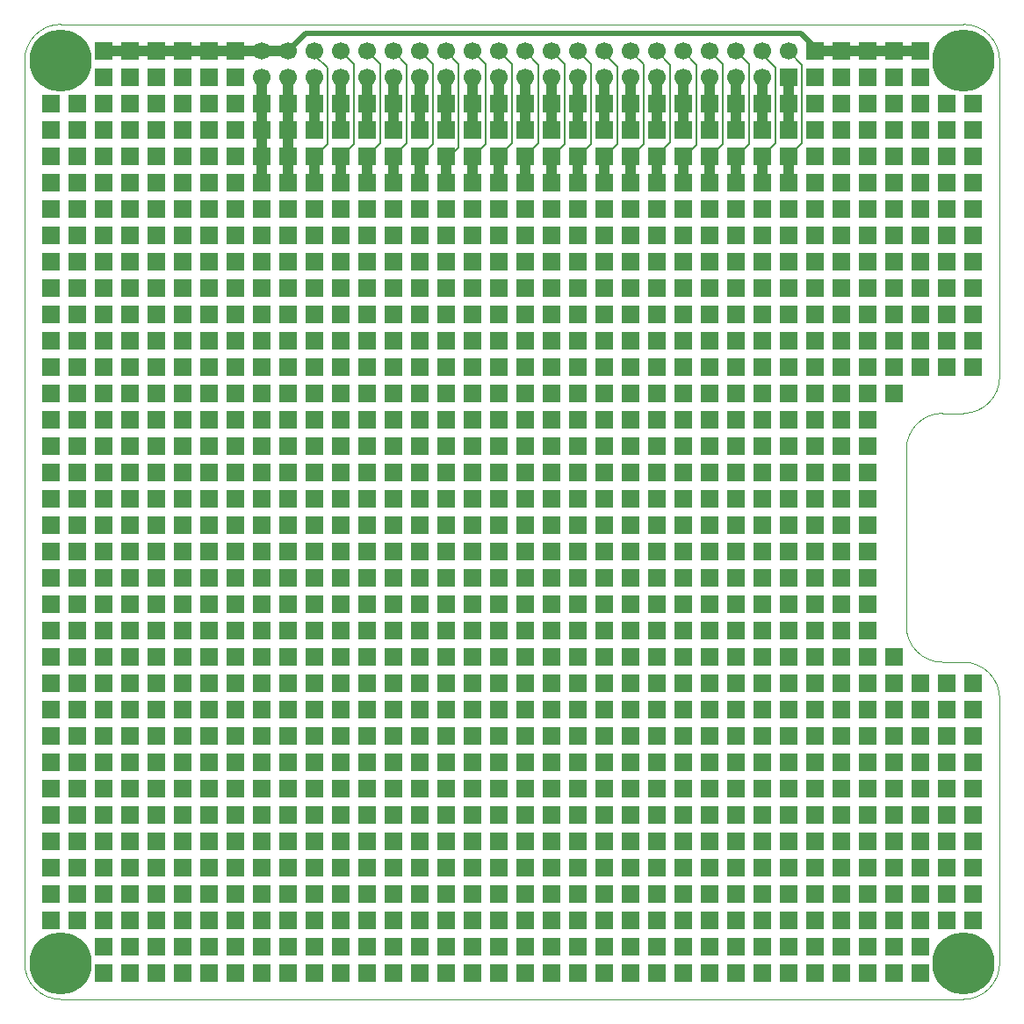
<source format=gbr>
%TF.GenerationSoftware,KiCad,Pcbnew,8.0.2*%
%TF.CreationDate,2025-01-15T11:34:08+07:00*%
%TF.ProjectId,kicad-shield-mechanical,6b696361-642d-4736-9869-656c642d6d65,rev?*%
%TF.SameCoordinates,Original*%
%TF.FileFunction,Copper,L2,Bot*%
%TF.FilePolarity,Positive*%
%FSLAX46Y46*%
G04 Gerber Fmt 4.6, Leading zero omitted, Abs format (unit mm)*
G04 Created by KiCad (PCBNEW 8.0.2) date 2025-01-15 11:34:08*
%MOMM*%
%LPD*%
G01*
G04 APERTURE LIST*
%TA.AperFunction,ComponentPad*%
%ADD10R,1.800000X1.800000*%
%TD*%
%TA.AperFunction,ComponentPad*%
%ADD11C,1.700000*%
%TD*%
%TA.AperFunction,ViaPad*%
%ADD12C,6.000000*%
%TD*%
%TA.AperFunction,Conductor*%
%ADD13C,0.150000*%
%TD*%
%TA.AperFunction,Conductor*%
%ADD14C,0.200000*%
%TD*%
%TA.AperFunction,Conductor*%
%ADD15C,0.100000*%
%TD*%
%ADD16R,1.800000X1.800000*%
%ADD17C,1.700000*%
%TA.AperFunction,Conductor*%
%ADD18C,1.000000*%
%TD*%
%TA.AperFunction,Conductor*%
%ADD19C,0.500000*%
%TD*%
%TA.AperFunction,Profile*%
%ADD20C,0.050000*%
%TD*%
G04 APERTURE END LIST*
D10*
%TO.P,775,1*%
%TO.N,N/C*%
X100810000Y-116100000D03*
%TD*%
%TO.P,927,1*%
%TO.N,N/C*%
X105890000Y-128800000D03*
%TD*%
%TO.P,529,1*%
%TO.N,N/C*%
X85570000Y-95780000D03*
%TD*%
%TO.P,282,1*%
%TO.N,N/C*%
X123670000Y-78000000D03*
%TD*%
%TO.P,814,1*%
%TO.N,N/C*%
X123670000Y-118640000D03*
%TD*%
%TO.P,1026,1*%
%TO.N,N/C*%
X128750000Y-88160000D03*
%TD*%
%TO.P,1015,1*%
%TO.N,N/C*%
X100810000Y-136420000D03*
%TD*%
%TO.P,990,1*%
%TO.N,N/C*%
X113510000Y-133880000D03*
%TD*%
%TO.P,827,1*%
%TO.N,N/C*%
X80490000Y-121180000D03*
%TD*%
%TO.P,340,1*%
%TO.N,N/C*%
X108430000Y-83080000D03*
%TD*%
%TO.P,663,1*%
%TO.N,N/C*%
X121130000Y-105940000D03*
%TD*%
%TO.P,267,1*%
%TO.N,N/C*%
X85570000Y-78000000D03*
%TD*%
%TO.P,466,1*%
%TO.N,N/C*%
X77950000Y-90700000D03*
%TD*%
%TO.P,455,1*%
%TO.N,N/C*%
X126210000Y-88160000D03*
%TD*%
%TO.P,1010,1*%
%TO.N,N/C*%
X88110000Y-136420000D03*
%TD*%
%TO.P,789,1*%
%TO.N,N/C*%
X60170000Y-118640000D03*
%TD*%
%TO.P,301,1*%
%TO.N,N/C*%
X90650000Y-80540000D03*
%TD*%
%TO.P,987,1*%
%TO.N,N/C*%
X105890000Y-133880000D03*
%TD*%
D11*
%TO.P,REF\u002A\u002A51,*%
%TO.N,*%
X121130000Y-55140000D03*
%TD*%
D10*
%TO.P,588,1*%
%TO.N,N/C*%
X83030000Y-100860000D03*
%TD*%
%TO.P,581,1*%
%TO.N,N/C*%
X65250000Y-100860000D03*
%TD*%
%TO.P,685,1*%
%TO.N,N/C*%
X100810000Y-108480000D03*
%TD*%
%TO.P,254,1*%
%TO.N,N/C*%
X133830000Y-75460000D03*
%TD*%
%TO.P,1181,1*%
%TO.N,N/C*%
X123670000Y-141500000D03*
%TD*%
%TO.P,243,1*%
%TO.N,N/C*%
X105890000Y-75460000D03*
%TD*%
%TO.P,562,1*%
%TO.N,N/C*%
X93190000Y-98320000D03*
%TD*%
%TO.P,65,1*%
%TO.N,N/C*%
X60170000Y-62760000D03*
%TD*%
%TO.P,1119,1*%
%TO.N,N/C*%
X141450000Y-133880000D03*
%TD*%
%TO.P,274,1*%
%TO.N,N/C*%
X103350000Y-78000000D03*
%TD*%
%TO.P,356,1*%
%TO.N,N/C*%
X67790000Y-85620000D03*
%TD*%
%TO.P,25,1*%
%TO.N,N/C*%
X121130000Y-57680000D03*
%TD*%
%TO.P,57,1*%
%TO.N,N/C*%
X121130000Y-60220000D03*
%TD*%
%TO.P,1167,1*%
%TO.N,N/C*%
X88110000Y-141500000D03*
%TD*%
%TO.P,160,1*%
%TO.N,N/C*%
X57630000Y-70380000D03*
%TD*%
%TO.P,203,1*%
%TO.N,N/C*%
X85570000Y-72920000D03*
%TD*%
%TO.P,1008,1*%
%TO.N,N/C*%
X83030000Y-136420000D03*
%TD*%
%TO.P,26,1*%
%TO.N,N/C*%
X123670000Y-57680000D03*
%TD*%
%TO.P,943,1*%
%TO.N,N/C*%
X70330000Y-131340000D03*
%TD*%
%TO.P,637,1*%
%TO.N,N/C*%
X55090000Y-105940000D03*
%TD*%
D11*
%TO.P,REF\u002A\u002A32,*%
%TO.N,*%
X72870000Y-55140000D03*
%TD*%
D10*
%TO.P,78,1*%
%TO.N,N/C*%
X93190000Y-62760000D03*
%TD*%
%TO.P,232,1*%
%TO.N,N/C*%
X77950000Y-75460000D03*
%TD*%
%TO.P,1075,1*%
%TO.N,N/C*%
X131290000Y-128800000D03*
%TD*%
%TO.P,97,1*%
%TO.N,N/C*%
X60170000Y-65300000D03*
%TD*%
%TO.P,66,1*%
%TO.N,N/C*%
X62710000Y-62760000D03*
%TD*%
%TO.P,159,1*%
%TO.N,N/C*%
X136370000Y-67840000D03*
%TD*%
%TO.P,54,1*%
%TO.N,N/C*%
X113510000Y-60220000D03*
%TD*%
%TO.P,34,1*%
%TO.N,N/C*%
X62710000Y-60220000D03*
%TD*%
%TO.P,177,1*%
%TO.N,N/C*%
X100810000Y-70380000D03*
%TD*%
%TO.P,922,1*%
%TO.N,N/C*%
X93190000Y-128800000D03*
%TD*%
%TO.P,923,1*%
%TO.N,N/C*%
X95730000Y-128800000D03*
%TD*%
%TO.P,648,1*%
%TO.N,N/C*%
X83030000Y-105940000D03*
%TD*%
%TO.P,460,1*%
%TO.N,N/C*%
X62710000Y-90700000D03*
%TD*%
%TO.P,865,1*%
%TO.N,N/C*%
X100810000Y-123720000D03*
%TD*%
%TO.P,956,1*%
%TO.N,N/C*%
X103350000Y-131340000D03*
%TD*%
%TO.P,1139,1*%
%TO.N,N/C*%
X98270000Y-138960000D03*
%TD*%
%TO.P,REF\u002A\u002A10,*%
%TO.N,*%
X67790000Y-55140000D03*
%TD*%
%TO.P,921,1*%
%TO.N,N/C*%
X90650000Y-128800000D03*
%TD*%
%TO.P,80,1*%
%TO.N,N/C*%
X98270000Y-62760000D03*
%TD*%
%TO.P,636,1*%
%TO.N,N/C*%
X52550000Y-105940000D03*
%TD*%
%TO.P,REF\u002A\u002A8,*%
%TO.N,*%
X62710000Y-55140000D03*
%TD*%
%TO.P,647,1*%
%TO.N,N/C*%
X80490000Y-105940000D03*
%TD*%
%TO.P,202,1*%
%TO.N,N/C*%
X83030000Y-72920000D03*
%TD*%
%TO.P,1013,1*%
%TO.N,N/C*%
X95730000Y-136420000D03*
%TD*%
%TO.P,1072,1*%
%TO.N,N/C*%
X131290000Y-126260000D03*
%TD*%
%TO.P,945,1*%
%TO.N,N/C*%
X75410000Y-131340000D03*
%TD*%
%TO.P,705,1*%
%TO.N,N/C*%
X75410000Y-111020000D03*
%TD*%
%TO.P,1049,1*%
%TO.N,N/C*%
X126210000Y-108480000D03*
%TD*%
%TO.P,872,1*%
%TO.N,N/C*%
X118590000Y-123720000D03*
%TD*%
%TO.P,423,1*%
%TO.N,N/C*%
X55090000Y-83080000D03*
%TD*%
%TO.P,1025,1*%
%TO.N,N/C*%
X126210000Y-136420000D03*
%TD*%
%TO.P,1048,1*%
%TO.N,N/C*%
X131290000Y-105940000D03*
%TD*%
%TO.P,1150,1*%
%TO.N,N/C*%
X126210000Y-138960000D03*
%TD*%
%TO.P,650,1*%
%TO.N,N/C*%
X88110000Y-105940000D03*
%TD*%
%TO.P,1037,1*%
%TO.N,N/C*%
X126210000Y-98320000D03*
%TD*%
%TO.P,967,1*%
%TO.N,N/C*%
X55090000Y-133880000D03*
%TD*%
%TO.P,173,1*%
%TO.N,N/C*%
X90650000Y-70380000D03*
%TD*%
%TO.P,981,1*%
%TO.N,N/C*%
X90650000Y-133880000D03*
%TD*%
%TO.P,918,1*%
%TO.N,N/C*%
X83030000Y-128800000D03*
%TD*%
%TO.P,849,1*%
%TO.N,N/C*%
X60170000Y-123720000D03*
%TD*%
%TO.P,962,1*%
%TO.N,N/C*%
X118590000Y-131340000D03*
%TD*%
%TO.P,44,1*%
%TO.N,N/C*%
X88110000Y-60220000D03*
%TD*%
%TO.P,1165,1*%
%TO.N,N/C*%
X83030000Y-141500000D03*
%TD*%
%TO.P,601,1*%
%TO.N,N/C*%
X116050000Y-100860000D03*
%TD*%
%TO.P,860,1*%
%TO.N,N/C*%
X88110000Y-123720000D03*
%TD*%
%TO.P,1,1*%
%TO.N,N/C*%
X60170000Y-57680000D03*
%TD*%
%TO.P,482,1*%
%TO.N,N/C*%
X118590000Y-90700000D03*
%TD*%
D11*
%TO.P,REF\u002A\u002A44,*%
%TO.N,*%
X103350000Y-55140000D03*
%TD*%
D10*
%TO.P,86,1*%
%TO.N,N/C*%
X113510000Y-62760000D03*
%TD*%
%TO.P,207,1*%
%TO.N,N/C*%
X95730000Y-72920000D03*
%TD*%
%TO.P,131,1*%
%TO.N,N/C*%
X65250000Y-67840000D03*
%TD*%
%TO.P,985,1*%
%TO.N,N/C*%
X100810000Y-133880000D03*
%TD*%
%TO.P,172,1*%
%TO.N,N/C*%
X88110000Y-70380000D03*
%TD*%
%TO.P,1147,1*%
%TO.N,N/C*%
X118590000Y-138960000D03*
%TD*%
%TO.P,741,1*%
%TO.N,N/C*%
X90650000Y-113560000D03*
%TD*%
%TO.P,67,1*%
%TO.N,N/C*%
X65250000Y-62760000D03*
%TD*%
%TO.P,893,1*%
%TO.N,N/C*%
X95730000Y-126260000D03*
%TD*%
%TO.P,5,1*%
%TO.N,N/C*%
X70330000Y-57680000D03*
%TD*%
%TO.P,326,1*%
%TO.N,N/C*%
X72870000Y-83080000D03*
%TD*%
%TO.P,1115,1*%
%TO.N,N/C*%
X141450000Y-131340000D03*
%TD*%
%TO.P,812,1*%
%TO.N,N/C*%
X118590000Y-118640000D03*
%TD*%
%TO.P,417,1*%
%TO.N,N/C*%
X55090000Y-75460000D03*
%TD*%
%TO.P,458,1*%
%TO.N,N/C*%
X57630000Y-90700000D03*
%TD*%
%TO.P,669,1*%
%TO.N,N/C*%
X60170000Y-108480000D03*
%TD*%
%TO.P,1023,1*%
%TO.N,N/C*%
X121130000Y-136420000D03*
%TD*%
%TO.P,1112,1*%
%TO.N,N/C*%
X133830000Y-131340000D03*
%TD*%
%TO.P,368,1*%
%TO.N,N/C*%
X98270000Y-85620000D03*
%TD*%
%TO.P,184,1*%
%TO.N,N/C*%
X118590000Y-70380000D03*
%TD*%
%TO.P,731,1*%
%TO.N,N/C*%
X65250000Y-113560000D03*
%TD*%
%TO.P,926,1*%
%TO.N,N/C*%
X103350000Y-128800000D03*
%TD*%
%TO.P,1141,1*%
%TO.N,N/C*%
X103350000Y-138960000D03*
%TD*%
%TO.P,1164,1*%
%TO.N,N/C*%
X80490000Y-141500000D03*
%TD*%
%TO.P,498,1*%
%TO.N,N/C*%
X83030000Y-93240000D03*
%TD*%
%TO.P,354,1*%
%TO.N,N/C*%
X62710000Y-85620000D03*
%TD*%
%TO.P,1174,1*%
%TO.N,N/C*%
X105890000Y-141500000D03*
%TD*%
%TO.P,947,1*%
%TO.N,N/C*%
X80490000Y-131340000D03*
%TD*%
%TO.P,182,1*%
%TO.N,N/C*%
X113510000Y-70380000D03*
%TD*%
%TO.P,488,1*%
%TO.N,N/C*%
X57630000Y-93240000D03*
%TD*%
%TO.P,377,1*%
%TO.N,N/C*%
X121130000Y-85620000D03*
%TD*%
%TO.P,546,1*%
%TO.N,N/C*%
X52550000Y-98320000D03*
%TD*%
%TO.P,110,1*%
%TO.N,N/C*%
X93190000Y-65300000D03*
%TD*%
%TO.P,597,1*%
%TO.N,N/C*%
X105890000Y-100860000D03*
%TD*%
%TO.P,352,1*%
%TO.N,N/C*%
X57630000Y-85620000D03*
%TD*%
D11*
%TO.P,REF\u002A\u002A28,*%
%TO.N,*%
X116050000Y-52600000D03*
%TD*%
D10*
%TO.P,680,1*%
%TO.N,N/C*%
X88110000Y-108480000D03*
%TD*%
%TO.P,430,1*%
%TO.N,N/C*%
X62710000Y-88160000D03*
%TD*%
%TO.P,615,1*%
%TO.N,N/C*%
X75410000Y-103400000D03*
%TD*%
%TO.P,150,1*%
%TO.N,N/C*%
X113510000Y-67840000D03*
%TD*%
%TO.P,124,1*%
%TO.N,N/C*%
X128750000Y-65300000D03*
%TD*%
%TO.P,305,1*%
%TO.N,N/C*%
X100810000Y-80540000D03*
%TD*%
%TO.P,296,1*%
%TO.N,N/C*%
X77950000Y-80540000D03*
%TD*%
%TO.P,95,1*%
%TO.N,N/C*%
X136370000Y-62760000D03*
%TD*%
%TO.P,241,1*%
%TO.N,N/C*%
X100810000Y-75460000D03*
%TD*%
%TO.P,370,1*%
%TO.N,N/C*%
X103350000Y-85620000D03*
%TD*%
%TO.P,1163,1*%
%TO.N,N/C*%
X77950000Y-141500000D03*
%TD*%
%TO.P,382,1*%
%TO.N,N/C*%
X133830000Y-85620000D03*
%TD*%
%TO.P,1021,1*%
%TO.N,N/C*%
X116050000Y-136420000D03*
%TD*%
%TO.P,992,1*%
%TO.N,N/C*%
X118590000Y-133880000D03*
%TD*%
%TO.P,221,1*%
%TO.N,N/C*%
X131290000Y-72920000D03*
%TD*%
%TO.P,392,1*%
%TO.N,N/C*%
X138910000Y-70380000D03*
%TD*%
%TO.P,374,1*%
%TO.N,N/C*%
X113510000Y-85620000D03*
%TD*%
%TO.P,806,1*%
%TO.N,N/C*%
X103350000Y-118640000D03*
%TD*%
%TO.P,799,1*%
%TO.N,N/C*%
X85570000Y-118640000D03*
%TD*%
%TO.P,REF\u002A\u002A6,*%
%TO.N,*%
X57630000Y-55140000D03*
%TD*%
%TO.P,11,1*%
%TO.N,N/C*%
X85570000Y-57680000D03*
%TD*%
%TO.P,358,1*%
%TO.N,N/C*%
X72870000Y-85620000D03*
%TD*%
%TO.P,58,1*%
%TO.N,N/C*%
X123670000Y-60220000D03*
%TD*%
%TO.P,416,1*%
%TO.N,N/C*%
X52550000Y-72920000D03*
%TD*%
%TO.P,292,1*%
%TO.N,N/C*%
X67790000Y-80540000D03*
%TD*%
%TO.P,857,1*%
%TO.N,N/C*%
X80490000Y-123720000D03*
%TD*%
%TO.P,1054,1*%
%TO.N,N/C*%
X131290000Y-111020000D03*
%TD*%
%TO.P,418,1*%
%TO.N,N/C*%
X52550000Y-75460000D03*
%TD*%
%TO.P,462,1*%
%TO.N,N/C*%
X67790000Y-90700000D03*
%TD*%
%TO.P,336,1*%
%TO.N,N/C*%
X98270000Y-83080000D03*
%TD*%
%TO.P,411,1*%
%TO.N,N/C*%
X55090000Y-67840000D03*
%TD*%
%TO.P,1113,1*%
%TO.N,N/C*%
X136370000Y-131340000D03*
%TD*%
%TO.P,803,1*%
%TO.N,N/C*%
X95730000Y-118640000D03*
%TD*%
%TO.P,144,1*%
%TO.N,N/C*%
X98270000Y-67840000D03*
%TD*%
%TO.P,532,1*%
%TO.N,N/C*%
X93190000Y-95780000D03*
%TD*%
%TO.P,791,1*%
%TO.N,N/C*%
X65250000Y-118640000D03*
%TD*%
%TO.P,960,1*%
%TO.N,N/C*%
X113510000Y-131340000D03*
%TD*%
%TO.P,1058,1*%
%TO.N,N/C*%
X126210000Y-116100000D03*
%TD*%
%TO.P,403,1*%
%TO.N,N/C*%
X141450000Y-83080000D03*
%TD*%
D11*
%TO.P,REF\u002A\u002A45,*%
%TO.N,*%
X105890000Y-55140000D03*
%TD*%
D10*
%TO.P,1051,1*%
%TO.N,N/C*%
X131290000Y-108480000D03*
%TD*%
%TO.P,660,1*%
%TO.N,N/C*%
X113510000Y-105940000D03*
%TD*%
%TO.P,1120,1*%
%TO.N,N/C*%
X133830000Y-136420000D03*
%TD*%
%TO.P,914,1*%
%TO.N,N/C*%
X72870000Y-128800000D03*
%TD*%
%TO.P,871,1*%
%TO.N,N/C*%
X116050000Y-123720000D03*
%TD*%
%TO.P,318,1*%
%TO.N,N/C*%
X133830000Y-80540000D03*
%TD*%
%TO.P,215,1*%
%TO.N,N/C*%
X116050000Y-72920000D03*
%TD*%
%TO.P,1020,1*%
%TO.N,N/C*%
X113510000Y-136420000D03*
%TD*%
%TO.P,20,1*%
%TO.N,N/C*%
X108430000Y-57680000D03*
%TD*%
%TO.P,982,1*%
%TO.N,N/C*%
X93190000Y-133880000D03*
%TD*%
%TO.P,333,1*%
%TO.N,N/C*%
X90650000Y-83080000D03*
%TD*%
%TO.P,959,1*%
%TO.N,N/C*%
X110970000Y-131340000D03*
%TD*%
%TO.P,187,1*%
%TO.N,N/C*%
X126210000Y-70380000D03*
%TD*%
%TO.P,695,1*%
%TO.N,N/C*%
X126210000Y-108480000D03*
%TD*%
%TO.P,595,1*%
%TO.N,N/C*%
X100810000Y-100860000D03*
%TD*%
%TO.P,320,1*%
%TO.N,N/C*%
X57630000Y-83080000D03*
%TD*%
%TO.P,1122,1*%
%TO.N,N/C*%
X138910000Y-136420000D03*
%TD*%
%TO.P,383,1*%
%TO.N,N/C*%
X141450000Y-57680000D03*
%TD*%
%TO.P,592,1*%
%TO.N,N/C*%
X93190000Y-100860000D03*
%TD*%
%TO.P,31,1*%
%TO.N,N/C*%
X136370000Y-57680000D03*
%TD*%
%TO.P,313,1*%
%TO.N,N/C*%
X121130000Y-80540000D03*
%TD*%
%TO.P,575,1*%
%TO.N,N/C*%
X126210000Y-98320000D03*
%TD*%
%TO.P,376,1*%
%TO.N,N/C*%
X118590000Y-85620000D03*
%TD*%
%TO.P,1016,1*%
%TO.N,N/C*%
X103350000Y-136420000D03*
%TD*%
%TO.P,979,1*%
%TO.N,N/C*%
X85570000Y-133880000D03*
%TD*%
%TO.P,114,1*%
%TO.N,N/C*%
X103350000Y-65300000D03*
%TD*%
%TO.P,661,1*%
%TO.N,N/C*%
X116050000Y-105940000D03*
%TD*%
%TO.P,190,1*%
%TO.N,N/C*%
X133830000Y-70380000D03*
%TD*%
%TO.P,609,1*%
%TO.N,N/C*%
X60170000Y-103400000D03*
%TD*%
%TO.P,642,1*%
%TO.N,N/C*%
X67790000Y-105940000D03*
%TD*%
%TO.P,757,1*%
%TO.N,N/C*%
X55090000Y-116100000D03*
%TD*%
%TO.P,798,1*%
%TO.N,N/C*%
X83030000Y-118640000D03*
%TD*%
%TO.P,360,1*%
%TO.N,N/C*%
X77950000Y-85620000D03*
%TD*%
%TO.P,875,1*%
%TO.N,N/C*%
X126210000Y-123720000D03*
%TD*%
%TO.P,724,1*%
%TO.N,N/C*%
X123670000Y-111020000D03*
%TD*%
%TO.P,697,1*%
%TO.N,N/C*%
X55090000Y-111020000D03*
%TD*%
%TO.P,537,1*%
%TO.N,N/C*%
X105890000Y-95780000D03*
%TD*%
%TO.P,180,1*%
%TO.N,N/C*%
X108430000Y-70380000D03*
%TD*%
%TO.P,445,1*%
%TO.N,N/C*%
X100810000Y-88160000D03*
%TD*%
%TO.P,1096,1*%
%TO.N,N/C*%
X133830000Y-121180000D03*
%TD*%
%TO.P,453,1*%
%TO.N,N/C*%
X121130000Y-88160000D03*
%TD*%
%TO.P,353,1*%
%TO.N,N/C*%
X60170000Y-85620000D03*
%TD*%
%TO.P,473,1*%
%TO.N,N/C*%
X95730000Y-90700000D03*
%TD*%
%TO.P,426,1*%
%TO.N,N/C*%
X52550000Y-85620000D03*
%TD*%
%TO.P,729,1*%
%TO.N,N/C*%
X60170000Y-113560000D03*
%TD*%
%TO.P,239,1*%
%TO.N,N/C*%
X95730000Y-75460000D03*
%TD*%
%TO.P,111,1*%
%TO.N,N/C*%
X95730000Y-65300000D03*
%TD*%
%TO.P,315,1*%
%TO.N,N/C*%
X126210000Y-80540000D03*
%TD*%
%TO.P,715,1*%
%TO.N,N/C*%
X100810000Y-111020000D03*
%TD*%
%TO.P,737,1*%
%TO.N,N/C*%
X80490000Y-113560000D03*
%TD*%
%TO.P,1068,1*%
%TO.N,N/C*%
X128750000Y-123720000D03*
%TD*%
%TO.P,1082,1*%
%TO.N,N/C*%
X126210000Y-136420000D03*
%TD*%
%TO.P,22,1*%
%TO.N,N/C*%
X113510000Y-57680000D03*
%TD*%
%TO.P,1033,1*%
%TO.N,N/C*%
X131290000Y-93240000D03*
%TD*%
%TO.P,687,1*%
%TO.N,N/C*%
X105890000Y-108480000D03*
%TD*%
%TO.P,138,1*%
%TO.N,N/C*%
X83030000Y-67840000D03*
%TD*%
%TO.P,668,1*%
%TO.N,N/C*%
X57630000Y-108480000D03*
%TD*%
%TO.P,314,1*%
%TO.N,N/C*%
X123670000Y-80540000D03*
%TD*%
%TO.P,771,1*%
%TO.N,N/C*%
X90650000Y-116100000D03*
%TD*%
%TO.P,1019,1*%
%TO.N,N/C*%
X110970000Y-136420000D03*
%TD*%
%TO.P,577,1*%
%TO.N,N/C*%
X55090000Y-100860000D03*
%TD*%
%TO.P,989,1*%
%TO.N,N/C*%
X110970000Y-133880000D03*
%TD*%
%TO.P,993,1*%
%TO.N,N/C*%
X121130000Y-133880000D03*
%TD*%
%TO.P,75,1*%
%TO.N,N/C*%
X85570000Y-62760000D03*
%TD*%
%TO.P,784,1*%
%TO.N,N/C*%
X123670000Y-116100000D03*
%TD*%
%TO.P,628,1*%
%TO.N,N/C*%
X108430000Y-103400000D03*
%TD*%
D11*
%TO.P,REF\u002A\u002A22,*%
%TO.N,*%
X100810000Y-52600000D03*
%TD*%
D10*
%TO.P,472,1*%
%TO.N,N/C*%
X93190000Y-90700000D03*
%TD*%
%TO.P,63,1*%
%TO.N,N/C*%
X136370000Y-60220000D03*
%TD*%
%TO.P,624,1*%
%TO.N,N/C*%
X98270000Y-103400000D03*
%TD*%
%TO.P,734,1*%
%TO.N,N/C*%
X72870000Y-113560000D03*
%TD*%
%TO.P,733,1*%
%TO.N,N/C*%
X70330000Y-113560000D03*
%TD*%
%TO.P,790,1*%
%TO.N,N/C*%
X62710000Y-118640000D03*
%TD*%
%TO.P,,1*%
%TO.N,N/C*%
X52550000Y-88160000D03*
%TD*%
%TO.P,45,1*%
%TO.N,N/C*%
X90650000Y-60220000D03*
%TD*%
%TO.P,286,1*%
%TO.N,N/C*%
X133830000Y-78000000D03*
%TD*%
%TO.P,625,1*%
%TO.N,N/C*%
X100810000Y-103400000D03*
%TD*%
%TO.P,120,1*%
%TO.N,N/C*%
X118590000Y-65300000D03*
%TD*%
%TO.P,1102,1*%
%TO.N,N/C*%
X138910000Y-123720000D03*
%TD*%
%TO.P,1074,1*%
%TO.N,N/C*%
X128750000Y-128800000D03*
%TD*%
%TO.P,509,1*%
%TO.N,N/C*%
X110970000Y-93240000D03*
%TD*%
%TO.P,343,1*%
%TO.N,N/C*%
X116050000Y-83080000D03*
%TD*%
%TO.P,930,1*%
%TO.N,N/C*%
X113510000Y-128800000D03*
%TD*%
%TO.P,276,1*%
%TO.N,N/C*%
X108430000Y-78000000D03*
%TD*%
%TO.P,558,1*%
%TO.N,N/C*%
X83030000Y-98320000D03*
%TD*%
%TO.P,61,1*%
%TO.N,N/C*%
X131290000Y-60220000D03*
%TD*%
%TO.P,716,1*%
%TO.N,N/C*%
X103350000Y-111020000D03*
%TD*%
%TO.P,1034,1*%
%TO.N,N/C*%
X126210000Y-95780000D03*
%TD*%
%TO.P,367,1*%
%TO.N,N/C*%
X95730000Y-85620000D03*
%TD*%
%TO.P,551,1*%
%TO.N,N/C*%
X65250000Y-98320000D03*
%TD*%
%TO.P,339,1*%
%TO.N,N/C*%
X105890000Y-83080000D03*
%TD*%
%TO.P,662,1*%
%TO.N,N/C*%
X118590000Y-105940000D03*
%TD*%
%TO.P,62,1*%
%TO.N,N/C*%
X133830000Y-60220000D03*
%TD*%
%TO.P,1009,1*%
%TO.N,N/C*%
X85570000Y-136420000D03*
%TD*%
%TO.P,1168,1*%
%TO.N,N/C*%
X90650000Y-141500000D03*
%TD*%
%TO.P,2,1*%
%TO.N,N/C*%
X62710000Y-57680000D03*
%TD*%
%TO.P,363,1*%
%TO.N,N/C*%
X85570000Y-85620000D03*
%TD*%
%TO.P,736,1*%
%TO.N,N/C*%
X77950000Y-113560000D03*
%TD*%
%TO.P,605,1*%
%TO.N,N/C*%
X126210000Y-100860000D03*
%TD*%
%TO.P,495,1*%
%TO.N,N/C*%
X75410000Y-93240000D03*
%TD*%
%TO.P,359,1*%
%TO.N,N/C*%
X75410000Y-85620000D03*
%TD*%
%TO.P,157,1*%
%TO.N,N/C*%
X131290000Y-67840000D03*
%TD*%
%TO.P,1041,1*%
%TO.N,N/C*%
X128750000Y-100860000D03*
%TD*%
%TO.P,854,1*%
%TO.N,N/C*%
X72870000Y-123720000D03*
%TD*%
%TO.P,822,1*%
%TO.N,N/C*%
X67790000Y-121180000D03*
%TD*%
%TO.P,928,1*%
%TO.N,N/C*%
X108430000Y-128800000D03*
%TD*%
%TO.P,218,1*%
%TO.N,N/C*%
X123670000Y-72920000D03*
%TD*%
%TO.P,476,1*%
%TO.N,N/C*%
X103350000Y-90700000D03*
%TD*%
%TO.P,,1*%
%TO.N,N/C*%
X133830000Y-111020000D03*
%TD*%
%TO.P,174,1*%
%TO.N,N/C*%
X93190000Y-70380000D03*
%TD*%
%TO.P,995,1*%
%TO.N,N/C*%
X126210000Y-133880000D03*
%TD*%
%TO.P,957,1*%
%TO.N,N/C*%
X105890000Y-131340000D03*
%TD*%
%TO.P,859,1*%
%TO.N,N/C*%
X85570000Y-123720000D03*
%TD*%
%TO.P,91,1*%
%TO.N,N/C*%
X126210000Y-62760000D03*
%TD*%
%TO.P,231,1*%
%TO.N,N/C*%
X75410000Y-75460000D03*
%TD*%
%TO.P,675,1*%
%TO.N,N/C*%
X75410000Y-108480000D03*
%TD*%
%TO.P,728,1*%
%TO.N,N/C*%
X57630000Y-113560000D03*
%TD*%
%TO.P,496,1*%
%TO.N,N/C*%
X77950000Y-93240000D03*
%TD*%
%TO.P,547,1*%
%TO.N,N/C*%
X55090000Y-98320000D03*
%TD*%
%TO.P,818,1*%
%TO.N,N/C*%
X57630000Y-121180000D03*
%TD*%
%TO.P,170,1*%
%TO.N,N/C*%
X83030000Y-70380000D03*
%TD*%
%TO.P,1185,1*%
%TO.N,N/C*%
X133830000Y-141500000D03*
%TD*%
%TO.P,952,1*%
%TO.N,N/C*%
X93190000Y-131340000D03*
%TD*%
%TO.P,412,1*%
%TO.N,N/C*%
X52550000Y-67840000D03*
%TD*%
D11*
%TO.P,REF\u002A\u002A20,*%
%TO.N,*%
X95730000Y-52600000D03*
%TD*%
D10*
%TO.P,REF\u002A\u002A7,*%
%TO.N,*%
X60170000Y-55140000D03*
%TD*%
%TO.P,201,1*%
%TO.N,N/C*%
X80490000Y-72920000D03*
%TD*%
%TO.P,1080,1*%
%TO.N,N/C*%
X128750000Y-133880000D03*
%TD*%
%TO.P,632,1*%
%TO.N,N/C*%
X118590000Y-103400000D03*
%TD*%
%TO.P,869,1*%
%TO.N,N/C*%
X110970000Y-123720000D03*
%TD*%
%TO.P,155,1*%
%TO.N,N/C*%
X126210000Y-67840000D03*
%TD*%
%TO.P,955,1*%
%TO.N,N/C*%
X100810000Y-131340000D03*
%TD*%
%TO.P,766,1*%
%TO.N,N/C*%
X77950000Y-116100000D03*
%TD*%
%TO.P,4,1*%
%TO.N,N/C*%
X67790000Y-57680000D03*
%TD*%
%TO.P,101,1*%
%TO.N,N/C*%
X70330000Y-65300000D03*
%TD*%
%TO.P,181,1*%
%TO.N,N/C*%
X110970000Y-70380000D03*
%TD*%
D11*
%TO.P,REF\u002A\u002A38,*%
%TO.N,*%
X88110000Y-55140000D03*
%TD*%
D10*
%TO.P,825,1*%
%TO.N,N/C*%
X75410000Y-121180000D03*
%TD*%
%TO.P,199,1*%
%TO.N,N/C*%
X75410000Y-72920000D03*
%TD*%
%TO.P,266,1*%
%TO.N,N/C*%
X83030000Y-78000000D03*
%TD*%
%TO.P,702,1*%
%TO.N,N/C*%
X67790000Y-111020000D03*
%TD*%
%TO.P,154,1*%
%TO.N,N/C*%
X123670000Y-67840000D03*
%TD*%
%TO.P,612,1*%
%TO.N,N/C*%
X67790000Y-103400000D03*
%TD*%
D11*
%TO.P,REF\u002A\u002A48,*%
%TO.N,*%
X113510000Y-55140000D03*
%TD*%
D10*
%TO.P,761,1*%
%TO.N,N/C*%
X65250000Y-116100000D03*
%TD*%
%TO.P,1039,1*%
%TO.N,N/C*%
X131290000Y-98320000D03*
%TD*%
%TO.P,200,1*%
%TO.N,N/C*%
X77950000Y-72920000D03*
%TD*%
%TO.P,68,1*%
%TO.N,N/C*%
X67790000Y-62760000D03*
%TD*%
%TO.P,224,1*%
%TO.N,N/C*%
X57630000Y-75460000D03*
%TD*%
%TO.P,53,1*%
%TO.N,N/C*%
X110970000Y-60220000D03*
%TD*%
%TO.P,1098,1*%
%TO.N,N/C*%
X138910000Y-121180000D03*
%TD*%
%TO.P,366,1*%
%TO.N,N/C*%
X93190000Y-85620000D03*
%TD*%
%TO.P,499,1*%
%TO.N,N/C*%
X85570000Y-93240000D03*
%TD*%
%TO.P,448,1*%
%TO.N,N/C*%
X108430000Y-88160000D03*
%TD*%
%TO.P,563,1*%
%TO.N,N/C*%
X95730000Y-98320000D03*
%TD*%
%TO.P,317,1*%
%TO.N,N/C*%
X131290000Y-80540000D03*
%TD*%
%TO.P,311,1*%
%TO.N,N/C*%
X116050000Y-80540000D03*
%TD*%
%TO.P,1155,1*%
%TO.N,N/C*%
X57630000Y-141500000D03*
%TD*%
%TO.P,808,1*%
%TO.N,N/C*%
X108430000Y-118640000D03*
%TD*%
%TO.P,515,1*%
%TO.N,N/C*%
X126210000Y-93240000D03*
%TD*%
%TO.P,788,1*%
%TO.N,N/C*%
X57630000Y-118640000D03*
%TD*%
%TO.P,578,1*%
%TO.N,N/C*%
X57630000Y-100860000D03*
%TD*%
%TO.P,719,1*%
%TO.N,N/C*%
X110970000Y-111020000D03*
%TD*%
D11*
%TO.P,REF\u002A\u002A33,*%
%TO.N,*%
X75410000Y-55140000D03*
%TD*%
D10*
%TO.P,907,1*%
%TO.N,N/C*%
X55090000Y-128800000D03*
%TD*%
%TO.P,831,1*%
%TO.N,N/C*%
X90650000Y-121180000D03*
%TD*%
%TO.P,708,1*%
%TO.N,N/C*%
X83030000Y-111020000D03*
%TD*%
%TO.P,323,1*%
%TO.N,N/C*%
X65250000Y-83080000D03*
%TD*%
%TO.P,793,1*%
%TO.N,N/C*%
X70330000Y-118640000D03*
%TD*%
%TO.P,REF\u002A\u002A,*%
%TO.N,*%
X126210000Y-52600000D03*
%TD*%
%TO.P,522,1*%
%TO.N,N/C*%
X67790000Y-95780000D03*
%TD*%
%TO.P,470,1*%
%TO.N,N/C*%
X88110000Y-90700000D03*
%TD*%
%TO.P,886,1*%
%TO.N,N/C*%
X77950000Y-126260000D03*
%TD*%
%TO.P,169,1*%
%TO.N,N/C*%
X80490000Y-70380000D03*
%TD*%
%TO.P,96,1*%
%TO.N,N/C*%
X57630000Y-65300000D03*
%TD*%
%TO.P,355,1*%
%TO.N,N/C*%
X65250000Y-85620000D03*
%TD*%
%TO.P,133,1*%
%TO.N,N/C*%
X70330000Y-67840000D03*
%TD*%
%TO.P,821,1*%
%TO.N,N/C*%
X65250000Y-121180000D03*
%TD*%
%TO.P,55,1*%
%TO.N,N/C*%
X116050000Y-60220000D03*
%TD*%
%TO.P,103,1*%
%TO.N,N/C*%
X75410000Y-65300000D03*
%TD*%
%TO.P,939,1*%
%TO.N,N/C*%
X60170000Y-131340000D03*
%TD*%
%TO.P,824,1*%
%TO.N,N/C*%
X72870000Y-121180000D03*
%TD*%
%TO.P,272,1*%
%TO.N,N/C*%
X98270000Y-78000000D03*
%TD*%
%TO.P,REF\u002A\u002A11,*%
%TO.N,*%
X70330000Y-55140000D03*
%TD*%
%TO.P,899,1*%
%TO.N,N/C*%
X110970000Y-126260000D03*
%TD*%
%TO.P,725,1*%
%TO.N,N/C*%
X126210000Y-111020000D03*
%TD*%
%TO.P,536,1*%
%TO.N,N/C*%
X103350000Y-95780000D03*
%TD*%
%TO.P,1105,1*%
%TO.N,N/C*%
X136370000Y-126260000D03*
%TD*%
%TO.P,384,1*%
%TO.N,N/C*%
X138910000Y-60220000D03*
%TD*%
%TO.P,856,1*%
%TO.N,N/C*%
X77950000Y-123720000D03*
%TD*%
%TO.P,996,1*%
%TO.N,N/C*%
X52550000Y-136420000D03*
%TD*%
%TO.P,1035,1*%
%TO.N,N/C*%
X128750000Y-95780000D03*
%TD*%
%TO.P,1018,1*%
%TO.N,N/C*%
X108430000Y-136420000D03*
%TD*%
%TO.P,913,1*%
%TO.N,N/C*%
X70330000Y-128800000D03*
%TD*%
D11*
%TO.P,REF\u002A\u002A31,*%
%TO.N,*%
X123670000Y-52600000D03*
%TD*%
D10*
%TO.P,1179,1*%
%TO.N,N/C*%
X118590000Y-141500000D03*
%TD*%
%TO.P,341,1*%
%TO.N,N/C*%
X110970000Y-83080000D03*
%TD*%
%TO.P,1117,1*%
%TO.N,N/C*%
X136370000Y-133880000D03*
%TD*%
%TO.P,102,1*%
%TO.N,N/C*%
X72870000Y-65300000D03*
%TD*%
%TO.P,1154,1*%
%TO.N,N/C*%
X136370000Y-138960000D03*
%TD*%
%TO.P,800,1*%
%TO.N,N/C*%
X88110000Y-118640000D03*
%TD*%
%TO.P,464,1*%
%TO.N,N/C*%
X72870000Y-90700000D03*
%TD*%
%TO.P,732,1*%
%TO.N,N/C*%
X67790000Y-113560000D03*
%TD*%
%TO.P,519,1*%
%TO.N,N/C*%
X60170000Y-95780000D03*
%TD*%
%TO.P,881,1*%
%TO.N,N/C*%
X65250000Y-126260000D03*
%TD*%
D11*
%TO.P,REF\u002A\u002A43,*%
%TO.N,*%
X100810000Y-55140000D03*
%TD*%
D10*
%TO.P,303,1*%
%TO.N,N/C*%
X95730000Y-80540000D03*
%TD*%
%TO.P,594,1*%
%TO.N,N/C*%
X98270000Y-100860000D03*
%TD*%
%TO.P,132,1*%
%TO.N,N/C*%
X67790000Y-67840000D03*
%TD*%
%TO.P,557,1*%
%TO.N,N/C*%
X80490000Y-98320000D03*
%TD*%
%TO.P,1052,1*%
%TO.N,N/C*%
X126210000Y-111020000D03*
%TD*%
%TO.P,162,1*%
%TO.N,N/C*%
X62710000Y-70380000D03*
%TD*%
D11*
%TO.P,REF\u002A\u002A36,*%
%TO.N,*%
X83030000Y-55140000D03*
%TD*%
D10*
%TO.P,896,1*%
%TO.N,N/C*%
X103350000Y-126260000D03*
%TD*%
%TO.P,795,1*%
%TO.N,N/C*%
X75410000Y-118640000D03*
%TD*%
%TO.P,18,1*%
%TO.N,N/C*%
X103350000Y-57680000D03*
%TD*%
%TO.P,484,1*%
%TO.N,N/C*%
X123670000Y-90700000D03*
%TD*%
%TO.P,665,1*%
%TO.N,N/C*%
X126210000Y-105940000D03*
%TD*%
%TO.P,413,1*%
%TO.N,N/C*%
X55090000Y-70380000D03*
%TD*%
%TO.P,42,1*%
%TO.N,N/C*%
X83030000Y-60220000D03*
%TD*%
%TO.P,477,1*%
%TO.N,N/C*%
X105890000Y-90700000D03*
%TD*%
%TO.P,890,1*%
%TO.N,N/C*%
X88110000Y-126260000D03*
%TD*%
%TO.P,129,1*%
%TO.N,N/C*%
X60170000Y-67840000D03*
%TD*%
%TO.P,119,1*%
%TO.N,N/C*%
X116050000Y-65300000D03*
%TD*%
%TO.P,108,1*%
%TO.N,N/C*%
X88110000Y-65300000D03*
%TD*%
%TO.P,626,1*%
%TO.N,N/C*%
X103350000Y-103400000D03*
%TD*%
%TO.P,405,1*%
%TO.N,N/C*%
X55090000Y-60220000D03*
%TD*%
%TO.P,348,1*%
%TO.N,N/C*%
X128750000Y-83080000D03*
%TD*%
%TO.P,618,1*%
%TO.N,N/C*%
X83030000Y-103400000D03*
%TD*%
%TO.P,41,1*%
%TO.N,N/C*%
X80490000Y-60220000D03*
%TD*%
%TO.P,942,1*%
%TO.N,N/C*%
X67790000Y-131340000D03*
%TD*%
%TO.P,655,1*%
%TO.N,N/C*%
X100810000Y-105940000D03*
%TD*%
%TO.P,1084,1*%
%TO.N,N/C*%
X131290000Y-136420000D03*
%TD*%
%TO.P,698,1*%
%TO.N,N/C*%
X57630000Y-111020000D03*
%TD*%
%TO.P,616,1*%
%TO.N,N/C*%
X77950000Y-103400000D03*
%TD*%
%TO.P,480,1*%
%TO.N,N/C*%
X113510000Y-90700000D03*
%TD*%
%TO.P,924,1*%
%TO.N,N/C*%
X98270000Y-128800000D03*
%TD*%
%TO.P,500,1*%
%TO.N,N/C*%
X88110000Y-93240000D03*
%TD*%
%TO.P,797,1*%
%TO.N,N/C*%
X80490000Y-118640000D03*
%TD*%
%TO.P,393,1*%
%TO.N,N/C*%
X141450000Y-70380000D03*
%TD*%
%TO.P,1162,1*%
%TO.N,N/C*%
X75410000Y-141500000D03*
%TD*%
%TO.P,REF\u002A\u002A61,*%
%TO.N,*%
X136370000Y-55140000D03*
%TD*%
%TO.P,449,1*%
%TO.N,N/C*%
X110970000Y-88160000D03*
%TD*%
%TO.P,535,1*%
%TO.N,N/C*%
X100810000Y-95780000D03*
%TD*%
%TO.P,83,1*%
%TO.N,N/C*%
X105890000Y-62760000D03*
%TD*%
%TO.P,593,1*%
%TO.N,N/C*%
X95730000Y-100860000D03*
%TD*%
%TO.P,407,1*%
%TO.N,N/C*%
X55090000Y-62760000D03*
%TD*%
%TO.P,414,1*%
%TO.N,N/C*%
X52550000Y-70380000D03*
%TD*%
%TO.P,710,1*%
%TO.N,N/C*%
X88110000Y-111020000D03*
%TD*%
%TO.P,1152,1*%
%TO.N,N/C*%
X131290000Y-138960000D03*
%TD*%
%TO.P,925,1*%
%TO.N,N/C*%
X100810000Y-128800000D03*
%TD*%
%TO.P,852,1*%
%TO.N,N/C*%
X67790000Y-123720000D03*
%TD*%
%TO.P,1128,1*%
%TO.N,N/C*%
X70330000Y-138960000D03*
%TD*%
%TO.P,1090,1*%
%TO.N,N/C*%
X138910000Y-116100000D03*
%TD*%
%TO.P,288,1*%
%TO.N,N/C*%
X57630000Y-80540000D03*
%TD*%
%TO.P,130,1*%
%TO.N,N/C*%
X62710000Y-67840000D03*
%TD*%
%TO.P,898,1*%
%TO.N,N/C*%
X108430000Y-126260000D03*
%TD*%
%TO.P,389,1*%
%TO.N,N/C*%
X141450000Y-65300000D03*
%TD*%
%TO.P,767,1*%
%TO.N,N/C*%
X80490000Y-116100000D03*
%TD*%
%TO.P,205,1*%
%TO.N,N/C*%
X90650000Y-72920000D03*
%TD*%
%TO.P,804,1*%
%TO.N,N/C*%
X98270000Y-118640000D03*
%TD*%
%TO.P,300,1*%
%TO.N,N/C*%
X88110000Y-80540000D03*
%TD*%
%TO.P,1129,1*%
%TO.N,N/C*%
X72870000Y-138960000D03*
%TD*%
%TO.P,553,1*%
%TO.N,N/C*%
X70330000Y-98320000D03*
%TD*%
D11*
%TO.P,REF\u002A\u002A12,*%
%TO.N,*%
X75410000Y-52600000D03*
%TD*%
D10*
%TO.P,851,1*%
%TO.N,N/C*%
X65250000Y-123720000D03*
%TD*%
%TO.P,494,1*%
%TO.N,N/C*%
X72870000Y-93240000D03*
%TD*%
%TO.P,863,1*%
%TO.N,N/C*%
X95730000Y-123720000D03*
%TD*%
%TO.P,649,1*%
%TO.N,N/C*%
X85570000Y-105940000D03*
%TD*%
%TO.P,584,1*%
%TO.N,N/C*%
X72870000Y-100860000D03*
%TD*%
%TO.P,964,1*%
%TO.N,N/C*%
X123670000Y-131340000D03*
%TD*%
D11*
%TO.P,REF\u002A\u002A16,*%
%TO.N,*%
X85570000Y-52600000D03*
%TD*%
D10*
%TO.P,704,1*%
%TO.N,N/C*%
X72870000Y-111020000D03*
%TD*%
%TO.P,635,1*%
%TO.N,N/C*%
X126210000Y-103400000D03*
%TD*%
%TO.P,128,1*%
%TO.N,N/C*%
X57630000Y-67840000D03*
%TD*%
%TO.P,571,1*%
%TO.N,N/C*%
X116050000Y-98320000D03*
%TD*%
%TO.P,1073,1*%
%TO.N,N/C*%
X126210000Y-128800000D03*
%TD*%
%TO.P,969,1*%
%TO.N,N/C*%
X60170000Y-133880000D03*
%TD*%
%TO.P,722,1*%
%TO.N,N/C*%
X118590000Y-111020000D03*
%TD*%
%TO.P,1133,1*%
%TO.N,N/C*%
X83030000Y-138960000D03*
%TD*%
D11*
%TO.P,REF\u002A\u002A25,*%
%TO.N,*%
X108430000Y-52600000D03*
%TD*%
D10*
%TO.P,1043,1*%
%TO.N,N/C*%
X126210000Y-103400000D03*
%TD*%
%TO.P,936,1*%
%TO.N,N/C*%
X52550000Y-131340000D03*
%TD*%
%TO.P,843,1*%
%TO.N,N/C*%
X121130000Y-121180000D03*
%TD*%
%TO.P,391,1*%
%TO.N,N/C*%
X141450000Y-67840000D03*
%TD*%
%TO.P,994,1*%
%TO.N,N/C*%
X123670000Y-133880000D03*
%TD*%
%TO.P,641,1*%
%TO.N,N/C*%
X65250000Y-105940000D03*
%TD*%
%TO.P,35,1*%
%TO.N,N/C*%
X65250000Y-60220000D03*
%TD*%
%TO.P,32,1*%
%TO.N,N/C*%
X57630000Y-60220000D03*
%TD*%
D11*
%TO.P,REF\u002A\u002A23,*%
%TO.N,*%
X103350000Y-52600000D03*
%TD*%
D10*
%TO.P,290,1*%
%TO.N,N/C*%
X62710000Y-80540000D03*
%TD*%
%TO.P,763,1*%
%TO.N,N/C*%
X70330000Y-116100000D03*
%TD*%
%TO.P,1077,1*%
%TO.N,N/C*%
X128750000Y-131340000D03*
%TD*%
%TO.P,920,1*%
%TO.N,N/C*%
X88110000Y-128800000D03*
%TD*%
%TO.P,1028,1*%
%TO.N,N/C*%
X126210000Y-90700000D03*
%TD*%
D11*
%TO.P,REF\u002A\u002A13,*%
%TO.N,*%
X77950000Y-52600000D03*
%TD*%
D10*
%TO.P,1066,1*%
%TO.N,N/C*%
X131290000Y-121180000D03*
%TD*%
%TO.P,77,1*%
%TO.N,N/C*%
X90650000Y-62760000D03*
%TD*%
%TO.P,1136,1*%
%TO.N,N/C*%
X90650000Y-138960000D03*
%TD*%
%TO.P,1065,1*%
%TO.N,N/C*%
X128750000Y-121180000D03*
%TD*%
%TO.P,236,1*%
%TO.N,N/C*%
X88110000Y-75460000D03*
%TD*%
%TO.P,897,1*%
%TO.N,N/C*%
X105890000Y-126260000D03*
%TD*%
%TO.P,93,1*%
%TO.N,N/C*%
X131290000Y-62760000D03*
%TD*%
%TO.P,134,1*%
%TO.N,N/C*%
X72870000Y-67840000D03*
%TD*%
%TO.P,658,1*%
%TO.N,N/C*%
X108430000Y-105940000D03*
%TD*%
%TO.P,747,1*%
%TO.N,N/C*%
X105890000Y-113560000D03*
%TD*%
%TO.P,681,1*%
%TO.N,N/C*%
X90650000Y-108480000D03*
%TD*%
%TO.P,965,1*%
%TO.N,N/C*%
X126210000Y-131340000D03*
%TD*%
%TO.P,74,1*%
%TO.N,N/C*%
X83030000Y-62760000D03*
%TD*%
%TO.P,1040,1*%
%TO.N,N/C*%
X126210000Y-100860000D03*
%TD*%
%TO.P,823,1*%
%TO.N,N/C*%
X70330000Y-121180000D03*
%TD*%
%TO.P,654,1*%
%TO.N,N/C*%
X98270000Y-105940000D03*
%TD*%
%TO.P,380,1*%
%TO.N,N/C*%
X128750000Y-85620000D03*
%TD*%
%TO.P,765,1*%
%TO.N,N/C*%
X75410000Y-116100000D03*
%TD*%
%TO.P,908,1*%
%TO.N,N/C*%
X57630000Y-128800000D03*
%TD*%
%TO.P,375,1*%
%TO.N,N/C*%
X116050000Y-85620000D03*
%TD*%
%TO.P,1036,1*%
%TO.N,N/C*%
X131290000Y-95780000D03*
%TD*%
%TO.P,212,1*%
%TO.N,N/C*%
X108430000Y-72920000D03*
%TD*%
%TO.P,428,1*%
%TO.N,N/C*%
X57630000Y-88160000D03*
%TD*%
%TO.P,8,1*%
%TO.N,N/C*%
X77950000Y-57680000D03*
%TD*%
%TO.P,1135,1*%
%TO.N,N/C*%
X88110000Y-138960000D03*
%TD*%
%TO.P,528,1*%
%TO.N,N/C*%
X83030000Y-95780000D03*
%TD*%
%TO.P,46,1*%
%TO.N,N/C*%
X93190000Y-60220000D03*
%TD*%
%TO.P,,1*%
%TO.N,N/C*%
X128750000Y-88160000D03*
%TD*%
%TO.P,364,1*%
%TO.N,N/C*%
X88110000Y-85620000D03*
%TD*%
%TO.P,319,1*%
%TO.N,N/C*%
X136370000Y-80540000D03*
%TD*%
%TO.P,805,1*%
%TO.N,N/C*%
X100810000Y-118640000D03*
%TD*%
%TO.P,602,1*%
%TO.N,N/C*%
X118590000Y-100860000D03*
%TD*%
%TO.P,259,1*%
%TO.N,N/C*%
X65250000Y-78000000D03*
%TD*%
%TO.P,545,1*%
%TO.N,N/C*%
X126210000Y-95780000D03*
%TD*%
%TO.P,485,1*%
%TO.N,N/C*%
X126210000Y-90700000D03*
%TD*%
%TO.P,1182,1*%
%TO.N,N/C*%
X126210000Y-141500000D03*
%TD*%
%TO.P,388,1*%
%TO.N,N/C*%
X138910000Y-65300000D03*
%TD*%
%TO.P,461,1*%
%TO.N,N/C*%
X65250000Y-90700000D03*
%TD*%
%TO.P,673,1*%
%TO.N,N/C*%
X70330000Y-108480000D03*
%TD*%
%TO.P,1176,1*%
%TO.N,N/C*%
X110970000Y-141500000D03*
%TD*%
%TO.P,342,1*%
%TO.N,N/C*%
X113510000Y-83080000D03*
%TD*%
%TO.P,1031,1*%
%TO.N,N/C*%
X126210000Y-93240000D03*
%TD*%
%TO.P,,1*%
%TO.N,N/C*%
X133830000Y-113560000D03*
%TD*%
%TO.P,249,1*%
%TO.N,N/C*%
X121130000Y-75460000D03*
%TD*%
%TO.P,973,1*%
%TO.N,N/C*%
X70330000Y-133880000D03*
%TD*%
%TO.P,420,1*%
%TO.N,N/C*%
X52550000Y-78000000D03*
%TD*%
%TO.P,153,1*%
%TO.N,N/C*%
X121130000Y-67840000D03*
%TD*%
%TO.P,350,1*%
%TO.N,N/C*%
X133830000Y-83080000D03*
%TD*%
%TO.P,219,1*%
%TO.N,N/C*%
X126210000Y-72920000D03*
%TD*%
%TO.P,142,1*%
%TO.N,N/C*%
X93190000Y-67840000D03*
%TD*%
%TO.P,521,1*%
%TO.N,N/C*%
X65250000Y-95780000D03*
%TD*%
%TO.P,1091,1*%
%TO.N,N/C*%
X141450000Y-116100000D03*
%TD*%
%TO.P,39,1*%
%TO.N,N/C*%
X75410000Y-60220000D03*
%TD*%
%TO.P,878,1*%
%TO.N,N/C*%
X57630000Y-126260000D03*
%TD*%
%TO.P,627,1*%
%TO.N,N/C*%
X105890000Y-103400000D03*
%TD*%
%TO.P,672,1*%
%TO.N,N/C*%
X67790000Y-108480000D03*
%TD*%
%TO.P,283,1*%
%TO.N,N/C*%
X126210000Y-78000000D03*
%TD*%
%TO.P,493,1*%
%TO.N,N/C*%
X70330000Y-93240000D03*
%TD*%
%TO.P,1156,1*%
%TO.N,N/C*%
X60170000Y-141500000D03*
%TD*%
%TO.P,524,1*%
%TO.N,N/C*%
X72870000Y-95780000D03*
%TD*%
%TO.P,709,1*%
%TO.N,N/C*%
X85570000Y-111020000D03*
%TD*%
%TO.P,107,1*%
%TO.N,N/C*%
X85570000Y-65300000D03*
%TD*%
%TO.P,850,1*%
%TO.N,N/C*%
X62710000Y-123720000D03*
%TD*%
%TO.P,1123,1*%
%TO.N,N/C*%
X141450000Y-136420000D03*
%TD*%
%TO.P,141,1*%
%TO.N,N/C*%
X90650000Y-67840000D03*
%TD*%
%TO.P,933,1*%
%TO.N,N/C*%
X121130000Y-128800000D03*
%TD*%
%TO.P,99,1*%
%TO.N,N/C*%
X65250000Y-65300000D03*
%TD*%
%TO.P,396,1*%
%TO.N,N/C*%
X138910000Y-75460000D03*
%TD*%
%TO.P,233,1*%
%TO.N,N/C*%
X80490000Y-75460000D03*
%TD*%
%TO.P,714,1*%
%TO.N,N/C*%
X98270000Y-111020000D03*
%TD*%
%TO.P,304,1*%
%TO.N,N/C*%
X98270000Y-80540000D03*
%TD*%
%TO.P,598,1*%
%TO.N,N/C*%
X108430000Y-100860000D03*
%TD*%
%TO.P,998,1*%
%TO.N,N/C*%
X57630000Y-136420000D03*
%TD*%
%TO.P,255,1*%
%TO.N,N/C*%
X136370000Y-75460000D03*
%TD*%
%TO.P,337,1*%
%TO.N,N/C*%
X100810000Y-83080000D03*
%TD*%
D11*
%TO.P,REF\u002A\u002A19,*%
%TO.N,*%
X93190000Y-52600000D03*
%TD*%
D10*
%TO.P,1050,1*%
%TO.N,N/C*%
X128750000Y-108480000D03*
%TD*%
%TO.P,884,1*%
%TO.N,N/C*%
X72870000Y-126260000D03*
%TD*%
%TO.P,273,1*%
%TO.N,N/C*%
X100810000Y-78000000D03*
%TD*%
%TO.P,573,1*%
%TO.N,N/C*%
X121130000Y-98320000D03*
%TD*%
%TO.P,REF\u002A\u002A9,*%
%TO.N,*%
X65250000Y-55140000D03*
%TD*%
%TO.P,REF\u002A\u002A3,*%
%TO.N,*%
X65250000Y-52600000D03*
%TD*%
%TO.P,229,1*%
%TO.N,N/C*%
X70330000Y-75460000D03*
%TD*%
%TO.P,794,1*%
%TO.N,N/C*%
X72870000Y-118640000D03*
%TD*%
%TO.P,984,1*%
%TO.N,N/C*%
X98270000Y-133880000D03*
%TD*%
%TO.P,526,1*%
%TO.N,N/C*%
X77950000Y-95780000D03*
%TD*%
%TO.P,1089,1*%
%TO.N,N/C*%
X136370000Y-116100000D03*
%TD*%
%TO.P,164,1*%
%TO.N,N/C*%
X67790000Y-70380000D03*
%TD*%
%TO.P,345,1*%
%TO.N,N/C*%
X121130000Y-83080000D03*
%TD*%
%TO.P,958,1*%
%TO.N,N/C*%
X108430000Y-131340000D03*
%TD*%
%TO.P,491,1*%
%TO.N,N/C*%
X65250000Y-93240000D03*
%TD*%
%TO.P,331,1*%
%TO.N,N/C*%
X85570000Y-83080000D03*
%TD*%
%TO.P,560,1*%
%TO.N,N/C*%
X88110000Y-98320000D03*
%TD*%
%TO.P,820,1*%
%TO.N,N/C*%
X62710000Y-121180000D03*
%TD*%
%TO.P,56,1*%
%TO.N,N/C*%
X118590000Y-60220000D03*
%TD*%
%TO.P,511,1*%
%TO.N,N/C*%
X116050000Y-93240000D03*
%TD*%
%TO.P,645,1*%
%TO.N,N/C*%
X75410000Y-105940000D03*
%TD*%
%TO.P,667,1*%
%TO.N,N/C*%
X55090000Y-108480000D03*
%TD*%
%TO.P,334,1*%
%TO.N,N/C*%
X93190000Y-83080000D03*
%TD*%
%TO.P,1069,1*%
%TO.N,N/C*%
X131290000Y-123720000D03*
%TD*%
%TO.P,940,1*%
%TO.N,N/C*%
X62710000Y-131340000D03*
%TD*%
%TO.P,656,1*%
%TO.N,N/C*%
X103350000Y-105940000D03*
%TD*%
%TO.P,1104,1*%
%TO.N,N/C*%
X133830000Y-126260000D03*
%TD*%
%TO.P,1007,1*%
%TO.N,N/C*%
X80490000Y-136420000D03*
%TD*%
%TO.P,437,1*%
%TO.N,N/C*%
X80490000Y-88160000D03*
%TD*%
%TO.P,999,1*%
%TO.N,N/C*%
X60170000Y-136420000D03*
%TD*%
%TO.P,256,1*%
%TO.N,N/C*%
X57630000Y-78000000D03*
%TD*%
%TO.P,14,1*%
%TO.N,N/C*%
X93190000Y-57680000D03*
%TD*%
%TO.P,559,1*%
%TO.N,N/C*%
X85570000Y-98320000D03*
%TD*%
%TO.P,310,1*%
%TO.N,N/C*%
X113510000Y-80540000D03*
%TD*%
%TO.P,502,1*%
%TO.N,N/C*%
X93190000Y-93240000D03*
%TD*%
%TO.P,652,1*%
%TO.N,N/C*%
X93190000Y-105940000D03*
%TD*%
%TO.P,386,1*%
%TO.N,N/C*%
X138910000Y-62760000D03*
%TD*%
%TO.P,82,1*%
%TO.N,N/C*%
X103350000Y-62760000D03*
%TD*%
%TO.P,909,1*%
%TO.N,N/C*%
X60170000Y-128800000D03*
%TD*%
%TO.P,807,1*%
%TO.N,N/C*%
X105890000Y-118640000D03*
%TD*%
%TO.P,52,1*%
%TO.N,N/C*%
X108430000Y-60220000D03*
%TD*%
%TO.P,264,1*%
%TO.N,N/C*%
X77950000Y-78000000D03*
%TD*%
%TO.P,726,1*%
%TO.N,N/C*%
X52550000Y-113560000D03*
%TD*%
%TO.P,281,1*%
%TO.N,N/C*%
X121130000Y-78000000D03*
%TD*%
%TO.P,582,1*%
%TO.N,N/C*%
X67790000Y-100860000D03*
%TD*%
%TO.P,298,1*%
%TO.N,N/C*%
X83030000Y-80540000D03*
%TD*%
%TO.P,204,1*%
%TO.N,N/C*%
X88110000Y-72920000D03*
%TD*%
%TO.P,1116,1*%
%TO.N,N/C*%
X133830000Y-133880000D03*
%TD*%
%TO.P,436,1*%
%TO.N,N/C*%
X77950000Y-88160000D03*
%TD*%
%TO.P,749,1*%
%TO.N,N/C*%
X110970000Y-113560000D03*
%TD*%
D11*
%TO.P,REF\u002A\u002A,*%
%TO.N,*%
X72870000Y-52600000D03*
%TD*%
D10*
%TO.P,1076,1*%
%TO.N,N/C*%
X126210000Y-131340000D03*
%TD*%
%TO.P,175,1*%
%TO.N,N/C*%
X95730000Y-70380000D03*
%TD*%
%TO.P,1061,1*%
%TO.N,N/C*%
X126210000Y-118640000D03*
%TD*%
%TO.P,830,1*%
%TO.N,N/C*%
X88110000Y-121180000D03*
%TD*%
%TO.P,837,1*%
%TO.N,N/C*%
X105890000Y-121180000D03*
%TD*%
%TO.P,435,1*%
%TO.N,N/C*%
X75410000Y-88160000D03*
%TD*%
%TO.P,210,1*%
%TO.N,N/C*%
X103350000Y-72920000D03*
%TD*%
%TO.P,770,1*%
%TO.N,N/C*%
X88110000Y-116100000D03*
%TD*%
%TO.P,692,1*%
%TO.N,N/C*%
X118590000Y-108480000D03*
%TD*%
%TO.P,REF\u002A\u002A56,*%
%TO.N,*%
X136370000Y-52600000D03*
%TD*%
%TO.P,540,1*%
%TO.N,N/C*%
X113510000Y-95780000D03*
%TD*%
D11*
%TO.P,REF\u002A\u002A37,*%
%TO.N,*%
X85570000Y-55140000D03*
%TD*%
D10*
%TO.P,596,1*%
%TO.N,N/C*%
X103350000Y-100860000D03*
%TD*%
%TO.P,33,1*%
%TO.N,N/C*%
X60170000Y-60220000D03*
%TD*%
%TO.P,284,1*%
%TO.N,N/C*%
X128750000Y-78000000D03*
%TD*%
%TO.P,148,1*%
%TO.N,N/C*%
X108430000Y-67840000D03*
%TD*%
%TO.P,816,1*%
%TO.N,N/C*%
X52550000Y-121180000D03*
%TD*%
%TO.P,971,1*%
%TO.N,N/C*%
X65250000Y-133880000D03*
%TD*%
%TO.P,121,1*%
%TO.N,N/C*%
X121130000Y-65300000D03*
%TD*%
%TO.P,541,1*%
%TO.N,N/C*%
X116050000Y-95780000D03*
%TD*%
%TO.P,17,1*%
%TO.N,N/C*%
X100810000Y-57680000D03*
%TD*%
%TO.P,646,1*%
%TO.N,N/C*%
X77950000Y-105940000D03*
%TD*%
%TO.P,750,1*%
%TO.N,N/C*%
X113510000Y-113560000D03*
%TD*%
%TO.P,265,1*%
%TO.N,N/C*%
X80490000Y-78000000D03*
%TD*%
%TO.P,147,1*%
%TO.N,N/C*%
X105890000Y-67840000D03*
%TD*%
%TO.P,308,1*%
%TO.N,N/C*%
X108430000Y-80540000D03*
%TD*%
%TO.P,740,1*%
%TO.N,N/C*%
X88110000Y-113560000D03*
%TD*%
%TO.P,489,1*%
%TO.N,N/C*%
X60170000Y-93240000D03*
%TD*%
%TO.P,548,1*%
%TO.N,N/C*%
X57630000Y-98320000D03*
%TD*%
%TO.P,754,1*%
%TO.N,N/C*%
X123670000Y-113560000D03*
%TD*%
%TO.P,910,1*%
%TO.N,N/C*%
X62710000Y-128800000D03*
%TD*%
%TO.P,1146,1*%
%TO.N,N/C*%
X116050000Y-138960000D03*
%TD*%
%TO.P,988,1*%
%TO.N,N/C*%
X108430000Y-133880000D03*
%TD*%
%TO.P,836,1*%
%TO.N,N/C*%
X103350000Y-121180000D03*
%TD*%
%TO.P,84,1*%
%TO.N,N/C*%
X108430000Y-62760000D03*
%TD*%
%TO.P,768,1*%
%TO.N,N/C*%
X83030000Y-116100000D03*
%TD*%
%TO.P,447,1*%
%TO.N,N/C*%
X105890000Y-88160000D03*
%TD*%
%TO.P,145,1*%
%TO.N,N/C*%
X100810000Y-67840000D03*
%TD*%
%TO.P,876,1*%
%TO.N,N/C*%
X52550000Y-126260000D03*
%TD*%
%TO.P,671,1*%
%TO.N,N/C*%
X65250000Y-108480000D03*
%TD*%
%TO.P,51,1*%
%TO.N,N/C*%
X105890000Y-60220000D03*
%TD*%
%TO.P,REF\u002A\u002A1,*%
%TO.N,*%
X60170000Y-52600000D03*
%TD*%
%TO.P,275,1*%
%TO.N,N/C*%
X105890000Y-78000000D03*
%TD*%
%TO.P,607,1*%
%TO.N,N/C*%
X55090000Y-103400000D03*
%TD*%
%TO.P,116,1*%
%TO.N,N/C*%
X108430000Y-65300000D03*
%TD*%
D11*
%TO.P,REF\u002A\u002A27,*%
%TO.N,*%
X113510000Y-52600000D03*
%TD*%
D10*
%TO.P,829,1*%
%TO.N,N/C*%
X85570000Y-121180000D03*
%TD*%
%TO.P,194,1*%
%TO.N,N/C*%
X62710000Y-72920000D03*
%TD*%
%TO.P,643,1*%
%TO.N,N/C*%
X70330000Y-105940000D03*
%TD*%
%TO.P,260,1*%
%TO.N,N/C*%
X67790000Y-78000000D03*
%TD*%
%TO.P,895,1*%
%TO.N,N/C*%
X100810000Y-126260000D03*
%TD*%
%TO.P,427,1*%
%TO.N,N/C*%
X55090000Y-88160000D03*
%TD*%
%TO.P,59,1*%
%TO.N,N/C*%
X126210000Y-60220000D03*
%TD*%
%TO.P,118,1*%
%TO.N,N/C*%
X113510000Y-65300000D03*
%TD*%
%TO.P,226,1*%
%TO.N,N/C*%
X62710000Y-75460000D03*
%TD*%
%TO.P,620,1*%
%TO.N,N/C*%
X88110000Y-103400000D03*
%TD*%
%TO.P,242,1*%
%TO.N,N/C*%
X103350000Y-75460000D03*
%TD*%
%TO.P,211,1*%
%TO.N,N/C*%
X105890000Y-72920000D03*
%TD*%
%TO.P,12,1*%
%TO.N,N/C*%
X88110000Y-57680000D03*
%TD*%
%TO.P,1029,1*%
%TO.N,N/C*%
X128750000Y-90700000D03*
%TD*%
%TO.P,443,1*%
%TO.N,N/C*%
X95730000Y-88160000D03*
%TD*%
%TO.P,690,1*%
%TO.N,N/C*%
X113510000Y-108480000D03*
%TD*%
%TO.P,38,1*%
%TO.N,N/C*%
X72870000Y-60220000D03*
%TD*%
%TO.P,1012,1*%
%TO.N,N/C*%
X93190000Y-136420000D03*
%TD*%
%TO.P,809,1*%
%TO.N,N/C*%
X110970000Y-118640000D03*
%TD*%
%TO.P,349,1*%
%TO.N,N/C*%
X131290000Y-83080000D03*
%TD*%
%TO.P,1106,1*%
%TO.N,N/C*%
X138910000Y-126260000D03*
%TD*%
%TO.P,432,1*%
%TO.N,N/C*%
X67790000Y-88160000D03*
%TD*%
%TO.P,688,1*%
%TO.N,N/C*%
X108430000Y-108480000D03*
%TD*%
%TO.P,85,1*%
%TO.N,N/C*%
X110970000Y-62760000D03*
%TD*%
%TO.P,299,1*%
%TO.N,N/C*%
X85570000Y-80540000D03*
%TD*%
%TO.P,1107,1*%
%TO.N,N/C*%
X141450000Y-126260000D03*
%TD*%
%TO.P,3,1*%
%TO.N,N/C*%
X65250000Y-57680000D03*
%TD*%
%TO.P,186,1*%
%TO.N,N/C*%
X123670000Y-70380000D03*
%TD*%
%TO.P,247,1*%
%TO.N,N/C*%
X116050000Y-75460000D03*
%TD*%
%TO.P,711,1*%
%TO.N,N/C*%
X90650000Y-111020000D03*
%TD*%
%TO.P,1132,1*%
%TO.N,N/C*%
X80490000Y-138960000D03*
%TD*%
%TO.P,879,1*%
%TO.N,N/C*%
X60170000Y-126260000D03*
%TD*%
%TO.P,980,1*%
%TO.N,N/C*%
X88110000Y-133880000D03*
%TD*%
%TO.P,847,1*%
%TO.N,N/C*%
X55090000Y-123720000D03*
%TD*%
%TO.P,516,1*%
%TO.N,N/C*%
X52550000Y-95780000D03*
%TD*%
%TO.P,512,1*%
%TO.N,N/C*%
X118590000Y-93240000D03*
%TD*%
%TO.P,,1*%
%TO.N,N/C*%
X123670000Y-55140000D03*
%TD*%
%TO.P,835,1*%
%TO.N,N/C*%
X100810000Y-121180000D03*
%TD*%
%TO.P,870,1*%
%TO.N,N/C*%
X113510000Y-123720000D03*
%TD*%
%TO.P,105,1*%
%TO.N,N/C*%
X80490000Y-65300000D03*
%TD*%
%TO.P,674,1*%
%TO.N,N/C*%
X72870000Y-108480000D03*
%TD*%
%TO.P,815,1*%
%TO.N,N/C*%
X126210000Y-118640000D03*
%TD*%
D11*
%TO.P,REF\u002A\u002A49,*%
%TO.N,*%
X116050000Y-55140000D03*
%TD*%
D10*
%TO.P,1110,1*%
%TO.N,N/C*%
X138910000Y-128800000D03*
%TD*%
%TO.P,277,1*%
%TO.N,N/C*%
X110970000Y-78000000D03*
%TD*%
%TO.P,707,1*%
%TO.N,N/C*%
X80490000Y-111020000D03*
%TD*%
%TO.P,1046,1*%
%TO.N,N/C*%
X126210000Y-105940000D03*
%TD*%
%TO.P,832,1*%
%TO.N,N/C*%
X93190000Y-121180000D03*
%TD*%
%TO.P,786,1*%
%TO.N,N/C*%
X52550000Y-118640000D03*
%TD*%
%TO.P,751,1*%
%TO.N,N/C*%
X116050000Y-113560000D03*
%TD*%
D11*
%TO.P,REF\u002A\u002A26,*%
%TO.N,*%
X110970000Y-52600000D03*
%TD*%
%TO.P,REF\u002A\u002A39,*%
%TO.N,*%
X90650000Y-55140000D03*
%TD*%
D10*
%TO.P,1143,1*%
%TO.N,N/C*%
X108430000Y-138960000D03*
%TD*%
%TO.P,287,1*%
%TO.N,N/C*%
X136370000Y-78000000D03*
%TD*%
%TO.P,639,1*%
%TO.N,N/C*%
X60170000Y-105940000D03*
%TD*%
D11*
%TO.P,REF\u002A\u002A34,*%
%TO.N,*%
X77950000Y-55140000D03*
%TD*%
D10*
%TO.P,1056,1*%
%TO.N,N/C*%
X128750000Y-113560000D03*
%TD*%
%TO.P,613,1*%
%TO.N,N/C*%
X70330000Y-103400000D03*
%TD*%
%TO.P,92,1*%
%TO.N,N/C*%
X128750000Y-62760000D03*
%TD*%
%TO.P,935,1*%
%TO.N,N/C*%
X126210000Y-128800000D03*
%TD*%
%TO.P,127,1*%
%TO.N,N/C*%
X136370000Y-65300000D03*
%TD*%
%TO.P,179,1*%
%TO.N,N/C*%
X105890000Y-70380000D03*
%TD*%
%TO.P,28,1*%
%TO.N,N/C*%
X128750000Y-57680000D03*
%TD*%
%TO.P,REF\u002A\u002A5,*%
%TO.N,*%
X70330000Y-52600000D03*
%TD*%
%TO.P,293,1*%
%TO.N,N/C*%
X70330000Y-80540000D03*
%TD*%
%TO.P,90,1*%
%TO.N,N/C*%
X123670000Y-62760000D03*
%TD*%
%TO.P,891,1*%
%TO.N,N/C*%
X90650000Y-126260000D03*
%TD*%
%TO.P,456,1*%
%TO.N,N/C*%
X52550000Y-90700000D03*
%TD*%
%TO.P,1144,1*%
%TO.N,N/C*%
X110970000Y-138960000D03*
%TD*%
%TO.P,501,1*%
%TO.N,N/C*%
X90650000Y-93240000D03*
%TD*%
%TO.P,REF\u002A\u002A59,*%
%TO.N,*%
X131290000Y-55140000D03*
%TD*%
%TO.P,465,1*%
%TO.N,N/C*%
X75410000Y-90700000D03*
%TD*%
%TO.P,280,1*%
%TO.N,N/C*%
X118590000Y-78000000D03*
%TD*%
%TO.P,302,1*%
%TO.N,N/C*%
X93190000Y-80540000D03*
%TD*%
%TO.P,742,1*%
%TO.N,N/C*%
X93190000Y-113560000D03*
%TD*%
%TO.P,746,1*%
%TO.N,N/C*%
X103350000Y-113560000D03*
%TD*%
%TO.P,1184,1*%
%TO.N,N/C*%
X131290000Y-141500000D03*
%TD*%
%TO.P,693,1*%
%TO.N,N/C*%
X121130000Y-108480000D03*
%TD*%
%TO.P,402,1*%
%TO.N,N/C*%
X138910000Y-83080000D03*
%TD*%
%TO.P,REF\u002A\u002A57,*%
%TO.N,*%
X126210000Y-55140000D03*
%TD*%
%TO.P,438,1*%
%TO.N,N/C*%
X83030000Y-88160000D03*
%TD*%
%TO.P,782,1*%
%TO.N,N/C*%
X118590000Y-116100000D03*
%TD*%
%TO.P,373,1*%
%TO.N,N/C*%
X110970000Y-85620000D03*
%TD*%
%TO.P,1178,1*%
%TO.N,N/C*%
X116050000Y-141500000D03*
%TD*%
%TO.P,230,1*%
%TO.N,N/C*%
X72870000Y-75460000D03*
%TD*%
%TO.P,941,1*%
%TO.N,N/C*%
X65250000Y-131340000D03*
%TD*%
%TO.P,880,1*%
%TO.N,N/C*%
X62710000Y-126260000D03*
%TD*%
%TO.P,486,1*%
%TO.N,N/C*%
X52550000Y-93240000D03*
%TD*%
%TO.P,87,1*%
%TO.N,N/C*%
X116050000Y-62760000D03*
%TD*%
%TO.P,510,1*%
%TO.N,N/C*%
X113510000Y-93240000D03*
%TD*%
%TO.P,19,1*%
%TO.N,N/C*%
X105890000Y-57680000D03*
%TD*%
%TO.P,309,1*%
%TO.N,N/C*%
X110970000Y-80540000D03*
%TD*%
%TO.P,REF\u002A\u002A,*%
%TO.N,*%
X57630000Y-52600000D03*
%TD*%
%TO.P,113,1*%
%TO.N,N/C*%
X100810000Y-65300000D03*
%TD*%
%TO.P,178,1*%
%TO.N,N/C*%
X103350000Y-70380000D03*
%TD*%
%TO.P,810,1*%
%TO.N,N/C*%
X113510000Y-118640000D03*
%TD*%
%TO.P,497,1*%
%TO.N,N/C*%
X80490000Y-93240000D03*
%TD*%
%TO.P,452,1*%
%TO.N,N/C*%
X118590000Y-88160000D03*
%TD*%
%TO.P,855,1*%
%TO.N,N/C*%
X75410000Y-123720000D03*
%TD*%
%TO.P,,1*%
%TO.N,N/C*%
X57630000Y-138960000D03*
%TD*%
%TO.P,968,1*%
%TO.N,N/C*%
X57630000Y-133880000D03*
%TD*%
%TO.P,13,1*%
%TO.N,N/C*%
X90650000Y-57680000D03*
%TD*%
%TO.P,611,1*%
%TO.N,N/C*%
X65250000Y-103400000D03*
%TD*%
%TO.P,554,1*%
%TO.N,N/C*%
X72870000Y-98320000D03*
%TD*%
%TO.P,792,1*%
%TO.N,N/C*%
X67790000Y-118640000D03*
%TD*%
%TO.P,214,1*%
%TO.N,N/C*%
X113510000Y-72920000D03*
%TD*%
%TO.P,838,1*%
%TO.N,N/C*%
X108430000Y-121180000D03*
%TD*%
%TO.P,206,1*%
%TO.N,N/C*%
X93190000Y-72920000D03*
%TD*%
%TO.P,686,1*%
%TO.N,N/C*%
X103350000Y-108480000D03*
%TD*%
%TO.P,419,1*%
%TO.N,N/C*%
X55090000Y-78000000D03*
%TD*%
%TO.P,717,1*%
%TO.N,N/C*%
X105890000Y-111020000D03*
%TD*%
%TO.P,1140,1*%
%TO.N,N/C*%
X100810000Y-138960000D03*
%TD*%
%TO.P,1030,1*%
%TO.N,N/C*%
X131290000Y-90700000D03*
%TD*%
%TO.P,1003,1*%
%TO.N,N/C*%
X70330000Y-136420000D03*
%TD*%
%TO.P,43,1*%
%TO.N,N/C*%
X85570000Y-60220000D03*
%TD*%
D11*
%TO.P,REF\u002A\u002A47,*%
%TO.N,*%
X110970000Y-55140000D03*
%TD*%
D10*
%TO.P,773,1*%
%TO.N,N/C*%
X95730000Y-116100000D03*
%TD*%
%TO.P,1042,1*%
%TO.N,N/C*%
X131290000Y-100860000D03*
%TD*%
%TO.P,479,1*%
%TO.N,N/C*%
X110970000Y-90700000D03*
%TD*%
%TO.P,739,1*%
%TO.N,N/C*%
X85570000Y-113560000D03*
%TD*%
D11*
%TO.P,REF\u002A\u002A41,*%
%TO.N,*%
X95730000Y-55140000D03*
%TD*%
D10*
%TO.P,774,1*%
%TO.N,N/C*%
X98270000Y-116100000D03*
%TD*%
%TO.P,1047,1*%
%TO.N,N/C*%
X128750000Y-105940000D03*
%TD*%
%TO.P,481,1*%
%TO.N,N/C*%
X116050000Y-90700000D03*
%TD*%
%TO.P,666,1*%
%TO.N,N/C*%
X52550000Y-108480000D03*
%TD*%
%TO.P,951,1*%
%TO.N,N/C*%
X90650000Y-131340000D03*
%TD*%
%TO.P,706,1*%
%TO.N,N/C*%
X77950000Y-111020000D03*
%TD*%
%TO.P,1131,1*%
%TO.N,N/C*%
X77950000Y-138960000D03*
%TD*%
%TO.P,246,1*%
%TO.N,N/C*%
X113510000Y-75460000D03*
%TD*%
%TO.P,378,1*%
%TO.N,N/C*%
X123670000Y-85620000D03*
%TD*%
%TO.P,421,1*%
%TO.N,N/C*%
X55090000Y-80540000D03*
%TD*%
%TO.P,801,1*%
%TO.N,N/C*%
X90650000Y-118640000D03*
%TD*%
%TO.P,948,1*%
%TO.N,N/C*%
X83030000Y-131340000D03*
%TD*%
%TO.P,983,1*%
%TO.N,N/C*%
X95730000Y-133880000D03*
%TD*%
%TO.P,543,1*%
%TO.N,N/C*%
X121130000Y-95780000D03*
%TD*%
%TO.P,937,1*%
%TO.N,N/C*%
X55090000Y-131340000D03*
%TD*%
%TO.P,163,1*%
%TO.N,N/C*%
X65250000Y-70380000D03*
%TD*%
%TO.P,390,1*%
%TO.N,N/C*%
X138910000Y-67840000D03*
%TD*%
%TO.P,1094,1*%
%TO.N,N/C*%
X138910000Y-118640000D03*
%TD*%
%TO.P,165,1*%
%TO.N,N/C*%
X70330000Y-70380000D03*
%TD*%
%TO.P,759,1*%
%TO.N,N/C*%
X60170000Y-116100000D03*
%TD*%
%TO.P,216,1*%
%TO.N,N/C*%
X118590000Y-72920000D03*
%TD*%
%TO.P,228,1*%
%TO.N,N/C*%
X67790000Y-75460000D03*
%TD*%
%TO.P,115,1*%
%TO.N,N/C*%
X105890000Y-65300000D03*
%TD*%
%TO.P,344,1*%
%TO.N,N/C*%
X118590000Y-83080000D03*
%TD*%
%TO.P,1118,1*%
%TO.N,N/C*%
X138910000Y-133880000D03*
%TD*%
%TO.P,867,1*%
%TO.N,N/C*%
X105890000Y-123720000D03*
%TD*%
%TO.P,833,1*%
%TO.N,N/C*%
X95730000Y-121180000D03*
%TD*%
D11*
%TO.P,REF\u002A\u002A18,*%
%TO.N,*%
X90650000Y-52600000D03*
%TD*%
D10*
%TO.P,544,1*%
%TO.N,N/C*%
X123670000Y-95780000D03*
%TD*%
%TO.P,149,1*%
%TO.N,N/C*%
X110970000Y-67840000D03*
%TD*%
%TO.P,109,1*%
%TO.N,N/C*%
X90650000Y-65300000D03*
%TD*%
%TO.P,944,1*%
%TO.N,N/C*%
X72870000Y-131340000D03*
%TD*%
%TO.P,1060,1*%
%TO.N,N/C*%
X131290000Y-116100000D03*
%TD*%
%TO.P,261,1*%
%TO.N,N/C*%
X70330000Y-78000000D03*
%TD*%
%TO.P,385,1*%
%TO.N,N/C*%
X141450000Y-60220000D03*
%TD*%
%TO.P,550,1*%
%TO.N,N/C*%
X62710000Y-98320000D03*
%TD*%
D11*
%TO.P,REF\u002A\u002A14,*%
%TO.N,*%
X80490000Y-52600000D03*
%TD*%
D10*
%TO.P,100,1*%
%TO.N,N/C*%
X67790000Y-65300000D03*
%TD*%
%TO.P,369,1*%
%TO.N,N/C*%
X100810000Y-85620000D03*
%TD*%
%TO.P,634,1*%
%TO.N,N/C*%
X123670000Y-103400000D03*
%TD*%
%TO.P,1149,1*%
%TO.N,N/C*%
X123670000Y-138960000D03*
%TD*%
%TO.P,327,1*%
%TO.N,N/C*%
X75410000Y-83080000D03*
%TD*%
%TO.P,977,1*%
%TO.N,N/C*%
X80490000Y-133880000D03*
%TD*%
%TO.P,531,1*%
%TO.N,N/C*%
X90650000Y-95780000D03*
%TD*%
%TO.P,151,1*%
%TO.N,N/C*%
X116050000Y-67840000D03*
%TD*%
%TO.P,1081,1*%
%TO.N,N/C*%
X131290000Y-133880000D03*
%TD*%
%TO.P,37,1*%
%TO.N,N/C*%
X70330000Y-60220000D03*
%TD*%
%TO.P,263,1*%
%TO.N,N/C*%
X75410000Y-78000000D03*
%TD*%
%TO.P,321,1*%
%TO.N,N/C*%
X60170000Y-83080000D03*
%TD*%
%TO.P,258,1*%
%TO.N,N/C*%
X62710000Y-78000000D03*
%TD*%
%TO.P,580,1*%
%TO.N,N/C*%
X62710000Y-100860000D03*
%TD*%
%TO.P,570,1*%
%TO.N,N/C*%
X113510000Y-98320000D03*
%TD*%
%TO.P,335,1*%
%TO.N,N/C*%
X95730000Y-83080000D03*
%TD*%
%TO.P,1024,1*%
%TO.N,N/C*%
X123670000Y-136420000D03*
%TD*%
%TO.P,126,1*%
%TO.N,N/C*%
X133830000Y-65300000D03*
%TD*%
%TO.P,1126,1*%
%TO.N,N/C*%
X65250000Y-138960000D03*
%TD*%
%TO.P,401,1*%
%TO.N,N/C*%
X141450000Y-80540000D03*
%TD*%
%TO.P,1161,1*%
%TO.N,N/C*%
X72870000Y-141500000D03*
%TD*%
%TO.P,347,1*%
%TO.N,N/C*%
X126210000Y-83080000D03*
%TD*%
%TO.P,125,1*%
%TO.N,N/C*%
X131290000Y-65300000D03*
%TD*%
%TO.P,49,1*%
%TO.N,N/C*%
X100810000Y-60220000D03*
%TD*%
%TO.P,963,1*%
%TO.N,N/C*%
X121130000Y-131340000D03*
%TD*%
%TO.P,400,1*%
%TO.N,N/C*%
X138910000Y-80540000D03*
%TD*%
%TO.P,279,1*%
%TO.N,N/C*%
X116050000Y-78000000D03*
%TD*%
%TO.P,1100,1*%
%TO.N,N/C*%
X133830000Y-123720000D03*
%TD*%
%TO.P,492,1*%
%TO.N,N/C*%
X67790000Y-93240000D03*
%TD*%
%TO.P,1055,1*%
%TO.N,N/C*%
X126210000Y-113560000D03*
%TD*%
%TO.P,659,1*%
%TO.N,N/C*%
X110970000Y-105940000D03*
%TD*%
%TO.P,701,1*%
%TO.N,N/C*%
X65250000Y-111020000D03*
%TD*%
%TO.P,752,1*%
%TO.N,N/C*%
X118590000Y-113560000D03*
%TD*%
D11*
%TO.P,REF\u002A\u002A24,*%
%TO.N,*%
X105890000Y-52600000D03*
%TD*%
D10*
%TO.P,677,1*%
%TO.N,N/C*%
X80490000Y-108480000D03*
%TD*%
%TO.P,727,1*%
%TO.N,N/C*%
X55090000Y-113560000D03*
%TD*%
%TO.P,468,1*%
%TO.N,N/C*%
X83030000Y-90700000D03*
%TD*%
%TO.P,365,1*%
%TO.N,N/C*%
X90650000Y-85620000D03*
%TD*%
%TO.P,781,1*%
%TO.N,N/C*%
X116050000Y-116100000D03*
%TD*%
%TO.P,1153,1*%
%TO.N,N/C*%
X133830000Y-138960000D03*
%TD*%
%TO.P,931,1*%
%TO.N,N/C*%
X116050000Y-128800000D03*
%TD*%
%TO.P,191,1*%
%TO.N,N/C*%
X136370000Y-70380000D03*
%TD*%
%TO.P,250,1*%
%TO.N,N/C*%
X123670000Y-75460000D03*
%TD*%
%TO.P,1172,1*%
%TO.N,N/C*%
X100810000Y-141500000D03*
%TD*%
%TO.P,841,1*%
%TO.N,N/C*%
X116050000Y-121180000D03*
%TD*%
%TO.P,828,1*%
%TO.N,N/C*%
X83030000Y-121180000D03*
%TD*%
%TO.P,976,1*%
%TO.N,N/C*%
X77950000Y-133880000D03*
%TD*%
%TO.P,1022,1*%
%TO.N,N/C*%
X118590000Y-136420000D03*
%TD*%
%TO.P,289,1*%
%TO.N,N/C*%
X60170000Y-80540000D03*
%TD*%
%TO.P,866,1*%
%TO.N,N/C*%
X103350000Y-123720000D03*
%TD*%
%TO.P,72,1*%
%TO.N,N/C*%
X77950000Y-62760000D03*
%TD*%
%TO.P,991,1*%
%TO.N,N/C*%
X116050000Y-133880000D03*
%TD*%
%TO.P,970,1*%
%TO.N,N/C*%
X62710000Y-133880000D03*
%TD*%
%TO.P,16,1*%
%TO.N,N/C*%
X98270000Y-57680000D03*
%TD*%
%TO.P,209,1*%
%TO.N,N/C*%
X100810000Y-72920000D03*
%TD*%
%TO.P,564,1*%
%TO.N,N/C*%
X98270000Y-98320000D03*
%TD*%
%TO.P,379,1*%
%TO.N,N/C*%
X126210000Y-85620000D03*
%TD*%
%TO.P,1062,1*%
%TO.N,N/C*%
X128750000Y-118640000D03*
%TD*%
%TO.P,222,1*%
%TO.N,N/C*%
X133830000Y-72920000D03*
%TD*%
%TO.P,475,1*%
%TO.N,N/C*%
X100810000Y-90700000D03*
%TD*%
%TO.P,208,1*%
%TO.N,N/C*%
X98270000Y-72920000D03*
%TD*%
%TO.P,1130,1*%
%TO.N,N/C*%
X75410000Y-138960000D03*
%TD*%
%TO.P,123,1*%
%TO.N,N/C*%
X126210000Y-65300000D03*
%TD*%
%TO.P,1002,1*%
%TO.N,N/C*%
X67790000Y-136420000D03*
%TD*%
%TO.P,1071,1*%
%TO.N,N/C*%
X128750000Y-126260000D03*
%TD*%
%TO.P,819,1*%
%TO.N,N/C*%
X60170000Y-121180000D03*
%TD*%
%TO.P,64,1*%
%TO.N,N/C*%
X57630000Y-62760000D03*
%TD*%
D11*
%TO.P,REF\u002A\u002A50,*%
%TO.N,*%
X118590000Y-55140000D03*
%TD*%
D10*
%TO.P,894,1*%
%TO.N,N/C*%
X98270000Y-126260000D03*
%TD*%
%TO.P,1125,1*%
%TO.N,N/C*%
X62710000Y-138960000D03*
%TD*%
%TO.P,552,1*%
%TO.N,N/C*%
X67790000Y-98320000D03*
%TD*%
%TO.P,1108,1*%
%TO.N,N/C*%
X133830000Y-128800000D03*
%TD*%
%TO.P,975,1*%
%TO.N,N/C*%
X75410000Y-133880000D03*
%TD*%
%TO.P,614,1*%
%TO.N,N/C*%
X72870000Y-103400000D03*
%TD*%
%TO.P,1180,1*%
%TO.N,N/C*%
X121130000Y-141500000D03*
%TD*%
%TO.P,903,1*%
%TO.N,N/C*%
X121130000Y-126260000D03*
%TD*%
%TO.P,569,1*%
%TO.N,N/C*%
X110970000Y-98320000D03*
%TD*%
%TO.P,904,1*%
%TO.N,N/C*%
X123670000Y-126260000D03*
%TD*%
%TO.P,608,1*%
%TO.N,N/C*%
X57630000Y-103400000D03*
%TD*%
%TO.P,778,1*%
%TO.N,N/C*%
X108430000Y-116100000D03*
%TD*%
%TO.P,36,1*%
%TO.N,N/C*%
X67790000Y-60220000D03*
%TD*%
%TO.P,307,1*%
%TO.N,N/C*%
X105890000Y-80540000D03*
%TD*%
%TO.P,1057,1*%
%TO.N,N/C*%
X131290000Y-113560000D03*
%TD*%
%TO.P,779,1*%
%TO.N,N/C*%
X110970000Y-116100000D03*
%TD*%
%TO.P,506,1*%
%TO.N,N/C*%
X103350000Y-93240000D03*
%TD*%
%TO.P,591,1*%
%TO.N,N/C*%
X90650000Y-100860000D03*
%TD*%
%TO.P,772,1*%
%TO.N,N/C*%
X93190000Y-116100000D03*
%TD*%
%TO.P,1114,1*%
%TO.N,N/C*%
X138910000Y-131340000D03*
%TD*%
%TO.P,60,1*%
%TO.N,N/C*%
X128750000Y-60220000D03*
%TD*%
%TO.P,743,1*%
%TO.N,N/C*%
X95730000Y-113560000D03*
%TD*%
%TO.P,171,1*%
%TO.N,N/C*%
X85570000Y-70380000D03*
%TD*%
%TO.P,24,1*%
%TO.N,N/C*%
X118590000Y-57680000D03*
%TD*%
%TO.P,1177,1*%
%TO.N,N/C*%
X113510000Y-141500000D03*
%TD*%
%TO.P,135,1*%
%TO.N,N/C*%
X75410000Y-67840000D03*
%TD*%
%TO.P,514,1*%
%TO.N,N/C*%
X123670000Y-93240000D03*
%TD*%
%TO.P,478,1*%
%TO.N,N/C*%
X108430000Y-90700000D03*
%TD*%
%TO.P,REF\u002A\u002A54,*%
%TO.N,*%
X131290000Y-52600000D03*
%TD*%
%TO.P,371,1*%
%TO.N,N/C*%
X105890000Y-85620000D03*
%TD*%
%TO.P,240,1*%
%TO.N,N/C*%
X98270000Y-75460000D03*
%TD*%
%TO.P,587,1*%
%TO.N,N/C*%
X80490000Y-100860000D03*
%TD*%
%TO.P,271,1*%
%TO.N,N/C*%
X95730000Y-78000000D03*
%TD*%
%TO.P,152,1*%
%TO.N,N/C*%
X118590000Y-67840000D03*
%TD*%
D11*
%TO.P,REF\u002A\u002A35,*%
%TO.N,*%
X80490000Y-55140000D03*
%TD*%
D10*
%TO.P,433,1*%
%TO.N,N/C*%
X70330000Y-88160000D03*
%TD*%
%TO.P,415,1*%
%TO.N,N/C*%
X55090000Y-72920000D03*
%TD*%
%TO.P,1166,1*%
%TO.N,N/C*%
X85570000Y-141500000D03*
%TD*%
%TO.P,730,1*%
%TO.N,N/C*%
X62710000Y-113560000D03*
%TD*%
%TO.P,523,1*%
%TO.N,N/C*%
X70330000Y-95780000D03*
%TD*%
%TO.P,887,1*%
%TO.N,N/C*%
X80490000Y-126260000D03*
%TD*%
%TO.P,1011,1*%
%TO.N,N/C*%
X90650000Y-136420000D03*
%TD*%
%TO.P,911,1*%
%TO.N,N/C*%
X65250000Y-128800000D03*
%TD*%
%TO.P,1086,1*%
%TO.N,N/C*%
X138910000Y-113560000D03*
%TD*%
%TO.P,372,1*%
%TO.N,N/C*%
X108430000Y-85620000D03*
%TD*%
%TO.P,1103,1*%
%TO.N,N/C*%
X141450000Y-123720000D03*
%TD*%
%TO.P,422,1*%
%TO.N,N/C*%
X52550000Y-80540000D03*
%TD*%
%TO.P,713,1*%
%TO.N,N/C*%
X95730000Y-111020000D03*
%TD*%
%TO.P,997,1*%
%TO.N,N/C*%
X55090000Y-136420000D03*
%TD*%
%TO.P,684,1*%
%TO.N,N/C*%
X98270000Y-108480000D03*
%TD*%
%TO.P,1142,1*%
%TO.N,N/C*%
X105890000Y-138960000D03*
%TD*%
%TO.P,1173,1*%
%TO.N,N/C*%
X103350000Y-141500000D03*
%TD*%
%TO.P,888,1*%
%TO.N,N/C*%
X83030000Y-126260000D03*
%TD*%
%TO.P,9,1*%
%TO.N,N/C*%
X80490000Y-57680000D03*
%TD*%
%TO.P,753,1*%
%TO.N,N/C*%
X121130000Y-113560000D03*
%TD*%
%TO.P,235,1*%
%TO.N,N/C*%
X85570000Y-75460000D03*
%TD*%
%TO.P,561,1*%
%TO.N,N/C*%
X90650000Y-98320000D03*
%TD*%
%TO.P,324,1*%
%TO.N,N/C*%
X67790000Y-83080000D03*
%TD*%
%TO.P,227,1*%
%TO.N,N/C*%
X65250000Y-75460000D03*
%TD*%
%TO.P,429,1*%
%TO.N,N/C*%
X60170000Y-88160000D03*
%TD*%
%TO.P,69,1*%
%TO.N,N/C*%
X70330000Y-62760000D03*
%TD*%
%TO.P,1079,1*%
%TO.N,N/C*%
X126210000Y-133880000D03*
%TD*%
%TO.P,1137,1*%
%TO.N,N/C*%
X93190000Y-138960000D03*
%TD*%
%TO.P,517,1*%
%TO.N,N/C*%
X55090000Y-95780000D03*
%TD*%
%TO.P,425,1*%
%TO.N,N/C*%
X55090000Y-85620000D03*
%TD*%
%TO.P,469,1*%
%TO.N,N/C*%
X85570000Y-90700000D03*
%TD*%
%TO.P,508,1*%
%TO.N,N/C*%
X108430000Y-93240000D03*
%TD*%
%TO.P,590,1*%
%TO.N,N/C*%
X88110000Y-100860000D03*
%TD*%
%TO.P,817,1*%
%TO.N,N/C*%
X55090000Y-121180000D03*
%TD*%
%TO.P,846,1*%
%TO.N,N/C*%
X52550000Y-123720000D03*
%TD*%
%TO.P,395,1*%
%TO.N,N/C*%
X141450000Y-72920000D03*
%TD*%
%TO.P,764,1*%
%TO.N,N/C*%
X72870000Y-116100000D03*
%TD*%
D11*
%TO.P,REF\u002A\u002A30,*%
%TO.N,*%
X121130000Y-52600000D03*
%TD*%
D10*
%TO.P,874,1*%
%TO.N,N/C*%
X123670000Y-123720000D03*
%TD*%
%TO.P,915,1*%
%TO.N,N/C*%
X75410000Y-128800000D03*
%TD*%
%TO.P,974,1*%
%TO.N,N/C*%
X72870000Y-133880000D03*
%TD*%
%TO.P,257,1*%
%TO.N,N/C*%
X60170000Y-78000000D03*
%TD*%
%TO.P,1183,1*%
%TO.N,N/C*%
X128750000Y-141500000D03*
%TD*%
%TO.P,1148,1*%
%TO.N,N/C*%
X121130000Y-138960000D03*
%TD*%
%TO.P,483,1*%
%TO.N,N/C*%
X121130000Y-90700000D03*
%TD*%
%TO.P,678,1*%
%TO.N,N/C*%
X83030000Y-108480000D03*
%TD*%
%TO.P,862,1*%
%TO.N,N/C*%
X93190000Y-123720000D03*
%TD*%
%TO.P,394,1*%
%TO.N,N/C*%
X138910000Y-72920000D03*
%TD*%
%TO.P,REF\u002A\u002A4,*%
%TO.N,*%
X67790000Y-52600000D03*
%TD*%
%TO.P,527,1*%
%TO.N,N/C*%
X80490000Y-95780000D03*
%TD*%
%TO.P,556,1*%
%TO.N,N/C*%
X77950000Y-98320000D03*
%TD*%
%TO.P,1001,1*%
%TO.N,N/C*%
X65250000Y-136420000D03*
%TD*%
%TO.P,882,1*%
%TO.N,N/C*%
X67790000Y-126260000D03*
%TD*%
%TO.P,140,1*%
%TO.N,N/C*%
X88110000Y-67840000D03*
%TD*%
%TO.P,630,1*%
%TO.N,N/C*%
X113510000Y-103400000D03*
%TD*%
%TO.P,1005,1*%
%TO.N,N/C*%
X75410000Y-136420000D03*
%TD*%
%TO.P,312,1*%
%TO.N,N/C*%
X118590000Y-80540000D03*
%TD*%
%TO.P,1006,1*%
%TO.N,N/C*%
X77950000Y-136420000D03*
%TD*%
%TO.P,136,1*%
%TO.N,N/C*%
X77950000Y-67840000D03*
%TD*%
%TO.P,346,1*%
%TO.N,N/C*%
X123670000Y-83080000D03*
%TD*%
%TO.P,139,1*%
%TO.N,N/C*%
X85570000Y-67840000D03*
%TD*%
%TO.P,845,1*%
%TO.N,N/C*%
X126210000Y-121180000D03*
%TD*%
%TO.P,932,1*%
%TO.N,N/C*%
X118590000Y-128800000D03*
%TD*%
%TO.P,REF\u002A\u002A55,*%
%TO.N,*%
X133830000Y-52600000D03*
%TD*%
%TO.P,670,1*%
%TO.N,N/C*%
X62710000Y-108480000D03*
%TD*%
%TO.P,98,1*%
%TO.N,N/C*%
X62710000Y-65300000D03*
%TD*%
%TO.P,1158,1*%
%TO.N,N/C*%
X65250000Y-141500000D03*
%TD*%
%TO.P,338,1*%
%TO.N,N/C*%
X103350000Y-83080000D03*
%TD*%
%TO.P,892,1*%
%TO.N,N/C*%
X93190000Y-126260000D03*
%TD*%
%TO.P,188,1*%
%TO.N,N/C*%
X128750000Y-70380000D03*
%TD*%
%TO.P,883,1*%
%TO.N,N/C*%
X70330000Y-126260000D03*
%TD*%
%TO.P,748,1*%
%TO.N,N/C*%
X108430000Y-113560000D03*
%TD*%
%TO.P,193,1*%
%TO.N,N/C*%
X60170000Y-72920000D03*
%TD*%
%TO.P,900,1*%
%TO.N,N/C*%
X113510000Y-126260000D03*
%TD*%
%TO.P,555,1*%
%TO.N,N/C*%
X75410000Y-98320000D03*
%TD*%
%TO.P,906,1*%
%TO.N,N/C*%
X52550000Y-128800000D03*
%TD*%
%TO.P,858,1*%
%TO.N,N/C*%
X83030000Y-123720000D03*
%TD*%
%TO.P,6,1*%
%TO.N,N/C*%
X72870000Y-57680000D03*
%TD*%
%TO.P,442,1*%
%TO.N,N/C*%
X93190000Y-88160000D03*
%TD*%
%TO.P,844,1*%
%TO.N,N/C*%
X123670000Y-121180000D03*
%TD*%
%TO.P,1099,1*%
%TO.N,N/C*%
X141450000Y-121180000D03*
%TD*%
%TO.P,213,1*%
%TO.N,N/C*%
X110970000Y-72920000D03*
%TD*%
%TO.P,198,1*%
%TO.N,N/C*%
X72870000Y-72920000D03*
%TD*%
%TO.P,755,1*%
%TO.N,N/C*%
X126210000Y-113560000D03*
%TD*%
%TO.P,81,1*%
%TO.N,N/C*%
X100810000Y-62760000D03*
%TD*%
%TO.P,404,1*%
%TO.N,N/C*%
X52550000Y-57680000D03*
%TD*%
%TO.P,533,1*%
%TO.N,N/C*%
X95730000Y-95780000D03*
%TD*%
%TO.P,972,1*%
%TO.N,N/C*%
X67790000Y-133880000D03*
%TD*%
%TO.P,23,1*%
%TO.N,N/C*%
X116050000Y-57680000D03*
%TD*%
%TO.P,718,1*%
%TO.N,N/C*%
X108430000Y-111020000D03*
%TD*%
%TO.P,622,1*%
%TO.N,N/C*%
X93190000Y-103400000D03*
%TD*%
%TO.P,1169,1*%
%TO.N,N/C*%
X93190000Y-141500000D03*
%TD*%
%TO.P,638,1*%
%TO.N,N/C*%
X57630000Y-105940000D03*
%TD*%
%TO.P,197,1*%
%TO.N,N/C*%
X70330000Y-72920000D03*
%TD*%
%TO.P,1186,1*%
%TO.N,N/C*%
X136370000Y-141500000D03*
%TD*%
%TO.P,579,1*%
%TO.N,N/C*%
X60170000Y-100860000D03*
%TD*%
%TO.P,589,1*%
%TO.N,N/C*%
X85570000Y-100860000D03*
%TD*%
%TO.P,88,1*%
%TO.N,N/C*%
X118590000Y-62760000D03*
%TD*%
%TO.P,1053,1*%
%TO.N,N/C*%
X128750000Y-111020000D03*
%TD*%
%TO.P,834,1*%
%TO.N,N/C*%
X98270000Y-121180000D03*
%TD*%
%TO.P,1160,1*%
%TO.N,N/C*%
X70330000Y-141500000D03*
%TD*%
%TO.P,682,1*%
%TO.N,N/C*%
X93190000Y-108480000D03*
%TD*%
%TO.P,691,1*%
%TO.N,N/C*%
X116050000Y-108480000D03*
%TD*%
%TO.P,780,1*%
%TO.N,N/C*%
X113510000Y-116100000D03*
%TD*%
%TO.P,966,1*%
%TO.N,N/C*%
X52550000Y-133880000D03*
%TD*%
%TO.P,848,1*%
%TO.N,N/C*%
X57630000Y-123720000D03*
%TD*%
%TO.P,721,1*%
%TO.N,N/C*%
X116050000Y-111020000D03*
%TD*%
%TO.P,166,1*%
%TO.N,N/C*%
X72870000Y-70380000D03*
%TD*%
%TO.P,351,1*%
%TO.N,N/C*%
X136370000Y-83080000D03*
%TD*%
%TO.P,434,1*%
%TO.N,N/C*%
X72870000Y-88160000D03*
%TD*%
%TO.P,168,1*%
%TO.N,N/C*%
X77950000Y-70380000D03*
%TD*%
%TO.P,316,1*%
%TO.N,N/C*%
X128750000Y-80540000D03*
%TD*%
%TO.P,295,1*%
%TO.N,N/C*%
X75410000Y-80540000D03*
%TD*%
%TO.P,703,1*%
%TO.N,N/C*%
X70330000Y-111020000D03*
%TD*%
%TO.P,1014,1*%
%TO.N,N/C*%
X98270000Y-136420000D03*
%TD*%
%TO.P,398,1*%
%TO.N,N/C*%
X138910000Y-78000000D03*
%TD*%
%TO.P,503,1*%
%TO.N,N/C*%
X95730000Y-93240000D03*
%TD*%
%TO.P,1111,1*%
%TO.N,N/C*%
X141450000Y-128800000D03*
%TD*%
%TO.P,505,1*%
%TO.N,N/C*%
X100810000Y-93240000D03*
%TD*%
%TO.P,694,1*%
%TO.N,N/C*%
X123670000Y-108480000D03*
%TD*%
%TO.P,640,1*%
%TO.N,N/C*%
X62710000Y-105940000D03*
%TD*%
%TO.P,1059,1*%
%TO.N,N/C*%
X128750000Y-116100000D03*
%TD*%
%TO.P,117,1*%
%TO.N,N/C*%
X110970000Y-65300000D03*
%TD*%
%TO.P,538,1*%
%TO.N,N/C*%
X108430000Y-95780000D03*
%TD*%
%TO.P,664,1*%
%TO.N,N/C*%
X123670000Y-105940000D03*
%TD*%
%TO.P,853,1*%
%TO.N,N/C*%
X70330000Y-123720000D03*
%TD*%
D11*
%TO.P,REF\u002A\u002A29,*%
%TO.N,*%
X118590000Y-52600000D03*
%TD*%
D10*
%TO.P,1101,1*%
%TO.N,N/C*%
X136370000Y-123720000D03*
%TD*%
%TO.P,723,1*%
%TO.N,N/C*%
X121130000Y-111020000D03*
%TD*%
%TO.P,760,1*%
%TO.N,N/C*%
X62710000Y-116100000D03*
%TD*%
%TO.P,245,1*%
%TO.N,N/C*%
X110970000Y-75460000D03*
%TD*%
%TO.P,1138,1*%
%TO.N,N/C*%
X95730000Y-138960000D03*
%TD*%
%TO.P,463,1*%
%TO.N,N/C*%
X70330000Y-90700000D03*
%TD*%
%TO.P,,*%
%TO.N,*%
X55090000Y-57680000D03*
%TD*%
%TO.P,223,1*%
%TO.N,N/C*%
X136370000Y-72920000D03*
%TD*%
%TO.P,644,1*%
%TO.N,N/C*%
X72870000Y-105940000D03*
%TD*%
D11*
%TO.P,REF\u002A\u002A21,*%
%TO.N,*%
X98270000Y-52600000D03*
%TD*%
D10*
%TO.P,811,1*%
%TO.N,N/C*%
X116050000Y-118640000D03*
%TD*%
%TO.P,802,1*%
%TO.N,N/C*%
X93190000Y-118640000D03*
%TD*%
%TO.P,769,1*%
%TO.N,N/C*%
X85570000Y-116100000D03*
%TD*%
%TO.P,106,1*%
%TO.N,N/C*%
X83030000Y-65300000D03*
%TD*%
%TO.P,244,1*%
%TO.N,N/C*%
X108430000Y-75460000D03*
%TD*%
%TO.P,450,1*%
%TO.N,N/C*%
X113510000Y-88160000D03*
%TD*%
%TO.P,542,1*%
%TO.N,N/C*%
X118590000Y-95780000D03*
%TD*%
%TO.P,583,1*%
%TO.N,N/C*%
X70330000Y-100860000D03*
%TD*%
%TO.P,50,1*%
%TO.N,N/C*%
X103350000Y-60220000D03*
%TD*%
%TO.P,30,1*%
%TO.N,N/C*%
X133830000Y-57680000D03*
%TD*%
%TO.P,689,1*%
%TO.N,N/C*%
X110970000Y-108480000D03*
%TD*%
%TO.P,1000,1*%
%TO.N,N/C*%
X62710000Y-136420000D03*
%TD*%
%TO.P,599,1*%
%TO.N,N/C*%
X110970000Y-100860000D03*
%TD*%
%TO.P,399,1*%
%TO.N,N/C*%
X141450000Y-78000000D03*
%TD*%
%TO.P,REF\u002A\u002A58,*%
%TO.N,*%
X128750000Y-55140000D03*
%TD*%
%TO.P,471,1*%
%TO.N,N/C*%
X90650000Y-90700000D03*
%TD*%
%TO.P,679,1*%
%TO.N,N/C*%
X85570000Y-108480000D03*
%TD*%
%TO.P,73,1*%
%TO.N,N/C*%
X80490000Y-62760000D03*
%TD*%
%TO.P,431,1*%
%TO.N,N/C*%
X65250000Y-88160000D03*
%TD*%
%TO.P,137,1*%
%TO.N,N/C*%
X80490000Y-67840000D03*
%TD*%
%TO.P,362,1*%
%TO.N,N/C*%
X83030000Y-85620000D03*
%TD*%
%TO.P,507,1*%
%TO.N,N/C*%
X105890000Y-93240000D03*
%TD*%
%TO.P,787,1*%
%TO.N,N/C*%
X55090000Y-118640000D03*
%TD*%
%TO.P,629,1*%
%TO.N,N/C*%
X110970000Y-103400000D03*
%TD*%
%TO.P,328,1*%
%TO.N,N/C*%
X77950000Y-83080000D03*
%TD*%
%TO.P,REF\u002A\u002A2,*%
%TO.N,*%
X62710000Y-52600000D03*
%TD*%
%TO.P,949,1*%
%TO.N,N/C*%
X85570000Y-131340000D03*
%TD*%
%TO.P,600,1*%
%TO.N,N/C*%
X113510000Y-100860000D03*
%TD*%
%TO.P,699,1*%
%TO.N,N/C*%
X60170000Y-111020000D03*
%TD*%
%TO.P,1093,1*%
%TO.N,N/C*%
X136370000Y-118640000D03*
%TD*%
%TO.P,1109,1*%
%TO.N,N/C*%
X136370000Y-128800000D03*
%TD*%
%TO.P,89,1*%
%TO.N,N/C*%
X121130000Y-62760000D03*
%TD*%
%TO.P,122,1*%
%TO.N,N/C*%
X123670000Y-65300000D03*
%TD*%
%TO.P,143,1*%
%TO.N,N/C*%
X95730000Y-67840000D03*
%TD*%
%TO.P,539,1*%
%TO.N,N/C*%
X110970000Y-95780000D03*
%TD*%
%TO.P,,1*%
%TO.N,N/C*%
X57630000Y-57680000D03*
%TD*%
%TO.P,183,1*%
%TO.N,N/C*%
X116050000Y-70380000D03*
%TD*%
%TO.P,291,1*%
%TO.N,N/C*%
X65250000Y-80540000D03*
%TD*%
%TO.P,410,1*%
%TO.N,N/C*%
X52550000Y-65300000D03*
%TD*%
%TO.P,387,1*%
%TO.N,N/C*%
X141450000Y-62760000D03*
%TD*%
%TO.P,961,1*%
%TO.N,N/C*%
X116050000Y-131340000D03*
%TD*%
%TO.P,738,1*%
%TO.N,N/C*%
X83030000Y-113560000D03*
%TD*%
%TO.P,1045,1*%
%TO.N,N/C*%
X131290000Y-103400000D03*
%TD*%
%TO.P,15,1*%
%TO.N,N/C*%
X95730000Y-57680000D03*
%TD*%
%TO.P,REF\u002A\u002A53,*%
%TO.N,*%
X128750000Y-52600000D03*
%TD*%
%TO.P,1134,1*%
%TO.N,N/C*%
X85570000Y-138960000D03*
%TD*%
%TO.P,1159,1*%
%TO.N,N/C*%
X67790000Y-141500000D03*
%TD*%
%TO.P,840,1*%
%TO.N,N/C*%
X113510000Y-121180000D03*
%TD*%
%TO.P,253,1*%
%TO.N,N/C*%
X131290000Y-75460000D03*
%TD*%
%TO.P,567,1*%
%TO.N,N/C*%
X105890000Y-98320000D03*
%TD*%
%TO.P,29,1*%
%TO.N,N/C*%
X131290000Y-57680000D03*
%TD*%
%TO.P,406,1*%
%TO.N,N/C*%
X52550000Y-60220000D03*
%TD*%
%TO.P,1017,1*%
%TO.N,N/C*%
X105890000Y-136420000D03*
%TD*%
%TO.P,1070,1*%
%TO.N,N/C*%
X126210000Y-126260000D03*
%TD*%
%TO.P,826,1*%
%TO.N,N/C*%
X77950000Y-121180000D03*
%TD*%
%TO.P,978,1*%
%TO.N,N/C*%
X83030000Y-133880000D03*
%TD*%
%TO.P,408,1*%
%TO.N,N/C*%
X52550000Y-62760000D03*
%TD*%
%TO.P,158,1*%
%TO.N,N/C*%
X133830000Y-67840000D03*
%TD*%
%TO.P,474,1*%
%TO.N,N/C*%
X98270000Y-90700000D03*
%TD*%
%TO.P,176,1*%
%TO.N,N/C*%
X98270000Y-70380000D03*
%TD*%
%TO.P,885,1*%
%TO.N,N/C*%
X75410000Y-126260000D03*
%TD*%
%TO.P,248,1*%
%TO.N,N/C*%
X118590000Y-75460000D03*
%TD*%
%TO.P,1063,1*%
%TO.N,N/C*%
X131290000Y-118640000D03*
%TD*%
%TO.P,1171,1*%
%TO.N,N/C*%
X98270000Y-141500000D03*
%TD*%
%TO.P,189,1*%
%TO.N,N/C*%
X131290000Y-70380000D03*
%TD*%
%TO.P,785,1*%
%TO.N,N/C*%
X126210000Y-116100000D03*
%TD*%
%TO.P,861,1*%
%TO.N,N/C*%
X90650000Y-123720000D03*
%TD*%
%TO.P,530,1*%
%TO.N,N/C*%
X88110000Y-95780000D03*
%TD*%
%TO.P,619,1*%
%TO.N,N/C*%
X85570000Y-103400000D03*
%TD*%
%TO.P,842,1*%
%TO.N,N/C*%
X118590000Y-121180000D03*
%TD*%
%TO.P,986,1*%
%TO.N,N/C*%
X103350000Y-133880000D03*
%TD*%
%TO.P,604,1*%
%TO.N,N/C*%
X123670000Y-100860000D03*
%TD*%
%TO.P,916,1*%
%TO.N,N/C*%
X77950000Y-128800000D03*
%TD*%
%TO.P,217,1*%
%TO.N,N/C*%
X121130000Y-72920000D03*
%TD*%
%TO.P,534,1*%
%TO.N,N/C*%
X98270000Y-95780000D03*
%TD*%
%TO.P,297,1*%
%TO.N,N/C*%
X80490000Y-80540000D03*
%TD*%
%TO.P,901,1*%
%TO.N,N/C*%
X116050000Y-126260000D03*
%TD*%
%TO.P,676,1*%
%TO.N,N/C*%
X77950000Y-108480000D03*
%TD*%
%TO.P,262,1*%
%TO.N,N/C*%
X72870000Y-78000000D03*
%TD*%
%TO.P,251,1*%
%TO.N,N/C*%
X126210000Y-75460000D03*
%TD*%
%TO.P,864,1*%
%TO.N,N/C*%
X98270000Y-123720000D03*
%TD*%
%TO.P,653,1*%
%TO.N,N/C*%
X95730000Y-105940000D03*
%TD*%
%TO.P,700,1*%
%TO.N,N/C*%
X62710000Y-111020000D03*
%TD*%
D11*
%TO.P,REF\u002A\u002A15,*%
%TO.N,*%
X83030000Y-52600000D03*
%TD*%
D10*
%TO.P,7,1*%
%TO.N,N/C*%
X75410000Y-57680000D03*
%TD*%
%TO.P,REF\u002A\u002A60,*%
%TO.N,*%
X133830000Y-55140000D03*
%TD*%
%TO.P,285,1*%
%TO.N,N/C*%
X131290000Y-78000000D03*
%TD*%
%TO.P,234,1*%
%TO.N,N/C*%
X83030000Y-75460000D03*
%TD*%
%TO.P,454,1*%
%TO.N,N/C*%
X123670000Y-88160000D03*
%TD*%
%TO.P,758,1*%
%TO.N,N/C*%
X57630000Y-116100000D03*
%TD*%
%TO.P,568,1*%
%TO.N,N/C*%
X108430000Y-98320000D03*
%TD*%
%TO.P,397,1*%
%TO.N,N/C*%
X141450000Y-75460000D03*
%TD*%
%TO.P,1175,1*%
%TO.N,N/C*%
X108430000Y-141500000D03*
%TD*%
%TO.P,683,1*%
%TO.N,N/C*%
X95730000Y-108480000D03*
%TD*%
%TO.P,268,1*%
%TO.N,N/C*%
X88110000Y-78000000D03*
%TD*%
%TO.P,48,1*%
%TO.N,N/C*%
X98270000Y-60220000D03*
%TD*%
%TO.P,889,1*%
%TO.N,N/C*%
X85570000Y-126260000D03*
%TD*%
%TO.P,70,1*%
%TO.N,N/C*%
X72870000Y-62760000D03*
%TD*%
%TO.P,79,1*%
%TO.N,N/C*%
X95730000Y-62760000D03*
%TD*%
%TO.P,549,1*%
%TO.N,N/C*%
X60170000Y-98320000D03*
%TD*%
%TO.P,156,1*%
%TO.N,N/C*%
X128750000Y-67840000D03*
%TD*%
%TO.P,651,1*%
%TO.N,N/C*%
X90650000Y-105940000D03*
%TD*%
%TO.P,1157,1*%
%TO.N,N/C*%
X62710000Y-141500000D03*
%TD*%
%TO.P,457,1*%
%TO.N,N/C*%
X55090000Y-90700000D03*
%TD*%
D11*
%TO.P,REF\u002A\u002A40,*%
%TO.N,*%
X93190000Y-55140000D03*
%TD*%
D10*
%TO.P,444,1*%
%TO.N,N/C*%
X98270000Y-88160000D03*
%TD*%
%TO.P,1044,1*%
%TO.N,N/C*%
X128750000Y-103400000D03*
%TD*%
%TO.P,252,1*%
%TO.N,N/C*%
X128750000Y-75460000D03*
%TD*%
%TO.P,10,1*%
%TO.N,N/C*%
X83030000Y-57680000D03*
%TD*%
%TO.P,720,1*%
%TO.N,N/C*%
X113510000Y-111020000D03*
%TD*%
%TO.P,745,1*%
%TO.N,N/C*%
X100810000Y-113560000D03*
%TD*%
%TO.P,306,1*%
%TO.N,N/C*%
X103350000Y-80540000D03*
%TD*%
%TO.P,196,1*%
%TO.N,N/C*%
X67790000Y-72920000D03*
%TD*%
%TO.P,905,1*%
%TO.N,N/C*%
X126210000Y-126260000D03*
%TD*%
%TO.P,424,1*%
%TO.N,N/C*%
X52550000Y-83080000D03*
%TD*%
%TO.P,585,1*%
%TO.N,N/C*%
X75410000Y-100860000D03*
%TD*%
%TO.P,332,1*%
%TO.N,N/C*%
X88110000Y-83080000D03*
%TD*%
%TO.P,657,1*%
%TO.N,N/C*%
X105890000Y-105940000D03*
%TD*%
%TO.P,946,1*%
%TO.N,N/C*%
X77950000Y-131340000D03*
%TD*%
%TO.P,269,1*%
%TO.N,N/C*%
X90650000Y-78000000D03*
%TD*%
%TO.P,,1*%
%TO.N,N/C*%
X138910000Y-57680000D03*
%TD*%
D11*
%TO.P,REF\u002A\u002A17,*%
%TO.N,*%
X88110000Y-52600000D03*
%TD*%
D10*
%TO.P,617,1*%
%TO.N,N/C*%
X80490000Y-103400000D03*
%TD*%
%TO.P,192,1*%
%TO.N,N/C*%
X57630000Y-72920000D03*
%TD*%
%TO.P,1124,1*%
%TO.N,N/C*%
X60170000Y-138960000D03*
%TD*%
%TO.P,1083,1*%
%TO.N,N/C*%
X128750000Y-136420000D03*
%TD*%
%TO.P,104,1*%
%TO.N,N/C*%
X77950000Y-65300000D03*
%TD*%
%TO.P,623,1*%
%TO.N,N/C*%
X95730000Y-103400000D03*
%TD*%
%TO.P,712,1*%
%TO.N,N/C*%
X93190000Y-111020000D03*
%TD*%
%TO.P,146,1*%
%TO.N,N/C*%
X103350000Y-67840000D03*
%TD*%
%TO.P,325,1*%
%TO.N,N/C*%
X70330000Y-83080000D03*
%TD*%
%TO.P,919,1*%
%TO.N,N/C*%
X85570000Y-128800000D03*
%TD*%
%TO.P,1087,1*%
%TO.N,N/C*%
X141450000Y-113560000D03*
%TD*%
%TO.P,735,1*%
%TO.N,N/C*%
X75410000Y-113560000D03*
%TD*%
%TO.P,167,1*%
%TO.N,N/C*%
X75410000Y-70380000D03*
%TD*%
%TO.P,762,1*%
%TO.N,N/C*%
X67790000Y-116100000D03*
%TD*%
%TO.P,1092,1*%
%TO.N,N/C*%
X133830000Y-118640000D03*
%TD*%
%TO.P,27,1*%
%TO.N,N/C*%
X126210000Y-57680000D03*
%TD*%
%TO.P,1088,1*%
%TO.N,N/C*%
X133830000Y-116100000D03*
%TD*%
%TO.P,696,1*%
%TO.N,N/C*%
X52550000Y-111020000D03*
%TD*%
%TO.P,270,1*%
%TO.N,N/C*%
X93190000Y-78000000D03*
%TD*%
%TO.P,621,1*%
%TO.N,N/C*%
X90650000Y-103400000D03*
%TD*%
%TO.P,40,1*%
%TO.N,N/C*%
X77950000Y-60220000D03*
%TD*%
%TO.P,520,1*%
%TO.N,N/C*%
X62710000Y-95780000D03*
%TD*%
%TO.P,1145,1*%
%TO.N,N/C*%
X113510000Y-138960000D03*
%TD*%
%TO.P,47,1*%
%TO.N,N/C*%
X95730000Y-60220000D03*
%TD*%
%TO.P,161,1*%
%TO.N,N/C*%
X60170000Y-70380000D03*
%TD*%
%TO.P,112,1*%
%TO.N,N/C*%
X98270000Y-65300000D03*
%TD*%
%TO.P,1085,1*%
%TO.N,N/C*%
X136370000Y-113560000D03*
%TD*%
%TO.P,574,1*%
%TO.N,N/C*%
X123670000Y-98320000D03*
%TD*%
%TO.P,934,1*%
%TO.N,N/C*%
X123670000Y-128800000D03*
%TD*%
%TO.P,777,1*%
%TO.N,N/C*%
X105890000Y-116100000D03*
%TD*%
%TO.P,21,1*%
%TO.N,N/C*%
X110970000Y-57680000D03*
%TD*%
%TO.P,225,1*%
%TO.N,N/C*%
X60170000Y-75460000D03*
%TD*%
%TO.P,440,1*%
%TO.N,N/C*%
X88110000Y-88160000D03*
%TD*%
%TO.P,76,1*%
%TO.N,N/C*%
X88110000Y-62760000D03*
%TD*%
%TO.P,868,1*%
%TO.N,N/C*%
X108430000Y-123720000D03*
%TD*%
%TO.P,938,1*%
%TO.N,N/C*%
X57630000Y-131340000D03*
%TD*%
%TO.P,1097,1*%
%TO.N,N/C*%
X136370000Y-121180000D03*
%TD*%
%TO.P,487,1*%
%TO.N,N/C*%
X55090000Y-93240000D03*
%TD*%
%TO.P,361,1*%
%TO.N,N/C*%
X80490000Y-85620000D03*
%TD*%
%TO.P,195,1*%
%TO.N,N/C*%
X65250000Y-72920000D03*
%TD*%
D11*
%TO.P,REF\u002A\u002A42,*%
%TO.N,*%
X98270000Y-55140000D03*
%TD*%
D10*
%TO.P,813,1*%
%TO.N,N/C*%
X121130000Y-118640000D03*
%TD*%
%TO.P,1170,1*%
%TO.N,N/C*%
X95730000Y-141500000D03*
%TD*%
%TO.P,459,1*%
%TO.N,N/C*%
X60170000Y-90700000D03*
%TD*%
%TO.P,518,1*%
%TO.N,N/C*%
X57630000Y-95780000D03*
%TD*%
%TO.P,776,1*%
%TO.N,N/C*%
X103350000Y-116100000D03*
%TD*%
%TO.P,1027,1*%
%TO.N,N/C*%
X131290000Y-88160000D03*
%TD*%
%TO.P,1004,1*%
%TO.N,N/C*%
X72870000Y-136420000D03*
%TD*%
%TO.P,1064,1*%
%TO.N,N/C*%
X126210000Y-121180000D03*
%TD*%
%TO.P,603,1*%
%TO.N,N/C*%
X121130000Y-100860000D03*
%TD*%
%TO.P,1121,1*%
%TO.N,N/C*%
X136370000Y-136420000D03*
%TD*%
%TO.P,565,1*%
%TO.N,N/C*%
X100810000Y-98320000D03*
%TD*%
%TO.P,902,1*%
%TO.N,N/C*%
X118590000Y-126260000D03*
%TD*%
%TO.P,357,1*%
%TO.N,N/C*%
X70330000Y-85620000D03*
%TD*%
%TO.P,1067,1*%
%TO.N,N/C*%
X126210000Y-123720000D03*
%TD*%
%TO.P,441,1*%
%TO.N,N/C*%
X90650000Y-88160000D03*
%TD*%
%TO.P,929,1*%
%TO.N,N/C*%
X110970000Y-128800000D03*
%TD*%
%TO.P,237,1*%
%TO.N,N/C*%
X90650000Y-75460000D03*
%TD*%
%TO.P,783,1*%
%TO.N,N/C*%
X121130000Y-116100000D03*
%TD*%
%TO.P,873,1*%
%TO.N,N/C*%
X121130000Y-123720000D03*
%TD*%
D11*
%TO.P,REF\u002A\u002A46,*%
%TO.N,*%
X108430000Y-55140000D03*
%TD*%
D10*
%TO.P,756,1*%
%TO.N,N/C*%
X52550000Y-116100000D03*
%TD*%
%TO.P,572,1*%
%TO.N,N/C*%
X118590000Y-98320000D03*
%TD*%
%TO.P,513,1*%
%TO.N,N/C*%
X121130000Y-93240000D03*
%TD*%
%TO.P,185,1*%
%TO.N,N/C*%
X121130000Y-70380000D03*
%TD*%
%TO.P,446,1*%
%TO.N,N/C*%
X103350000Y-88160000D03*
%TD*%
%TO.P,409,1*%
%TO.N,N/C*%
X55090000Y-65300000D03*
%TD*%
%TO.P,451,1*%
%TO.N,N/C*%
X116050000Y-88160000D03*
%TD*%
%TO.P,504,1*%
%TO.N,N/C*%
X98270000Y-93240000D03*
%TD*%
%TO.P,278,1*%
%TO.N,N/C*%
X113510000Y-78000000D03*
%TD*%
%TO.P,467,1*%
%TO.N,N/C*%
X80490000Y-90700000D03*
%TD*%
%TO.P,1032,1*%
%TO.N,N/C*%
X128750000Y-93240000D03*
%TD*%
%TO.P,954,1*%
%TO.N,N/C*%
X98270000Y-131340000D03*
%TD*%
%TO.P,586,1*%
%TO.N,N/C*%
X77950000Y-100860000D03*
%TD*%
%TO.P,71,1*%
%TO.N,N/C*%
X75410000Y-62760000D03*
%TD*%
%TO.P,322,1*%
%TO.N,N/C*%
X62710000Y-83080000D03*
%TD*%
%TO.P,1151,1*%
%TO.N,N/C*%
X128750000Y-138960000D03*
%TD*%
%TO.P,294,1*%
%TO.N,N/C*%
X72870000Y-80540000D03*
%TD*%
%TO.P,94,1*%
%TO.N,N/C*%
X133830000Y-62760000D03*
%TD*%
%TO.P,953,1*%
%TO.N,N/C*%
X95730000Y-131340000D03*
%TD*%
%TO.P,330,1*%
%TO.N,N/C*%
X83030000Y-83080000D03*
%TD*%
%TO.P,1038,1*%
%TO.N,N/C*%
X128750000Y-98320000D03*
%TD*%
%TO.P,576,1*%
%TO.N,N/C*%
X52550000Y-100860000D03*
%TD*%
%TO.P,566,1*%
%TO.N,N/C*%
X103350000Y-98320000D03*
%TD*%
%TO.P,950,1*%
%TO.N,N/C*%
X88110000Y-131340000D03*
%TD*%
%TO.P,1095,1*%
%TO.N,N/C*%
X141450000Y-118640000D03*
%TD*%
%TO.P,329,1*%
%TO.N,N/C*%
X80490000Y-83080000D03*
%TD*%
%TO.P,877,1*%
%TO.N,N/C*%
X55090000Y-126260000D03*
%TD*%
%TO.P,610,1*%
%TO.N,N/C*%
X62710000Y-103400000D03*
%TD*%
%TO.P,525,1*%
%TO.N,N/C*%
X75410000Y-95780000D03*
%TD*%
%TO.P,633,1*%
%TO.N,N/C*%
X121130000Y-103400000D03*
%TD*%
%TO.P,238,1*%
%TO.N,N/C*%
X93190000Y-75460000D03*
%TD*%
%TO.P,1078,1*%
%TO.N,N/C*%
X131290000Y-131340000D03*
%TD*%
%TO.P,917,1*%
%TO.N,N/C*%
X80490000Y-128800000D03*
%TD*%
%TO.P,606,1*%
%TO.N,N/C*%
X52550000Y-103400000D03*
%TD*%
%TO.P,439,1*%
%TO.N,N/C*%
X85570000Y-88160000D03*
%TD*%
%TO.P,839,1*%
%TO.N,N/C*%
X110970000Y-121180000D03*
%TD*%
%TO.P,631,1*%
%TO.N,N/C*%
X116050000Y-103400000D03*
%TD*%
%TO.P,796,1*%
%TO.N,N/C*%
X77950000Y-118640000D03*
%TD*%
%TO.P,490,1*%
%TO.N,N/C*%
X62710000Y-93240000D03*
%TD*%
%TO.P,220,1*%
%TO.N,N/C*%
X128750000Y-72920000D03*
%TD*%
%TO.P,912,1*%
%TO.N,N/C*%
X67790000Y-128800000D03*
%TD*%
%TO.P,1127,1*%
%TO.N,N/C*%
X67790000Y-138960000D03*
%TD*%
%TO.P,744,1*%
%TO.N,N/C*%
X98270000Y-113560000D03*
%TD*%
%TO.P,381,1*%
%TO.N,N/C*%
X131290000Y-85620000D03*
%TD*%
D12*
%TO.N,*%
X53500000Y-140500000D03*
X140500000Y-53500000D03*
X140500000Y-53500000D03*
X140500000Y-140500000D03*
X53500000Y-53500000D03*
X53500000Y-53500000D03*
X53500000Y-140500000D03*
%TD*%
D13*
%TO.N,*%
X103350000Y-52600000D02*
X104600000Y-53850000D01*
X107150000Y-54050000D02*
X105890000Y-52790000D01*
D14*
X77950000Y-52950000D02*
X79200000Y-54200000D01*
D13*
X110970000Y-52600000D02*
X112250000Y-53880000D01*
X84300000Y-53870000D02*
X83030000Y-52600000D01*
X86850000Y-53880000D02*
X86850000Y-61480000D01*
D14*
X80490000Y-52600000D02*
X81750000Y-53860000D01*
X117300000Y-53850000D02*
X117300000Y-61510000D01*
X122400000Y-54200000D02*
X122400000Y-61490000D01*
D13*
X105890000Y-52790000D02*
X105890000Y-52600000D01*
X90650000Y-62760000D02*
X90940000Y-62760000D01*
D14*
X116050000Y-52600000D02*
X117300000Y-53850000D01*
D13*
X109650000Y-61540000D02*
X108430000Y-62760000D01*
D14*
X119850000Y-53860000D02*
X119850000Y-61500000D01*
D13*
X89350000Y-61520000D02*
X89350000Y-53840000D01*
D14*
X81750000Y-61500000D02*
X80490000Y-62760000D01*
D13*
X112250000Y-61400000D02*
X110970000Y-62680000D01*
X113510000Y-52600000D02*
X114800000Y-53890000D01*
X89350000Y-53840000D02*
X88110000Y-52600000D01*
X95730000Y-62760000D02*
X97000000Y-61490000D01*
X85570000Y-52600000D02*
X86850000Y-53880000D01*
X108430000Y-52600000D02*
X108430000Y-52630000D01*
D14*
X81750000Y-53860000D02*
X81750000Y-61500000D01*
D13*
X114800000Y-53890000D02*
X114800000Y-61600000D01*
X93190000Y-52600000D02*
X94450000Y-53860000D01*
X97000000Y-53870000D02*
X95730000Y-52600000D01*
X108430000Y-52630000D02*
X109650000Y-53850000D01*
X112250000Y-53880000D02*
X112250000Y-61400000D01*
X84300000Y-61490000D02*
X84300000Y-53870000D01*
D14*
X79200000Y-61510000D02*
X77950000Y-62760000D01*
D15*
X77950000Y-52600000D02*
X77950000Y-52950000D01*
D13*
X90940000Y-62760000D02*
X91850000Y-61850000D01*
D14*
X124950000Y-53880000D02*
X124950000Y-61480000D01*
D13*
X105890000Y-62760000D02*
X107150000Y-61500000D01*
D14*
X121130000Y-52930000D02*
X122400000Y-54200000D01*
D13*
X88110000Y-62760000D02*
X89350000Y-61520000D01*
X100810000Y-62760000D02*
X102050000Y-61520000D01*
X102050000Y-53840000D02*
X100810000Y-52600000D01*
X113640000Y-62760000D02*
X113510000Y-62760000D01*
X110970000Y-62680000D02*
X110970000Y-62760000D01*
X94450000Y-61500000D02*
X93190000Y-62760000D01*
D14*
X122400000Y-61490000D02*
X121130000Y-62760000D01*
D13*
X109650000Y-53850000D02*
X109650000Y-61540000D01*
X107150000Y-61500000D02*
X107150000Y-54050000D01*
D14*
X124950000Y-61480000D02*
X123670000Y-62760000D01*
D13*
X83030000Y-62760000D02*
X84300000Y-61490000D01*
X98270000Y-52600000D02*
X99550000Y-53880000D01*
X99550000Y-53880000D02*
X99550000Y-61480000D01*
D14*
X123670000Y-52600000D02*
X124950000Y-53880000D01*
X118590000Y-52600000D02*
X119850000Y-53860000D01*
D13*
X104600000Y-53850000D02*
X104600000Y-61510000D01*
X91850000Y-53800000D02*
X90650000Y-52600000D01*
X86850000Y-61480000D02*
X85570000Y-62760000D01*
X97000000Y-61490000D02*
X97000000Y-53870000D01*
D14*
X117300000Y-61510000D02*
X116050000Y-62760000D01*
D13*
X91850000Y-61850000D02*
X91850000Y-53800000D01*
X104600000Y-61510000D02*
X103350000Y-62760000D01*
X94450000Y-53860000D02*
X94450000Y-61500000D01*
X99550000Y-61480000D02*
X98270000Y-62760000D01*
X102050000Y-61520000D02*
X102050000Y-53840000D01*
X114800000Y-61600000D02*
X113640000Y-62760000D01*
X121130000Y-52600000D02*
X121130000Y-52930000D01*
D14*
X79200000Y-54200000D02*
X79200000Y-61510000D01*
X119850000Y-61500000D02*
X118590000Y-62760000D01*
%TD*%
D16*
%TO.C,775*%
X100810000Y-116100000D03*
%TD*%
%TO.C,927*%
X105890000Y-128800000D03*
%TD*%
%TO.C,529*%
X85570000Y-95780000D03*
%TD*%
%TO.C,282*%
X123670000Y-78000000D03*
%TD*%
%TO.C,814*%
X123670000Y-118640000D03*
%TD*%
%TO.C,1026*%
X128750000Y-88160000D03*
%TD*%
%TO.C,1015*%
X100810000Y-136420000D03*
%TD*%
%TO.C,990*%
X113510000Y-133880000D03*
%TD*%
%TO.C,827*%
X80490000Y-121180000D03*
%TD*%
%TO.C,340*%
X108430000Y-83080000D03*
%TD*%
%TO.C,663*%
X121130000Y-105940000D03*
%TD*%
%TO.C,267*%
X85570000Y-78000000D03*
%TD*%
%TO.C,466*%
X77950000Y-90700000D03*
%TD*%
%TO.C,455*%
X126210000Y-88160000D03*
%TD*%
%TO.C,1010*%
X88110000Y-136420000D03*
%TD*%
%TO.C,789*%
X60170000Y-118640000D03*
%TD*%
%TO.C,301*%
X90650000Y-80540000D03*
%TD*%
%TO.C,987*%
X105890000Y-133880000D03*
%TD*%
D17*
%TO.C,REF\u002A\u002A51*%
X121130000Y-55140000D03*
%TD*%
D16*
%TO.C,588*%
X83030000Y-100860000D03*
%TD*%
%TO.C,581*%
X65250000Y-100860000D03*
%TD*%
%TO.C,685*%
X100810000Y-108480000D03*
%TD*%
%TO.C,254*%
X133830000Y-75460000D03*
%TD*%
%TO.C,1181*%
X123670000Y-141500000D03*
%TD*%
%TO.C,243*%
X105890000Y-75460000D03*
%TD*%
%TO.C,562*%
X93190000Y-98320000D03*
%TD*%
%TO.C,65*%
X60170000Y-62760000D03*
%TD*%
%TO.C,1119*%
X141450000Y-133880000D03*
%TD*%
%TO.C,274*%
X103350000Y-78000000D03*
%TD*%
%TO.C,356*%
X67790000Y-85620000D03*
%TD*%
%TO.C,25*%
X121130000Y-57680000D03*
%TD*%
%TO.C,57*%
X121130000Y-60220000D03*
%TD*%
%TO.C,1167*%
X88110000Y-141500000D03*
%TD*%
%TO.C,160*%
X57630000Y-70380000D03*
%TD*%
%TO.C,203*%
X85570000Y-72920000D03*
%TD*%
%TO.C,1008*%
X83030000Y-136420000D03*
%TD*%
%TO.C,26*%
X123670000Y-57680000D03*
%TD*%
%TO.C,943*%
X70330000Y-131340000D03*
%TD*%
%TO.C,637*%
X55090000Y-105940000D03*
%TD*%
D17*
%TO.C,REF\u002A\u002A32*%
X72870000Y-55140000D03*
%TD*%
D16*
%TO.C,78*%
X93190000Y-62760000D03*
%TD*%
%TO.C,232*%
X77950000Y-75460000D03*
%TD*%
%TO.C,1075*%
X131290000Y-128800000D03*
%TD*%
%TO.C,97*%
X60170000Y-65300000D03*
%TD*%
%TO.C,66*%
X62710000Y-62760000D03*
%TD*%
%TO.C,159*%
X136370000Y-67840000D03*
%TD*%
%TO.C,54*%
X113510000Y-60220000D03*
%TD*%
%TO.C,34*%
X62710000Y-60220000D03*
%TD*%
%TO.C,177*%
X100810000Y-70380000D03*
%TD*%
%TO.C,922*%
X93190000Y-128800000D03*
%TD*%
%TO.C,923*%
X95730000Y-128800000D03*
%TD*%
%TO.C,648*%
X83030000Y-105940000D03*
%TD*%
%TO.C,460*%
X62710000Y-90700000D03*
%TD*%
%TO.C,865*%
X100810000Y-123720000D03*
%TD*%
%TO.C,956*%
X103350000Y-131340000D03*
%TD*%
%TO.C,1139*%
X98270000Y-138960000D03*
%TD*%
%TO.C,REF\u002A\u002A10*%
X67790000Y-55140000D03*
%TD*%
%TO.C,921*%
X90650000Y-128800000D03*
%TD*%
%TO.C,80*%
X98270000Y-62760000D03*
%TD*%
%TO.C,636*%
X52550000Y-105940000D03*
%TD*%
%TO.C,REF\u002A\u002A8*%
X62710000Y-55140000D03*
%TD*%
%TO.C,647*%
X80490000Y-105940000D03*
%TD*%
%TO.C,202*%
X83030000Y-72920000D03*
%TD*%
%TO.C,1013*%
X95730000Y-136420000D03*
%TD*%
%TO.C,1072*%
X131290000Y-126260000D03*
%TD*%
%TO.C,945*%
X75410000Y-131340000D03*
%TD*%
%TO.C,705*%
X75410000Y-111020000D03*
%TD*%
%TO.C,1049*%
X126210000Y-108480000D03*
%TD*%
%TO.C,872*%
X118590000Y-123720000D03*
%TD*%
%TO.C,423*%
X55090000Y-83080000D03*
%TD*%
%TO.C,1025*%
X126210000Y-136420000D03*
%TD*%
%TO.C,1048*%
X131290000Y-105940000D03*
%TD*%
%TO.C,1150*%
X126210000Y-138960000D03*
%TD*%
%TO.C,650*%
X88110000Y-105940000D03*
%TD*%
%TO.C,1037*%
X126210000Y-98320000D03*
%TD*%
%TO.C,967*%
X55090000Y-133880000D03*
%TD*%
%TO.C,173*%
X90650000Y-70380000D03*
%TD*%
%TO.C,981*%
X90650000Y-133880000D03*
%TD*%
%TO.C,918*%
X83030000Y-128800000D03*
%TD*%
%TO.C,849*%
X60170000Y-123720000D03*
%TD*%
%TO.C,962*%
X118590000Y-131340000D03*
%TD*%
%TO.C,44*%
X88110000Y-60220000D03*
%TD*%
%TO.C,1165*%
X83030000Y-141500000D03*
%TD*%
%TO.C,601*%
X116050000Y-100860000D03*
%TD*%
%TO.C,860*%
X88110000Y-123720000D03*
%TD*%
%TO.C,1*%
X60170000Y-57680000D03*
%TD*%
%TO.C,482*%
X118590000Y-90700000D03*
%TD*%
D17*
%TO.C,REF\u002A\u002A44*%
X103350000Y-55140000D03*
%TD*%
D16*
%TO.C,86*%
X113510000Y-62760000D03*
%TD*%
%TO.C,207*%
X95730000Y-72920000D03*
%TD*%
%TO.C,131*%
X65250000Y-67840000D03*
%TD*%
%TO.C,985*%
X100810000Y-133880000D03*
%TD*%
%TO.C,172*%
X88110000Y-70380000D03*
%TD*%
%TO.C,1147*%
X118590000Y-138960000D03*
%TD*%
%TO.C,741*%
X90650000Y-113560000D03*
%TD*%
%TO.C,67*%
X65250000Y-62760000D03*
%TD*%
%TO.C,893*%
X95730000Y-126260000D03*
%TD*%
%TO.C,5*%
X70330000Y-57680000D03*
%TD*%
%TO.C,326*%
X72870000Y-83080000D03*
%TD*%
%TO.C,1115*%
X141450000Y-131340000D03*
%TD*%
%TO.C,812*%
X118590000Y-118640000D03*
%TD*%
%TO.C,417*%
X55090000Y-75460000D03*
%TD*%
%TO.C,458*%
X57630000Y-90700000D03*
%TD*%
%TO.C,669*%
X60170000Y-108480000D03*
%TD*%
%TO.C,1023*%
X121130000Y-136420000D03*
%TD*%
%TO.C,1112*%
X133830000Y-131340000D03*
%TD*%
%TO.C,368*%
X98270000Y-85620000D03*
%TD*%
%TO.C,184*%
X118590000Y-70380000D03*
%TD*%
%TO.C,731*%
X65250000Y-113560000D03*
%TD*%
%TO.C,926*%
X103350000Y-128800000D03*
%TD*%
%TO.C,1141*%
X103350000Y-138960000D03*
%TD*%
%TO.C,1164*%
X80490000Y-141500000D03*
%TD*%
%TO.C,498*%
X83030000Y-93240000D03*
%TD*%
%TO.C,354*%
X62710000Y-85620000D03*
%TD*%
%TO.C,1174*%
X105890000Y-141500000D03*
%TD*%
%TO.C,947*%
X80490000Y-131340000D03*
%TD*%
%TO.C,182*%
X113510000Y-70380000D03*
%TD*%
%TO.C,488*%
X57630000Y-93240000D03*
%TD*%
%TO.C,377*%
X121130000Y-85620000D03*
%TD*%
%TO.C,546*%
X52550000Y-98320000D03*
%TD*%
%TO.C,110*%
X93190000Y-65300000D03*
%TD*%
%TO.C,597*%
X105890000Y-100860000D03*
%TD*%
%TO.C,352*%
X57630000Y-85620000D03*
%TD*%
D17*
%TO.C,REF\u002A\u002A28*%
X116050000Y-52600000D03*
%TD*%
D16*
%TO.C,680*%
X88110000Y-108480000D03*
%TD*%
%TO.C,430*%
X62710000Y-88160000D03*
%TD*%
%TO.C,615*%
X75410000Y-103400000D03*
%TD*%
%TO.C,150*%
X113510000Y-67840000D03*
%TD*%
%TO.C,124*%
X128750000Y-65300000D03*
%TD*%
%TO.C,305*%
X100810000Y-80540000D03*
%TD*%
%TO.C,296*%
X77950000Y-80540000D03*
%TD*%
%TO.C,95*%
X136370000Y-62760000D03*
%TD*%
%TO.C,241*%
X100810000Y-75460000D03*
%TD*%
%TO.C,370*%
X103350000Y-85620000D03*
%TD*%
%TO.C,1163*%
X77950000Y-141500000D03*
%TD*%
%TO.C,382*%
X133830000Y-85620000D03*
%TD*%
%TO.C,1021*%
X116050000Y-136420000D03*
%TD*%
%TO.C,992*%
X118590000Y-133880000D03*
%TD*%
%TO.C,221*%
X131290000Y-72920000D03*
%TD*%
%TO.C,392*%
X138910000Y-70380000D03*
%TD*%
%TO.C,374*%
X113510000Y-85620000D03*
%TD*%
%TO.C,806*%
X103350000Y-118640000D03*
%TD*%
%TO.C,799*%
X85570000Y-118640000D03*
%TD*%
%TO.C,REF\u002A\u002A6*%
X57630000Y-55140000D03*
%TD*%
%TO.C,11*%
X85570000Y-57680000D03*
%TD*%
%TO.C,358*%
X72870000Y-85620000D03*
%TD*%
%TO.C,58*%
X123670000Y-60220000D03*
%TD*%
%TO.C,416*%
X52550000Y-72920000D03*
%TD*%
%TO.C,292*%
X67790000Y-80540000D03*
%TD*%
%TO.C,857*%
X80490000Y-123720000D03*
%TD*%
%TO.C,1054*%
X131290000Y-111020000D03*
%TD*%
%TO.C,418*%
X52550000Y-75460000D03*
%TD*%
%TO.C,462*%
X67790000Y-90700000D03*
%TD*%
%TO.C,336*%
X98270000Y-83080000D03*
%TD*%
%TO.C,411*%
X55090000Y-67840000D03*
%TD*%
%TO.C,1113*%
X136370000Y-131340000D03*
%TD*%
%TO.C,803*%
X95730000Y-118640000D03*
%TD*%
%TO.C,144*%
X98270000Y-67840000D03*
%TD*%
%TO.C,532*%
X93190000Y-95780000D03*
%TD*%
%TO.C,791*%
X65250000Y-118640000D03*
%TD*%
%TO.C,960*%
X113510000Y-131340000D03*
%TD*%
%TO.C,1058*%
X126210000Y-116100000D03*
%TD*%
%TO.C,403*%
X141450000Y-83080000D03*
%TD*%
D17*
%TO.C,REF\u002A\u002A45*%
X105890000Y-55140000D03*
%TD*%
D16*
%TO.C,1051*%
X131290000Y-108480000D03*
%TD*%
%TO.C,660*%
X113510000Y-105940000D03*
%TD*%
%TO.C,1120*%
X133830000Y-136420000D03*
%TD*%
%TO.C,914*%
X72870000Y-128800000D03*
%TD*%
%TO.C,871*%
X116050000Y-123720000D03*
%TD*%
%TO.C,318*%
X133830000Y-80540000D03*
%TD*%
%TO.C,215*%
X116050000Y-72920000D03*
%TD*%
%TO.C,1020*%
X113510000Y-136420000D03*
%TD*%
%TO.C,20*%
X108430000Y-57680000D03*
%TD*%
%TO.C,982*%
X93190000Y-133880000D03*
%TD*%
%TO.C,333*%
X90650000Y-83080000D03*
%TD*%
%TO.C,959*%
X110970000Y-131340000D03*
%TD*%
%TO.C,187*%
X126210000Y-70380000D03*
%TD*%
%TO.C,695*%
X126210000Y-108480000D03*
%TD*%
%TO.C,595*%
X100810000Y-100860000D03*
%TD*%
%TO.C,320*%
X57630000Y-83080000D03*
%TD*%
%TO.C,1122*%
X138910000Y-136420000D03*
%TD*%
%TO.C,383*%
X141450000Y-57680000D03*
%TD*%
%TO.C,592*%
X93190000Y-100860000D03*
%TD*%
%TO.C,31*%
X136370000Y-57680000D03*
%TD*%
%TO.C,313*%
X121130000Y-80540000D03*
%TD*%
%TO.C,575*%
X126210000Y-98320000D03*
%TD*%
%TO.C,376*%
X118590000Y-85620000D03*
%TD*%
%TO.C,1016*%
X103350000Y-136420000D03*
%TD*%
%TO.C,979*%
X85570000Y-133880000D03*
%TD*%
%TO.C,114*%
X103350000Y-65300000D03*
%TD*%
%TO.C,661*%
X116050000Y-105940000D03*
%TD*%
%TO.C,190*%
X133830000Y-70380000D03*
%TD*%
%TO.C,609*%
X60170000Y-103400000D03*
%TD*%
%TO.C,642*%
X67790000Y-105940000D03*
%TD*%
%TO.C,757*%
X55090000Y-116100000D03*
%TD*%
%TO.C,798*%
X83030000Y-118640000D03*
%TD*%
%TO.C,360*%
X77950000Y-85620000D03*
%TD*%
%TO.C,875*%
X126210000Y-123720000D03*
%TD*%
%TO.C,724*%
X123670000Y-111020000D03*
%TD*%
%TO.C,697*%
X55090000Y-111020000D03*
%TD*%
%TO.C,537*%
X105890000Y-95780000D03*
%TD*%
%TO.C,180*%
X108430000Y-70380000D03*
%TD*%
%TO.C,445*%
X100810000Y-88160000D03*
%TD*%
%TO.C,1096*%
X133830000Y-121180000D03*
%TD*%
%TO.C,453*%
X121130000Y-88160000D03*
%TD*%
%TO.C,353*%
X60170000Y-85620000D03*
%TD*%
%TO.C,473*%
X95730000Y-90700000D03*
%TD*%
%TO.C,426*%
X52550000Y-85620000D03*
%TD*%
%TO.C,729*%
X60170000Y-113560000D03*
%TD*%
%TO.C,239*%
X95730000Y-75460000D03*
%TD*%
%TO.C,111*%
X95730000Y-65300000D03*
%TD*%
%TO.C,315*%
X126210000Y-80540000D03*
%TD*%
%TO.C,715*%
X100810000Y-111020000D03*
%TD*%
%TO.C,737*%
X80490000Y-113560000D03*
%TD*%
%TO.C,1068*%
X128750000Y-123720000D03*
%TD*%
%TO.C,1082*%
X126210000Y-136420000D03*
%TD*%
%TO.C,22*%
X113510000Y-57680000D03*
%TD*%
%TO.C,1033*%
X131290000Y-93240000D03*
%TD*%
%TO.C,687*%
X105890000Y-108480000D03*
%TD*%
%TO.C,138*%
X83030000Y-67840000D03*
%TD*%
%TO.C,668*%
X57630000Y-108480000D03*
%TD*%
%TO.C,314*%
X123670000Y-80540000D03*
%TD*%
%TO.C,771*%
X90650000Y-116100000D03*
%TD*%
%TO.C,1019*%
X110970000Y-136420000D03*
%TD*%
%TO.C,577*%
X55090000Y-100860000D03*
%TD*%
%TO.C,989*%
X110970000Y-133880000D03*
%TD*%
%TO.C,993*%
X121130000Y-133880000D03*
%TD*%
%TO.C,75*%
X85570000Y-62760000D03*
%TD*%
%TO.C,784*%
X123670000Y-116100000D03*
%TD*%
%TO.C,628*%
X108430000Y-103400000D03*
%TD*%
D17*
%TO.C,REF\u002A\u002A22*%
X100810000Y-52600000D03*
%TD*%
D16*
%TO.C,472*%
X93190000Y-90700000D03*
%TD*%
%TO.C,63*%
X136370000Y-60220000D03*
%TD*%
%TO.C,624*%
X98270000Y-103400000D03*
%TD*%
%TO.C,734*%
X72870000Y-113560000D03*
%TD*%
%TO.C,733*%
X70330000Y-113560000D03*
%TD*%
%TO.C,790*%
X62710000Y-118640000D03*
%TD*%
%TO.C,*%
X52550000Y-88160000D03*
%TD*%
%TO.C,45*%
X90650000Y-60220000D03*
%TD*%
%TO.C,286*%
X133830000Y-78000000D03*
%TD*%
%TO.C,625*%
X100810000Y-103400000D03*
%TD*%
%TO.C,120*%
X118590000Y-65300000D03*
%TD*%
%TO.C,1102*%
X138910000Y-123720000D03*
%TD*%
%TO.C,1074*%
X128750000Y-128800000D03*
%TD*%
%TO.C,509*%
X110970000Y-93240000D03*
%TD*%
%TO.C,343*%
X116050000Y-83080000D03*
%TD*%
%TO.C,930*%
X113510000Y-128800000D03*
%TD*%
%TO.C,276*%
X108430000Y-78000000D03*
%TD*%
%TO.C,558*%
X83030000Y-98320000D03*
%TD*%
%TO.C,61*%
X131290000Y-60220000D03*
%TD*%
%TO.C,716*%
X103350000Y-111020000D03*
%TD*%
%TO.C,1034*%
X126210000Y-95780000D03*
%TD*%
%TO.C,367*%
X95730000Y-85620000D03*
%TD*%
%TO.C,551*%
X65250000Y-98320000D03*
%TD*%
%TO.C,339*%
X105890000Y-83080000D03*
%TD*%
%TO.C,662*%
X118590000Y-105940000D03*
%TD*%
%TO.C,62*%
X133830000Y-60220000D03*
%TD*%
%TO.C,1009*%
X85570000Y-136420000D03*
%TD*%
%TO.C,1168*%
X90650000Y-141500000D03*
%TD*%
%TO.C,2*%
X62710000Y-57680000D03*
%TD*%
%TO.C,363*%
X85570000Y-85620000D03*
%TD*%
%TO.C,736*%
X77950000Y-113560000D03*
%TD*%
%TO.C,605*%
X126210000Y-100860000D03*
%TD*%
%TO.C,495*%
X75410000Y-93240000D03*
%TD*%
%TO.C,359*%
X75410000Y-85620000D03*
%TD*%
%TO.C,157*%
X131290000Y-67840000D03*
%TD*%
%TO.C,1041*%
X128750000Y-100860000D03*
%TD*%
%TO.C,854*%
X72870000Y-123720000D03*
%TD*%
%TO.C,822*%
X67790000Y-121180000D03*
%TD*%
%TO.C,928*%
X108430000Y-128800000D03*
%TD*%
%TO.C,218*%
X123670000Y-72920000D03*
%TD*%
%TO.C,476*%
X103350000Y-90700000D03*
%TD*%
%TO.C,*%
X133830000Y-111020000D03*
%TD*%
%TO.C,174*%
X93190000Y-70380000D03*
%TD*%
%TO.C,995*%
X126210000Y-133880000D03*
%TD*%
%TO.C,957*%
X105890000Y-131340000D03*
%TD*%
%TO.C,859*%
X85570000Y-123720000D03*
%TD*%
%TO.C,91*%
X126210000Y-62760000D03*
%TD*%
%TO.C,231*%
X75410000Y-75460000D03*
%TD*%
%TO.C,675*%
X75410000Y-108480000D03*
%TD*%
%TO.C,728*%
X57630000Y-113560000D03*
%TD*%
%TO.C,496*%
X77950000Y-93240000D03*
%TD*%
%TO.C,547*%
X55090000Y-98320000D03*
%TD*%
%TO.C,818*%
X57630000Y-121180000D03*
%TD*%
%TO.C,170*%
X83030000Y-70380000D03*
%TD*%
%TO.C,1185*%
X133830000Y-141500000D03*
%TD*%
%TO.C,952*%
X93190000Y-131340000D03*
%TD*%
%TO.C,412*%
X52550000Y-67840000D03*
%TD*%
D17*
%TO.C,REF\u002A\u002A20*%
X95730000Y-52600000D03*
%TD*%
D16*
%TO.C,REF\u002A\u002A7*%
X60170000Y-55140000D03*
%TD*%
%TO.C,201*%
X80490000Y-72920000D03*
%TD*%
%TO.C,1080*%
X128750000Y-133880000D03*
%TD*%
%TO.C,632*%
X118590000Y-103400000D03*
%TD*%
%TO.C,869*%
X110970000Y-123720000D03*
%TD*%
%TO.C,155*%
X126210000Y-67840000D03*
%TD*%
%TO.C,955*%
X100810000Y-131340000D03*
%TD*%
%TO.C,766*%
X77950000Y-116100000D03*
%TD*%
%TO.C,4*%
X67790000Y-57680000D03*
%TD*%
%TO.C,101*%
X70330000Y-65300000D03*
%TD*%
%TO.C,181*%
X110970000Y-70380000D03*
%TD*%
D17*
%TO.C,REF\u002A\u002A38*%
X88110000Y-55140000D03*
%TD*%
D16*
%TO.C,825*%
X75410000Y-121180000D03*
%TD*%
%TO.C,199*%
X75410000Y-72920000D03*
%TD*%
%TO.C,266*%
X83030000Y-78000000D03*
%TD*%
%TO.C,702*%
X67790000Y-111020000D03*
%TD*%
%TO.C,154*%
X123670000Y-67840000D03*
%TD*%
%TO.C,612*%
X67790000Y-103400000D03*
%TD*%
D17*
%TO.C,REF\u002A\u002A48*%
X113510000Y-55140000D03*
%TD*%
D16*
%TO.C,761*%
X65250000Y-116100000D03*
%TD*%
%TO.C,1039*%
X131290000Y-98320000D03*
%TD*%
%TO.C,200*%
X77950000Y-72920000D03*
%TD*%
%TO.C,68*%
X67790000Y-62760000D03*
%TD*%
%TO.C,224*%
X57630000Y-75460000D03*
%TD*%
%TO.C,53*%
X110970000Y-60220000D03*
%TD*%
%TO.C,1098*%
X138910000Y-121180000D03*
%TD*%
%TO.C,366*%
X93190000Y-85620000D03*
%TD*%
%TO.C,499*%
X85570000Y-93240000D03*
%TD*%
%TO.C,448*%
X108430000Y-88160000D03*
%TD*%
%TO.C,563*%
X95730000Y-98320000D03*
%TD*%
%TO.C,317*%
X131290000Y-80540000D03*
%TD*%
%TO.C,311*%
X116050000Y-80540000D03*
%TD*%
%TO.C,1155*%
X57630000Y-141500000D03*
%TD*%
%TO.C,808*%
X108430000Y-118640000D03*
%TD*%
%TO.C,515*%
X126210000Y-93240000D03*
%TD*%
%TO.C,788*%
X57630000Y-118640000D03*
%TD*%
%TO.C,578*%
X57630000Y-100860000D03*
%TD*%
%TO.C,719*%
X110970000Y-111020000D03*
%TD*%
D17*
%TO.C,REF\u002A\u002A33*%
X75410000Y-55140000D03*
%TD*%
D16*
%TO.C,907*%
X55090000Y-128800000D03*
%TD*%
%TO.C,831*%
X90650000Y-121180000D03*
%TD*%
%TO.C,708*%
X83030000Y-111020000D03*
%TD*%
%TO.C,323*%
X65250000Y-83080000D03*
%TD*%
%TO.C,793*%
X70330000Y-118640000D03*
%TD*%
%TO.C,REF\u002A\u002A*%
X126210000Y-52600000D03*
%TD*%
%TO.C,522*%
X67790000Y-95780000D03*
%TD*%
%TO.C,470*%
X88110000Y-90700000D03*
%TD*%
%TO.C,886*%
X77950000Y-126260000D03*
%TD*%
%TO.C,169*%
X80490000Y-70380000D03*
%TD*%
%TO.C,96*%
X57630000Y-65300000D03*
%TD*%
%TO.C,355*%
X65250000Y-85620000D03*
%TD*%
%TO.C,133*%
X70330000Y-67840000D03*
%TD*%
%TO.C,821*%
X65250000Y-121180000D03*
%TD*%
%TO.C,55*%
X116050000Y-60220000D03*
%TD*%
%TO.C,103*%
X75410000Y-65300000D03*
%TD*%
%TO.C,939*%
X60170000Y-131340000D03*
%TD*%
%TO.C,824*%
X72870000Y-121180000D03*
%TD*%
%TO.C,272*%
X98270000Y-78000000D03*
%TD*%
%TO.C,REF\u002A\u002A11*%
X70330000Y-55140000D03*
%TD*%
%TO.C,899*%
X110970000Y-126260000D03*
%TD*%
%TO.C,725*%
X126210000Y-111020000D03*
%TD*%
%TO.C,536*%
X103350000Y-95780000D03*
%TD*%
%TO.C,1105*%
X136370000Y-126260000D03*
%TD*%
%TO.C,384*%
X138910000Y-60220000D03*
%TD*%
%TO.C,856*%
X77950000Y-123720000D03*
%TD*%
%TO.C,996*%
X52550000Y-136420000D03*
%TD*%
%TO.C,1035*%
X128750000Y-95780000D03*
%TD*%
%TO.C,1018*%
X108430000Y-136420000D03*
%TD*%
%TO.C,913*%
X70330000Y-128800000D03*
%TD*%
D17*
%TO.C,REF\u002A\u002A31*%
X123670000Y-52600000D03*
%TD*%
D16*
%TO.C,1179*%
X118590000Y-141500000D03*
%TD*%
%TO.C,341*%
X110970000Y-83080000D03*
%TD*%
%TO.C,1117*%
X136370000Y-133880000D03*
%TD*%
%TO.C,102*%
X72870000Y-65300000D03*
%TD*%
%TO.C,1154*%
X136370000Y-138960000D03*
%TD*%
%TO.C,800*%
X88110000Y-118640000D03*
%TD*%
%TO.C,464*%
X72870000Y-90700000D03*
%TD*%
%TO.C,732*%
X67790000Y-113560000D03*
%TD*%
%TO.C,519*%
X60170000Y-95780000D03*
%TD*%
%TO.C,881*%
X65250000Y-126260000D03*
%TD*%
D17*
%TO.C,REF\u002A\u002A43*%
X100810000Y-55140000D03*
%TD*%
D16*
%TO.C,303*%
X95730000Y-80540000D03*
%TD*%
%TO.C,594*%
X98270000Y-100860000D03*
%TD*%
%TO.C,132*%
X67790000Y-67840000D03*
%TD*%
%TO.C,557*%
X80490000Y-98320000D03*
%TD*%
%TO.C,1052*%
X126210000Y-111020000D03*
%TD*%
%TO.C,162*%
X62710000Y-70380000D03*
%TD*%
D17*
%TO.C,REF\u002A\u002A36*%
X83030000Y-55140000D03*
%TD*%
D16*
%TO.C,896*%
X103350000Y-126260000D03*
%TD*%
%TO.C,795*%
X75410000Y-118640000D03*
%TD*%
%TO.C,18*%
X103350000Y-57680000D03*
%TD*%
%TO.C,484*%
X123670000Y-90700000D03*
%TD*%
%TO.C,665*%
X126210000Y-105940000D03*
%TD*%
%TO.C,413*%
X55090000Y-70380000D03*
%TD*%
%TO.C,42*%
X83030000Y-60220000D03*
%TD*%
%TO.C,477*%
X105890000Y-90700000D03*
%TD*%
%TO.C,890*%
X88110000Y-126260000D03*
%TD*%
%TO.C,129*%
X60170000Y-67840000D03*
%TD*%
%TO.C,119*%
X116050000Y-65300000D03*
%TD*%
%TO.C,108*%
X88110000Y-65300000D03*
%TD*%
%TO.C,626*%
X103350000Y-103400000D03*
%TD*%
%TO.C,405*%
X55090000Y-60220000D03*
%TD*%
%TO.C,348*%
X128750000Y-83080000D03*
%TD*%
%TO.C,618*%
X83030000Y-103400000D03*
%TD*%
%TO.C,41*%
X80490000Y-60220000D03*
%TD*%
%TO.C,942*%
X67790000Y-131340000D03*
%TD*%
%TO.C,655*%
X100810000Y-105940000D03*
%TD*%
%TO.C,1084*%
X131290000Y-136420000D03*
%TD*%
%TO.C,698*%
X57630000Y-111020000D03*
%TD*%
%TO.C,616*%
X77950000Y-103400000D03*
%TD*%
%TO.C,480*%
X113510000Y-90700000D03*
%TD*%
%TO.C,924*%
X98270000Y-128800000D03*
%TD*%
%TO.C,500*%
X88110000Y-93240000D03*
%TD*%
%TO.C,797*%
X80490000Y-118640000D03*
%TD*%
%TO.C,393*%
X141450000Y-70380000D03*
%TD*%
%TO.C,1162*%
X75410000Y-141500000D03*
%TD*%
%TO.C,REF\u002A\u002A61*%
X136370000Y-55140000D03*
%TD*%
%TO.C,449*%
X110970000Y-88160000D03*
%TD*%
%TO.C,535*%
X100810000Y-95780000D03*
%TD*%
%TO.C,83*%
X105890000Y-62760000D03*
%TD*%
%TO.C,593*%
X95730000Y-100860000D03*
%TD*%
%TO.C,407*%
X55090000Y-62760000D03*
%TD*%
%TO.C,414*%
X52550000Y-70380000D03*
%TD*%
%TO.C,710*%
X88110000Y-111020000D03*
%TD*%
%TO.C,1152*%
X131290000Y-138960000D03*
%TD*%
%TO.C,925*%
X100810000Y-128800000D03*
%TD*%
%TO.C,852*%
X67790000Y-123720000D03*
%TD*%
%TO.C,1128*%
X70330000Y-138960000D03*
%TD*%
%TO.C,1090*%
X138910000Y-116100000D03*
%TD*%
%TO.C,288*%
X57630000Y-80540000D03*
%TD*%
%TO.C,130*%
X62710000Y-67840000D03*
%TD*%
%TO.C,898*%
X108430000Y-126260000D03*
%TD*%
%TO.C,389*%
X141450000Y-65300000D03*
%TD*%
%TO.C,767*%
X80490000Y-116100000D03*
%TD*%
%TO.C,205*%
X90650000Y-72920000D03*
%TD*%
%TO.C,804*%
X98270000Y-118640000D03*
%TD*%
%TO.C,300*%
X88110000Y-80540000D03*
%TD*%
%TO.C,1129*%
X72870000Y-138960000D03*
%TD*%
%TO.C,553*%
X70330000Y-98320000D03*
%TD*%
D17*
%TO.C,REF\u002A\u002A12*%
X75410000Y-52600000D03*
%TD*%
D16*
%TO.C,851*%
X65250000Y-123720000D03*
%TD*%
%TO.C,494*%
X72870000Y-93240000D03*
%TD*%
%TO.C,863*%
X95730000Y-123720000D03*
%TD*%
%TO.C,649*%
X85570000Y-105940000D03*
%TD*%
%TO.C,584*%
X72870000Y-100860000D03*
%TD*%
%TO.C,964*%
X123670000Y-131340000D03*
%TD*%
D17*
%TO.C,REF\u002A\u002A16*%
X85570000Y-52600000D03*
%TD*%
D16*
%TO.C,704*%
X72870000Y-111020000D03*
%TD*%
%TO.C,635*%
X126210000Y-103400000D03*
%TD*%
%TO.C,128*%
X57630000Y-67840000D03*
%TD*%
%TO.C,571*%
X116050000Y-98320000D03*
%TD*%
%TO.C,1073*%
X126210000Y-128800000D03*
%TD*%
%TO.C,969*%
X60170000Y-133880000D03*
%TD*%
%TO.C,722*%
X118590000Y-111020000D03*
%TD*%
%TO.C,1133*%
X83030000Y-138960000D03*
%TD*%
D17*
%TO.C,REF\u002A\u002A25*%
X108430000Y-52600000D03*
%TD*%
D16*
%TO.C,1043*%
X126210000Y-103400000D03*
%TD*%
%TO.C,936*%
X52550000Y-131340000D03*
%TD*%
%TO.C,843*%
X121130000Y-121180000D03*
%TD*%
%TO.C,391*%
X141450000Y-67840000D03*
%TD*%
%TO.C,994*%
X123670000Y-133880000D03*
%TD*%
%TO.C,641*%
X65250000Y-105940000D03*
%TD*%
%TO.C,35*%
X65250000Y-60220000D03*
%TD*%
%TO.C,32*%
X57630000Y-60220000D03*
%TD*%
D17*
%TO.C,REF\u002A\u002A23*%
X103350000Y-52600000D03*
%TD*%
D16*
%TO.C,290*%
X62710000Y-80540000D03*
%TD*%
%TO.C,763*%
X70330000Y-116100000D03*
%TD*%
%TO.C,1077*%
X128750000Y-131340000D03*
%TD*%
%TO.C,920*%
X88110000Y-128800000D03*
%TD*%
%TO.C,1028*%
X126210000Y-90700000D03*
%TD*%
D17*
%TO.C,REF\u002A\u002A13*%
X77950000Y-52600000D03*
%TD*%
D16*
%TO.C,1066*%
X131290000Y-121180000D03*
%TD*%
%TO.C,77*%
X90650000Y-62760000D03*
%TD*%
%TO.C,1136*%
X90650000Y-138960000D03*
%TD*%
%TO.C,1065*%
X128750000Y-121180000D03*
%TD*%
%TO.C,236*%
X88110000Y-75460000D03*
%TD*%
%TO.C,897*%
X105890000Y-126260000D03*
%TD*%
%TO.C,93*%
X131290000Y-62760000D03*
%TD*%
%TO.C,134*%
X72870000Y-67840000D03*
%TD*%
%TO.C,658*%
X108430000Y-105940000D03*
%TD*%
%TO.C,747*%
X105890000Y-113560000D03*
%TD*%
%TO.C,681*%
X90650000Y-108480000D03*
%TD*%
%TO.C,965*%
X126210000Y-131340000D03*
%TD*%
%TO.C,74*%
X83030000Y-62760000D03*
%TD*%
%TO.C,1040*%
X126210000Y-100860000D03*
%TD*%
%TO.C,823*%
X70330000Y-121180000D03*
%TD*%
%TO.C,654*%
X98270000Y-105940000D03*
%TD*%
%TO.C,380*%
X128750000Y-85620000D03*
%TD*%
%TO.C,765*%
X75410000Y-116100000D03*
%TD*%
%TO.C,908*%
X57630000Y-128800000D03*
%TD*%
%TO.C,375*%
X116050000Y-85620000D03*
%TD*%
%TO.C,1036*%
X131290000Y-95780000D03*
%TD*%
%TO.C,212*%
X108430000Y-72920000D03*
%TD*%
%TO.C,428*%
X57630000Y-88160000D03*
%TD*%
%TO.C,8*%
X77950000Y-57680000D03*
%TD*%
%TO.C,1135*%
X88110000Y-138960000D03*
%TD*%
%TO.C,528*%
X83030000Y-95780000D03*
%TD*%
%TO.C,46*%
X93190000Y-60220000D03*
%TD*%
%TO.C,*%
X128750000Y-88160000D03*
%TD*%
%TO.C,364*%
X88110000Y-85620000D03*
%TD*%
%TO.C,319*%
X136370000Y-80540000D03*
%TD*%
%TO.C,805*%
X100810000Y-118640000D03*
%TD*%
%TO.C,602*%
X118590000Y-100860000D03*
%TD*%
%TO.C,259*%
X65250000Y-78000000D03*
%TD*%
%TO.C,545*%
X126210000Y-95780000D03*
%TD*%
%TO.C,485*%
X126210000Y-90700000D03*
%TD*%
%TO.C,1182*%
X126210000Y-141500000D03*
%TD*%
%TO.C,388*%
X138910000Y-65300000D03*
%TD*%
%TO.C,461*%
X65250000Y-90700000D03*
%TD*%
%TO.C,673*%
X70330000Y-108480000D03*
%TD*%
%TO.C,1176*%
X110970000Y-141500000D03*
%TD*%
%TO.C,342*%
X113510000Y-83080000D03*
%TD*%
%TO.C,1031*%
X126210000Y-93240000D03*
%TD*%
%TO.C,*%
X133830000Y-113560000D03*
%TD*%
%TO.C,249*%
X121130000Y-75460000D03*
%TD*%
%TO.C,973*%
X70330000Y-133880000D03*
%TD*%
%TO.C,420*%
X52550000Y-78000000D03*
%TD*%
%TO.C,153*%
X121130000Y-67840000D03*
%TD*%
%TO.C,350*%
X133830000Y-83080000D03*
%TD*%
%TO.C,219*%
X126210000Y-72920000D03*
%TD*%
%TO.C,142*%
X93190000Y-67840000D03*
%TD*%
%TO.C,521*%
X65250000Y-95780000D03*
%TD*%
%TO.C,1091*%
X141450000Y-116100000D03*
%TD*%
%TO.C,39*%
X75410000Y-60220000D03*
%TD*%
%TO.C,878*%
X57630000Y-126260000D03*
%TD*%
%TO.C,627*%
X105890000Y-103400000D03*
%TD*%
%TO.C,672*%
X67790000Y-108480000D03*
%TD*%
%TO.C,283*%
X126210000Y-78000000D03*
%TD*%
%TO.C,493*%
X70330000Y-93240000D03*
%TD*%
%TO.C,1156*%
X60170000Y-141500000D03*
%TD*%
%TO.C,524*%
X72870000Y-95780000D03*
%TD*%
%TO.C,709*%
X85570000Y-111020000D03*
%TD*%
%TO.C,107*%
X85570000Y-65300000D03*
%TD*%
%TO.C,850*%
X62710000Y-123720000D03*
%TD*%
%TO.C,1123*%
X141450000Y-136420000D03*
%TD*%
%TO.C,141*%
X90650000Y-67840000D03*
%TD*%
%TO.C,933*%
X121130000Y-128800000D03*
%TD*%
%TO.C,99*%
X65250000Y-65300000D03*
%TD*%
%TO.C,396*%
X138910000Y-75460000D03*
%TD*%
%TO.C,233*%
X80490000Y-75460000D03*
%TD*%
%TO.C,714*%
X98270000Y-111020000D03*
%TD*%
%TO.C,304*%
X98270000Y-80540000D03*
%TD*%
%TO.C,598*%
X108430000Y-100860000D03*
%TD*%
%TO.C,998*%
X57630000Y-136420000D03*
%TD*%
%TO.C,255*%
X136370000Y-75460000D03*
%TD*%
%TO.C,337*%
X100810000Y-83080000D03*
%TD*%
D17*
%TO.C,REF\u002A\u002A19*%
X93190000Y-52600000D03*
%TD*%
D16*
%TO.C,1050*%
X128750000Y-108480000D03*
%TD*%
%TO.C,884*%
X72870000Y-126260000D03*
%TD*%
%TO.C,273*%
X100810000Y-78000000D03*
%TD*%
%TO.C,573*%
X121130000Y-98320000D03*
%TD*%
%TO.C,REF\u002A\u002A9*%
X65250000Y-55140000D03*
%TD*%
%TO.C,REF\u002A\u002A3*%
X65250000Y-52600000D03*
%TD*%
%TO.C,229*%
X70330000Y-75460000D03*
%TD*%
%TO.C,794*%
X72870000Y-118640000D03*
%TD*%
%TO.C,984*%
X98270000Y-133880000D03*
%TD*%
%TO.C,526*%
X77950000Y-95780000D03*
%TD*%
%TO.C,1089*%
X136370000Y-116100000D03*
%TD*%
%TO.C,164*%
X67790000Y-70380000D03*
%TD*%
%TO.C,345*%
X121130000Y-83080000D03*
%TD*%
%TO.C,958*%
X108430000Y-131340000D03*
%TD*%
%TO.C,491*%
X65250000Y-93240000D03*
%TD*%
%TO.C,331*%
X85570000Y-83080000D03*
%TD*%
%TO.C,560*%
X88110000Y-98320000D03*
%TD*%
%TO.C,820*%
X62710000Y-121180000D03*
%TD*%
%TO.C,56*%
X118590000Y-60220000D03*
%TD*%
%TO.C,511*%
X116050000Y-93240000D03*
%TD*%
%TO.C,645*%
X75410000Y-105940000D03*
%TD*%
%TO.C,667*%
X55090000Y-108480000D03*
%TD*%
%TO.C,334*%
X93190000Y-83080000D03*
%TD*%
%TO.C,1069*%
X131290000Y-123720000D03*
%TD*%
%TO.C,940*%
X62710000Y-131340000D03*
%TD*%
%TO.C,656*%
X103350000Y-105940000D03*
%TD*%
%TO.C,1104*%
X133830000Y-126260000D03*
%TD*%
%TO.C,1007*%
X80490000Y-136420000D03*
%TD*%
%TO.C,437*%
X80490000Y-88160000D03*
%TD*%
%TO.C,999*%
X60170000Y-136420000D03*
%TD*%
%TO.C,256*%
X57630000Y-78000000D03*
%TD*%
%TO.C,14*%
X93190000Y-57680000D03*
%TD*%
%TO.C,559*%
X85570000Y-98320000D03*
%TD*%
%TO.C,310*%
X113510000Y-80540000D03*
%TD*%
%TO.C,502*%
X93190000Y-93240000D03*
%TD*%
%TO.C,652*%
X93190000Y-105940000D03*
%TD*%
%TO.C,386*%
X138910000Y-62760000D03*
%TD*%
%TO.C,82*%
X103350000Y-62760000D03*
%TD*%
%TO.C,909*%
X60170000Y-128800000D03*
%TD*%
%TO.C,807*%
X105890000Y-118640000D03*
%TD*%
%TO.C,52*%
X108430000Y-60220000D03*
%TD*%
%TO.C,264*%
X77950000Y-78000000D03*
%TD*%
%TO.C,726*%
X52550000Y-113560000D03*
%TD*%
%TO.C,281*%
X121130000Y-78000000D03*
%TD*%
%TO.C,582*%
X67790000Y-100860000D03*
%TD*%
%TO.C,298*%
X83030000Y-80540000D03*
%TD*%
%TO.C,204*%
X88110000Y-72920000D03*
%TD*%
%TO.C,1116*%
X133830000Y-133880000D03*
%TD*%
%TO.C,436*%
X77950000Y-88160000D03*
%TD*%
%TO.C,749*%
X110970000Y-113560000D03*
%TD*%
D17*
%TO.C,REF\u002A\u002A*%
X72870000Y-52600000D03*
%TD*%
D16*
%TO.C,1076*%
X126210000Y-131340000D03*
%TD*%
%TO.C,175*%
X95730000Y-70380000D03*
%TD*%
%TO.C,1061*%
X126210000Y-118640000D03*
%TD*%
%TO.C,830*%
X88110000Y-121180000D03*
%TD*%
%TO.C,837*%
X105890000Y-121180000D03*
%TD*%
%TO.C,435*%
X75410000Y-88160000D03*
%TD*%
%TO.C,210*%
X103350000Y-72920000D03*
%TD*%
%TO.C,770*%
X88110000Y-116100000D03*
%TD*%
%TO.C,692*%
X118590000Y-108480000D03*
%TD*%
%TO.C,REF\u002A\u002A56*%
X136370000Y-52600000D03*
%TD*%
%TO.C,540*%
X113510000Y-95780000D03*
%TD*%
D17*
%TO.C,REF\u002A\u002A37*%
X85570000Y-55140000D03*
%TD*%
D16*
%TO.C,596*%
X103350000Y-100860000D03*
%TD*%
%TO.C,33*%
X60170000Y-60220000D03*
%TD*%
%TO.C,284*%
X128750000Y-78000000D03*
%TD*%
%TO.C,148*%
X108430000Y-67840000D03*
%TD*%
%TO.C,816*%
X52550000Y-121180000D03*
%TD*%
%TO.C,971*%
X65250000Y-133880000D03*
%TD*%
%TO.C,121*%
X121130000Y-65300000D03*
%TD*%
%TO.C,541*%
X116050000Y-95780000D03*
%TD*%
%TO.C,17*%
X100810000Y-57680000D03*
%TD*%
%TO.C,646*%
X77950000Y-105940000D03*
%TD*%
%TO.C,750*%
X113510000Y-113560000D03*
%TD*%
%TO.C,265*%
X80490000Y-78000000D03*
%TD*%
%TO.C,147*%
X105890000Y-67840000D03*
%TD*%
%TO.C,308*%
X108430000Y-80540000D03*
%TD*%
%TO.C,740*%
X88110000Y-113560000D03*
%TD*%
%TO.C,489*%
X60170000Y-93240000D03*
%TD*%
%TO.C,548*%
X57630000Y-98320000D03*
%TD*%
%TO.C,754*%
X123670000Y-113560000D03*
%TD*%
%TO.C,910*%
X62710000Y-128800000D03*
%TD*%
%TO.C,1146*%
X116050000Y-138960000D03*
%TD*%
%TO.C,988*%
X108430000Y-133880000D03*
%TD*%
%TO.C,836*%
X103350000Y-121180000D03*
%TD*%
%TO.C,84*%
X108430000Y-62760000D03*
%TD*%
%TO.C,768*%
X83030000Y-116100000D03*
%TD*%
%TO.C,447*%
X105890000Y-88160000D03*
%TD*%
%TO.C,145*%
X100810000Y-67840000D03*
%TD*%
%TO.C,876*%
X52550000Y-126260000D03*
%TD*%
%TO.C,671*%
X65250000Y-108480000D03*
%TD*%
%TO.C,51*%
X105890000Y-60220000D03*
%TD*%
%TO.C,REF\u002A\u002A1*%
X60170000Y-52600000D03*
%TD*%
%TO.C,275*%
X105890000Y-78000000D03*
%TD*%
%TO.C,607*%
X55090000Y-103400000D03*
%TD*%
%TO.C,116*%
X108430000Y-65300000D03*
%TD*%
D17*
%TO.C,REF\u002A\u002A27*%
X113510000Y-52600000D03*
%TD*%
D16*
%TO.C,829*%
X85570000Y-121180000D03*
%TD*%
%TO.C,194*%
X62710000Y-72920000D03*
%TD*%
%TO.C,643*%
X70330000Y-105940000D03*
%TD*%
%TO.C,260*%
X67790000Y-78000000D03*
%TD*%
%TO.C,895*%
X100810000Y-126260000D03*
%TD*%
%TO.C,427*%
X55090000Y-88160000D03*
%TD*%
%TO.C,59*%
X126210000Y-60220000D03*
%TD*%
%TO.C,118*%
X113510000Y-65300000D03*
%TD*%
%TO.C,226*%
X62710000Y-75460000D03*
%TD*%
%TO.C,620*%
X88110000Y-103400000D03*
%TD*%
%TO.C,242*%
X103350000Y-75460000D03*
%TD*%
%TO.C,211*%
X105890000Y-72920000D03*
%TD*%
%TO.C,12*%
X88110000Y-57680000D03*
%TD*%
%TO.C,1029*%
X128750000Y-90700000D03*
%TD*%
%TO.C,443*%
X95730000Y-88160000D03*
%TD*%
%TO.C,690*%
X113510000Y-108480000D03*
%TD*%
%TO.C,38*%
X72870000Y-60220000D03*
%TD*%
%TO.C,1012*%
X93190000Y-136420000D03*
%TD*%
%TO.C,809*%
X110970000Y-118640000D03*
%TD*%
%TO.C,349*%
X131290000Y-83080000D03*
%TD*%
%TO.C,1106*%
X138910000Y-126260000D03*
%TD*%
%TO.C,432*%
X67790000Y-88160000D03*
%TD*%
%TO.C,688*%
X108430000Y-108480000D03*
%TD*%
%TO.C,85*%
X110970000Y-62760000D03*
%TD*%
%TO.C,299*%
X85570000Y-80540000D03*
%TD*%
%TO.C,1107*%
X141450000Y-126260000D03*
%TD*%
%TO.C,3*%
X65250000Y-57680000D03*
%TD*%
%TO.C,186*%
X123670000Y-70380000D03*
%TD*%
%TO.C,247*%
X116050000Y-75460000D03*
%TD*%
%TO.C,711*%
X90650000Y-111020000D03*
%TD*%
%TO.C,1132*%
X80490000Y-138960000D03*
%TD*%
%TO.C,879*%
X60170000Y-126260000D03*
%TD*%
%TO.C,980*%
X88110000Y-133880000D03*
%TD*%
%TO.C,847*%
X55090000Y-123720000D03*
%TD*%
%TO.C,516*%
X52550000Y-95780000D03*
%TD*%
%TO.C,512*%
X118590000Y-93240000D03*
%TD*%
%TO.C,*%
X123670000Y-55140000D03*
%TD*%
%TO.C,835*%
X100810000Y-121180000D03*
%TD*%
%TO.C,870*%
X113510000Y-123720000D03*
%TD*%
%TO.C,105*%
X80490000Y-65300000D03*
%TD*%
%TO.C,674*%
X72870000Y-108480000D03*
%TD*%
%TO.C,815*%
X126210000Y-118640000D03*
%TD*%
D17*
%TO.C,REF\u002A\u002A49*%
X116050000Y-55140000D03*
%TD*%
D16*
%TO.C,1110*%
X138910000Y-128800000D03*
%TD*%
%TO.C,277*%
X110970000Y-78000000D03*
%TD*%
%TO.C,707*%
X80490000Y-111020000D03*
%TD*%
%TO.C,1046*%
X126210000Y-105940000D03*
%TD*%
%TO.C,832*%
X93190000Y-121180000D03*
%TD*%
%TO.C,786*%
X52550000Y-118640000D03*
%TD*%
%TO.C,751*%
X116050000Y-113560000D03*
%TD*%
D17*
%TO.C,REF\u002A\u002A26*%
X110970000Y-52600000D03*
%TD*%
%TO.C,REF\u002A\u002A39*%
X90650000Y-55140000D03*
%TD*%
D16*
%TO.C,1143*%
X108430000Y-138960000D03*
%TD*%
%TO.C,287*%
X136370000Y-78000000D03*
%TD*%
%TO.C,639*%
X60170000Y-105940000D03*
%TD*%
D17*
%TO.C,REF\u002A\u002A34*%
X77950000Y-55140000D03*
%TD*%
D16*
%TO.C,1056*%
X128750000Y-113560000D03*
%TD*%
%TO.C,613*%
X70330000Y-103400000D03*
%TD*%
%TO.C,92*%
X128750000Y-62760000D03*
%TD*%
%TO.C,935*%
X126210000Y-128800000D03*
%TD*%
%TO.C,127*%
X136370000Y-65300000D03*
%TD*%
%TO.C,179*%
X105890000Y-70380000D03*
%TD*%
%TO.C,28*%
X128750000Y-57680000D03*
%TD*%
%TO.C,REF\u002A\u002A5*%
X70330000Y-52600000D03*
%TD*%
%TO.C,293*%
X70330000Y-80540000D03*
%TD*%
%TO.C,90*%
X123670000Y-62760000D03*
%TD*%
%TO.C,891*%
X90650000Y-126260000D03*
%TD*%
%TO.C,456*%
X52550000Y-90700000D03*
%TD*%
%TO.C,1144*%
X110970000Y-138960000D03*
%TD*%
%TO.C,501*%
X90650000Y-93240000D03*
%TD*%
%TO.C,REF\u002A\u002A59*%
X131290000Y-55140000D03*
%TD*%
%TO.C,465*%
X75410000Y-90700000D03*
%TD*%
%TO.C,280*%
X118590000Y-78000000D03*
%TD*%
%TO.C,302*%
X93190000Y-80540000D03*
%TD*%
%TO.C,742*%
X93190000Y-113560000D03*
%TD*%
%TO.C,746*%
X103350000Y-113560000D03*
%TD*%
%TO.C,1184*%
X131290000Y-141500000D03*
%TD*%
%TO.C,693*%
X121130000Y-108480000D03*
%TD*%
%TO.C,402*%
X138910000Y-83080000D03*
%TD*%
%TO.C,REF\u002A\u002A57*%
X126210000Y-55140000D03*
%TD*%
%TO.C,438*%
X83030000Y-88160000D03*
%TD*%
%TO.C,782*%
X118590000Y-116100000D03*
%TD*%
%TO.C,373*%
X110970000Y-85620000D03*
%TD*%
%TO.C,1178*%
X116050000Y-141500000D03*
%TD*%
%TO.C,230*%
X72870000Y-75460000D03*
%TD*%
%TO.C,941*%
X65250000Y-131340000D03*
%TD*%
%TO.C,880*%
X62710000Y-126260000D03*
%TD*%
%TO.C,486*%
X52550000Y-93240000D03*
%TD*%
%TO.C,87*%
X116050000Y-62760000D03*
%TD*%
%TO.C,510*%
X113510000Y-93240000D03*
%TD*%
%TO.C,19*%
X105890000Y-57680000D03*
%TD*%
%TO.C,309*%
X110970000Y-80540000D03*
%TD*%
%TO.C,REF\u002A\u002A*%
X57630000Y-52600000D03*
%TD*%
%TO.C,113*%
X100810000Y-65300000D03*
%TD*%
%TO.C,178*%
X103350000Y-70380000D03*
%TD*%
%TO.C,810*%
X113510000Y-118640000D03*
%TD*%
%TO.C,497*%
X80490000Y-93240000D03*
%TD*%
%TO.C,452*%
X118590000Y-88160000D03*
%TD*%
%TO.C,855*%
X75410000Y-123720000D03*
%TD*%
%TO.C,*%
X57630000Y-138960000D03*
%TD*%
%TO.C,968*%
X57630000Y-133880000D03*
%TD*%
%TO.C,13*%
X90650000Y-57680000D03*
%TD*%
%TO.C,611*%
X65250000Y-103400000D03*
%TD*%
%TO.C,554*%
X72870000Y-98320000D03*
%TD*%
%TO.C,792*%
X67790000Y-118640000D03*
%TD*%
%TO.C,214*%
X113510000Y-72920000D03*
%TD*%
%TO.C,838*%
X108430000Y-121180000D03*
%TD*%
%TO.C,206*%
X93190000Y-72920000D03*
%TD*%
%TO.C,686*%
X103350000Y-108480000D03*
%TD*%
%TO.C,419*%
X55090000Y-78000000D03*
%TD*%
%TO.C,717*%
X105890000Y-111020000D03*
%TD*%
%TO.C,1140*%
X100810000Y-138960000D03*
%TD*%
%TO.C,1030*%
X131290000Y-90700000D03*
%TD*%
%TO.C,1003*%
X70330000Y-136420000D03*
%TD*%
%TO.C,43*%
X85570000Y-60220000D03*
%TD*%
D17*
%TO.C,REF\u002A\u002A47*%
X110970000Y-55140000D03*
%TD*%
D16*
%TO.C,773*%
X95730000Y-116100000D03*
%TD*%
%TO.C,1042*%
X131290000Y-100860000D03*
%TD*%
%TO.C,479*%
X110970000Y-90700000D03*
%TD*%
%TO.C,739*%
X85570000Y-113560000D03*
%TD*%
D17*
%TO.C,REF\u002A\u002A41*%
X95730000Y-55140000D03*
%TD*%
D16*
%TO.C,774*%
X98270000Y-116100000D03*
%TD*%
%TO.C,1047*%
X128750000Y-105940000D03*
%TD*%
%TO.C,481*%
X116050000Y-90700000D03*
%TD*%
%TO.C,666*%
X52550000Y-108480000D03*
%TD*%
%TO.C,951*%
X90650000Y-131340000D03*
%TD*%
%TO.C,706*%
X77950000Y-111020000D03*
%TD*%
%TO.C,1131*%
X77950000Y-138960000D03*
%TD*%
%TO.C,246*%
X113510000Y-75460000D03*
%TD*%
%TO.C,378*%
X123670000Y-85620000D03*
%TD*%
%TO.C,421*%
X55090000Y-80540000D03*
%TD*%
%TO.C,801*%
X90650000Y-118640000D03*
%TD*%
%TO.C,948*%
X83030000Y-131340000D03*
%TD*%
%TO.C,983*%
X95730000Y-133880000D03*
%TD*%
%TO.C,543*%
X121130000Y-95780000D03*
%TD*%
%TO.C,937*%
X55090000Y-131340000D03*
%TD*%
%TO.C,163*%
X65250000Y-70380000D03*
%TD*%
%TO.C,390*%
X138910000Y-67840000D03*
%TD*%
%TO.C,1094*%
X138910000Y-118640000D03*
%TD*%
%TO.C,165*%
X70330000Y-70380000D03*
%TD*%
%TO.C,759*%
X60170000Y-116100000D03*
%TD*%
%TO.C,216*%
X118590000Y-72920000D03*
%TD*%
%TO.C,228*%
X67790000Y-75460000D03*
%TD*%
%TO.C,115*%
X105890000Y-65300000D03*
%TD*%
%TO.C,344*%
X118590000Y-83080000D03*
%TD*%
%TO.C,1118*%
X138910000Y-133880000D03*
%TD*%
%TO.C,867*%
X105890000Y-123720000D03*
%TD*%
%TO.C,833*%
X95730000Y-121180000D03*
%TD*%
D17*
%TO.C,REF\u002A\u002A18*%
X90650000Y-52600000D03*
%TD*%
D16*
%TO.C,544*%
X123670000Y-95780000D03*
%TD*%
%TO.C,149*%
X110970000Y-67840000D03*
%TD*%
%TO.C,109*%
X90650000Y-65300000D03*
%TD*%
%TO.C,944*%
X72870000Y-131340000D03*
%TD*%
%TO.C,1060*%
X131290000Y-116100000D03*
%TD*%
%TO.C,261*%
X70330000Y-78000000D03*
%TD*%
%TO.C,385*%
X141450000Y-60220000D03*
%TD*%
%TO.C,550*%
X62710000Y-98320000D03*
%TD*%
D17*
%TO.C,REF\u002A\u002A14*%
X80490000Y-52600000D03*
%TD*%
D16*
%TO.C,100*%
X67790000Y-65300000D03*
%TD*%
%TO.C,369*%
X100810000Y-85620000D03*
%TD*%
%TO.C,634*%
X123670000Y-103400000D03*
%TD*%
%TO.C,1149*%
X123670000Y-138960000D03*
%TD*%
%TO.C,327*%
X75410000Y-83080000D03*
%TD*%
%TO.C,977*%
X80490000Y-133880000D03*
%TD*%
%TO.C,531*%
X90650000Y-95780000D03*
%TD*%
%TO.C,151*%
X116050000Y-67840000D03*
%TD*%
%TO.C,1081*%
X131290000Y-133880000D03*
%TD*%
%TO.C,37*%
X70330000Y-60220000D03*
%TD*%
%TO.C,263*%
X75410000Y-78000000D03*
%TD*%
%TO.C,321*%
X60170000Y-83080000D03*
%TD*%
%TO.C,258*%
X62710000Y-78000000D03*
%TD*%
%TO.C,580*%
X62710000Y-100860000D03*
%TD*%
%TO.C,570*%
X113510000Y-98320000D03*
%TD*%
%TO.C,335*%
X95730000Y-83080000D03*
%TD*%
%TO.C,1024*%
X123670000Y-136420000D03*
%TD*%
%TO.C,126*%
X133830000Y-65300000D03*
%TD*%
%TO.C,1126*%
X65250000Y-138960000D03*
%TD*%
%TO.C,401*%
X141450000Y-80540000D03*
%TD*%
%TO.C,1161*%
X72870000Y-141500000D03*
%TD*%
%TO.C,347*%
X126210000Y-83080000D03*
%TD*%
%TO.C,125*%
X131290000Y-65300000D03*
%TD*%
%TO.C,49*%
X100810000Y-60220000D03*
%TD*%
%TO.C,963*%
X121130000Y-131340000D03*
%TD*%
%TO.C,400*%
X138910000Y-80540000D03*
%TD*%
%TO.C,279*%
X116050000Y-78000000D03*
%TD*%
%TO.C,1100*%
X133830000Y-123720000D03*
%TD*%
%TO.C,492*%
X67790000Y-93240000D03*
%TD*%
%TO.C,1055*%
X126210000Y-113560000D03*
%TD*%
%TO.C,659*%
X110970000Y-105940000D03*
%TD*%
%TO.C,701*%
X65250000Y-111020000D03*
%TD*%
%TO.C,752*%
X118590000Y-113560000D03*
%TD*%
D17*
%TO.C,REF\u002A\u002A24*%
X105890000Y-52600000D03*
%TD*%
D16*
%TO.C,677*%
X80490000Y-108480000D03*
%TD*%
%TO.C,727*%
X55090000Y-113560000D03*
%TD*%
%TO.C,468*%
X83030000Y-90700000D03*
%TD*%
%TO.C,365*%
X90650000Y-85620000D03*
%TD*%
%TO.C,781*%
X116050000Y-116100000D03*
%TD*%
%TO.C,1153*%
X133830000Y-138960000D03*
%TD*%
%TO.C,931*%
X116050000Y-128800000D03*
%TD*%
%TO.C,191*%
X136370000Y-70380000D03*
%TD*%
%TO.C,250*%
X123670000Y-75460000D03*
%TD*%
%TO.C,1172*%
X100810000Y-141500000D03*
%TD*%
%TO.C,841*%
X116050000Y-121180000D03*
%TD*%
%TO.C,828*%
X83030000Y-121180000D03*
%TD*%
%TO.C,976*%
X77950000Y-133880000D03*
%TD*%
%TO.C,1022*%
X118590000Y-136420000D03*
%TD*%
%TO.C,289*%
X60170000Y-80540000D03*
%TD*%
%TO.C,866*%
X103350000Y-123720000D03*
%TD*%
%TO.C,72*%
X77950000Y-62760000D03*
%TD*%
%TO.C,991*%
X116050000Y-133880000D03*
%TD*%
%TO.C,970*%
X62710000Y-133880000D03*
%TD*%
%TO.C,16*%
X98270000Y-57680000D03*
%TD*%
%TO.C,209*%
X100810000Y-72920000D03*
%TD*%
%TO.C,564*%
X98270000Y-98320000D03*
%TD*%
%TO.C,379*%
X126210000Y-85620000D03*
%TD*%
%TO.C,1062*%
X128750000Y-118640000D03*
%TD*%
%TO.C,222*%
X133830000Y-72920000D03*
%TD*%
%TO.C,475*%
X100810000Y-90700000D03*
%TD*%
%TO.C,208*%
X98270000Y-72920000D03*
%TD*%
%TO.C,1130*%
X75410000Y-138960000D03*
%TD*%
%TO.C,123*%
X126210000Y-65300000D03*
%TD*%
%TO.C,1002*%
X67790000Y-136420000D03*
%TD*%
%TO.C,1071*%
X128750000Y-126260000D03*
%TD*%
%TO.C,819*%
X60170000Y-121180000D03*
%TD*%
%TO.C,64*%
X57630000Y-62760000D03*
%TD*%
D17*
%TO.C,REF\u002A\u002A50*%
X118590000Y-55140000D03*
%TD*%
D16*
%TO.C,894*%
X98270000Y-126260000D03*
%TD*%
%TO.C,1125*%
X62710000Y-138960000D03*
%TD*%
%TO.C,552*%
X67790000Y-98320000D03*
%TD*%
%TO.C,1108*%
X133830000Y-128800000D03*
%TD*%
%TO.C,975*%
X75410000Y-133880000D03*
%TD*%
%TO.C,614*%
X72870000Y-103400000D03*
%TD*%
%TO.C,1180*%
X121130000Y-141500000D03*
%TD*%
%TO.C,903*%
X121130000Y-126260000D03*
%TD*%
%TO.C,569*%
X110970000Y-98320000D03*
%TD*%
%TO.C,904*%
X123670000Y-126260000D03*
%TD*%
%TO.C,608*%
X57630000Y-103400000D03*
%TD*%
%TO.C,778*%
X108430000Y-116100000D03*
%TD*%
%TO.C,36*%
X67790000Y-60220000D03*
%TD*%
%TO.C,307*%
X105890000Y-80540000D03*
%TD*%
%TO.C,1057*%
X131290000Y-113560000D03*
%TD*%
%TO.C,779*%
X110970000Y-116100000D03*
%TD*%
%TO.C,506*%
X103350000Y-93240000D03*
%TD*%
%TO.C,591*%
X90650000Y-100860000D03*
%TD*%
%TO.C,772*%
X93190000Y-116100000D03*
%TD*%
%TO.C,1114*%
X138910000Y-131340000D03*
%TD*%
%TO.C,60*%
X128750000Y-60220000D03*
%TD*%
%TO.C,743*%
X95730000Y-113560000D03*
%TD*%
%TO.C,171*%
X85570000Y-70380000D03*
%TD*%
%TO.C,24*%
X118590000Y-57680000D03*
%TD*%
%TO.C,1177*%
X113510000Y-141500000D03*
%TD*%
%TO.C,135*%
X75410000Y-67840000D03*
%TD*%
%TO.C,514*%
X123670000Y-93240000D03*
%TD*%
%TO.C,478*%
X108430000Y-90700000D03*
%TD*%
%TO.C,REF\u002A\u002A54*%
X131290000Y-52600000D03*
%TD*%
%TO.C,371*%
X105890000Y-85620000D03*
%TD*%
%TO.C,240*%
X98270000Y-75460000D03*
%TD*%
%TO.C,587*%
X80490000Y-100860000D03*
%TD*%
%TO.C,271*%
X95730000Y-78000000D03*
%TD*%
%TO.C,152*%
X118590000Y-67840000D03*
%TD*%
D17*
%TO.C,REF\u002A\u002A35*%
X80490000Y-55140000D03*
%TD*%
D16*
%TO.C,433*%
X70330000Y-88160000D03*
%TD*%
%TO.C,415*%
X55090000Y-72920000D03*
%TD*%
%TO.C,1166*%
X85570000Y-141500000D03*
%TD*%
%TO.C,730*%
X62710000Y-113560000D03*
%TD*%
%TO.C,523*%
X70330000Y-95780000D03*
%TD*%
%TO.C,887*%
X80490000Y-126260000D03*
%TD*%
%TO.C,1011*%
X90650000Y-136420000D03*
%TD*%
%TO.C,911*%
X65250000Y-128800000D03*
%TD*%
%TO.C,1086*%
X138910000Y-113560000D03*
%TD*%
%TO.C,372*%
X108430000Y-85620000D03*
%TD*%
%TO.C,1103*%
X141450000Y-123720000D03*
%TD*%
%TO.C,422*%
X52550000Y-80540000D03*
%TD*%
%TO.C,713*%
X95730000Y-111020000D03*
%TD*%
%TO.C,997*%
X55090000Y-136420000D03*
%TD*%
%TO.C,684*%
X98270000Y-108480000D03*
%TD*%
%TO.C,1142*%
X105890000Y-138960000D03*
%TD*%
%TO.C,1173*%
X103350000Y-141500000D03*
%TD*%
%TO.C,888*%
X83030000Y-126260000D03*
%TD*%
%TO.C,9*%
X80490000Y-57680000D03*
%TD*%
%TO.C,753*%
X121130000Y-113560000D03*
%TD*%
%TO.C,235*%
X85570000Y-75460000D03*
%TD*%
%TO.C,561*%
X90650000Y-98320000D03*
%TD*%
%TO.C,324*%
X67790000Y-83080000D03*
%TD*%
%TO.C,227*%
X65250000Y-75460000D03*
%TD*%
%TO.C,429*%
X60170000Y-88160000D03*
%TD*%
%TO.C,69*%
X70330000Y-62760000D03*
%TD*%
%TO.C,1079*%
X126210000Y-133880000D03*
%TD*%
%TO.C,1137*%
X93190000Y-138960000D03*
%TD*%
%TO.C,517*%
X55090000Y-95780000D03*
%TD*%
%TO.C,425*%
X55090000Y-85620000D03*
%TD*%
%TO.C,469*%
X85570000Y-90700000D03*
%TD*%
%TO.C,508*%
X108430000Y-93240000D03*
%TD*%
%TO.C,590*%
X88110000Y-100860000D03*
%TD*%
%TO.C,817*%
X55090000Y-121180000D03*
%TD*%
%TO.C,846*%
X52550000Y-123720000D03*
%TD*%
%TO.C,395*%
X141450000Y-72920000D03*
%TD*%
%TO.C,764*%
X72870000Y-116100000D03*
%TD*%
D17*
%TO.C,REF\u002A\u002A30*%
X121130000Y-52600000D03*
%TD*%
D16*
%TO.C,874*%
X123670000Y-123720000D03*
%TD*%
%TO.C,915*%
X75410000Y-128800000D03*
%TD*%
%TO.C,974*%
X72870000Y-133880000D03*
%TD*%
%TO.C,257*%
X60170000Y-78000000D03*
%TD*%
%TO.C,1183*%
X128750000Y-141500000D03*
%TD*%
%TO.C,1148*%
X121130000Y-138960000D03*
%TD*%
%TO.C,483*%
X121130000Y-90700000D03*
%TD*%
%TO.C,678*%
X83030000Y-108480000D03*
%TD*%
%TO.C,862*%
X93190000Y-123720000D03*
%TD*%
%TO.C,394*%
X138910000Y-72920000D03*
%TD*%
%TO.C,REF\u002A\u002A4*%
X67790000Y-52600000D03*
%TD*%
%TO.C,527*%
X80490000Y-95780000D03*
%TD*%
%TO.C,556*%
X77950000Y-98320000D03*
%TD*%
%TO.C,1001*%
X65250000Y-136420000D03*
%TD*%
%TO.C,882*%
X67790000Y-126260000D03*
%TD*%
%TO.C,140*%
X88110000Y-67840000D03*
%TD*%
%TO.C,630*%
X113510000Y-103400000D03*
%TD*%
%TO.C,1005*%
X75410000Y-136420000D03*
%TD*%
%TO.C,312*%
X118590000Y-80540000D03*
%TD*%
%TO.C,1006*%
X77950000Y-136420000D03*
%TD*%
%TO.C,136*%
X77950000Y-67840000D03*
%TD*%
%TO.C,346*%
X123670000Y-83080000D03*
%TD*%
%TO.C,139*%
X85570000Y-67840000D03*
%TD*%
%TO.C,845*%
X126210000Y-121180000D03*
%TD*%
%TO.C,932*%
X118590000Y-128800000D03*
%TD*%
%TO.C,REF\u002A\u002A55*%
X133830000Y-52600000D03*
%TD*%
%TO.C,670*%
X62710000Y-108480000D03*
%TD*%
%TO.C,98*%
X62710000Y-65300000D03*
%TD*%
%TO.C,1158*%
X65250000Y-141500000D03*
%TD*%
%TO.C,338*%
X103350000Y-83080000D03*
%TD*%
%TO.C,892*%
X93190000Y-126260000D03*
%TD*%
%TO.C,188*%
X128750000Y-70380000D03*
%TD*%
%TO.C,883*%
X70330000Y-126260000D03*
%TD*%
%TO.C,748*%
X108430000Y-113560000D03*
%TD*%
%TO.C,193*%
X60170000Y-72920000D03*
%TD*%
%TO.C,900*%
X113510000Y-126260000D03*
%TD*%
%TO.C,555*%
X75410000Y-98320000D03*
%TD*%
%TO.C,906*%
X52550000Y-128800000D03*
%TD*%
%TO.C,858*%
X83030000Y-123720000D03*
%TD*%
%TO.C,6*%
X72870000Y-57680000D03*
%TD*%
%TO.C,442*%
X93190000Y-88160000D03*
%TD*%
%TO.C,844*%
X123670000Y-121180000D03*
%TD*%
%TO.C,1099*%
X141450000Y-121180000D03*
%TD*%
%TO.C,213*%
X110970000Y-72920000D03*
%TD*%
%TO.C,198*%
X72870000Y-72920000D03*
%TD*%
%TO.C,755*%
X126210000Y-113560000D03*
%TD*%
%TO.C,81*%
X100810000Y-62760000D03*
%TD*%
%TO.C,404*%
X52550000Y-57680000D03*
%TD*%
%TO.C,533*%
X95730000Y-95780000D03*
%TD*%
%TO.C,972*%
X67790000Y-133880000D03*
%TD*%
%TO.C,23*%
X116050000Y-57680000D03*
%TD*%
%TO.C,718*%
X108430000Y-111020000D03*
%TD*%
%TO.C,622*%
X93190000Y-103400000D03*
%TD*%
%TO.C,1169*%
X93190000Y-141500000D03*
%TD*%
%TO.C,638*%
X57630000Y-105940000D03*
%TD*%
%TO.C,197*%
X70330000Y-72920000D03*
%TD*%
%TO.C,1186*%
X136370000Y-141500000D03*
%TD*%
%TO.C,579*%
X60170000Y-100860000D03*
%TD*%
%TO.C,589*%
X85570000Y-100860000D03*
%TD*%
%TO.C,88*%
X118590000Y-62760000D03*
%TD*%
%TO.C,1053*%
X128750000Y-111020000D03*
%TD*%
%TO.C,834*%
X98270000Y-121180000D03*
%TD*%
%TO.C,1160*%
X70330000Y-141500000D03*
%TD*%
%TO.C,682*%
X93190000Y-108480000D03*
%TD*%
%TO.C,691*%
X116050000Y-108480000D03*
%TD*%
%TO.C,780*%
X113510000Y-116100000D03*
%TD*%
%TO.C,966*%
X52550000Y-133880000D03*
%TD*%
%TO.C,848*%
X57630000Y-123720000D03*
%TD*%
%TO.C,721*%
X116050000Y-111020000D03*
%TD*%
%TO.C,166*%
X72870000Y-70380000D03*
%TD*%
%TO.C,351*%
X136370000Y-83080000D03*
%TD*%
%TO.C,434*%
X72870000Y-88160000D03*
%TD*%
%TO.C,168*%
X77950000Y-70380000D03*
%TD*%
%TO.C,316*%
X128750000Y-80540000D03*
%TD*%
%TO.C,295*%
X75410000Y-80540000D03*
%TD*%
%TO.C,703*%
X70330000Y-111020000D03*
%TD*%
%TO.C,1014*%
X98270000Y-136420000D03*
%TD*%
%TO.C,398*%
X138910000Y-78000000D03*
%TD*%
%TO.C,503*%
X95730000Y-93240000D03*
%TD*%
%TO.C,1111*%
X141450000Y-128800000D03*
%TD*%
%TO.C,505*%
X100810000Y-93240000D03*
%TD*%
%TO.C,694*%
X123670000Y-108480000D03*
%TD*%
%TO.C,640*%
X62710000Y-105940000D03*
%TD*%
%TO.C,1059*%
X128750000Y-116100000D03*
%TD*%
%TO.C,117*%
X110970000Y-65300000D03*
%TD*%
%TO.C,538*%
X108430000Y-95780000D03*
%TD*%
%TO.C,664*%
X123670000Y-105940000D03*
%TD*%
%TO.C,853*%
X70330000Y-123720000D03*
%TD*%
D17*
%TO.C,REF\u002A\u002A29*%
X118590000Y-52600000D03*
%TD*%
D16*
%TO.C,1101*%
X136370000Y-123720000D03*
%TD*%
%TO.C,723*%
X121130000Y-111020000D03*
%TD*%
%TO.C,760*%
X62710000Y-116100000D03*
%TD*%
%TO.C,245*%
X110970000Y-75460000D03*
%TD*%
%TO.C,1138*%
X95730000Y-138960000D03*
%TD*%
%TO.C,463*%
X70330000Y-90700000D03*
%TD*%
%TO.C,*%
X55090000Y-57680000D03*
%TD*%
%TO.C,223*%
X136370000Y-72920000D03*
%TD*%
%TO.C,644*%
X72870000Y-105940000D03*
%TD*%
D17*
%TO.C,REF\u002A\u002A21*%
X98270000Y-52600000D03*
%TD*%
D16*
%TO.C,811*%
X116050000Y-118640000D03*
%TD*%
%TO.C,802*%
X93190000Y-118640000D03*
%TD*%
%TO.C,769*%
X85570000Y-116100000D03*
%TD*%
%TO.C,106*%
X83030000Y-65300000D03*
%TD*%
%TO.C,244*%
X108430000Y-75460000D03*
%TD*%
%TO.C,450*%
X113510000Y-88160000D03*
%TD*%
%TO.C,542*%
X118590000Y-95780000D03*
%TD*%
%TO.C,583*%
X70330000Y-100860000D03*
%TD*%
%TO.C,50*%
X103350000Y-60220000D03*
%TD*%
%TO.C,30*%
X133830000Y-57680000D03*
%TD*%
%TO.C,689*%
X110970000Y-108480000D03*
%TD*%
%TO.C,1000*%
X62710000Y-136420000D03*
%TD*%
%TO.C,599*%
X110970000Y-100860000D03*
%TD*%
%TO.C,399*%
X141450000Y-78000000D03*
%TD*%
%TO.C,REF\u002A\u002A58*%
X128750000Y-55140000D03*
%TD*%
%TO.C,471*%
X90650000Y-90700000D03*
%TD*%
%TO.C,679*%
X85570000Y-108480000D03*
%TD*%
%TO.C,73*%
X80490000Y-62760000D03*
%TD*%
%TO.C,431*%
X65250000Y-88160000D03*
%TD*%
%TO.C,137*%
X80490000Y-67840000D03*
%TD*%
%TO.C,362*%
X83030000Y-85620000D03*
%TD*%
%TO.C,507*%
X105890000Y-93240000D03*
%TD*%
%TO.C,787*%
X55090000Y-118640000D03*
%TD*%
%TO.C,629*%
X110970000Y-103400000D03*
%TD*%
%TO.C,328*%
X77950000Y-83080000D03*
%TD*%
%TO.C,REF\u002A\u002A2*%
X62710000Y-52600000D03*
%TD*%
%TO.C,949*%
X85570000Y-131340000D03*
%TD*%
%TO.C,600*%
X113510000Y-100860000D03*
%TD*%
%TO.C,699*%
X60170000Y-111020000D03*
%TD*%
%TO.C,1093*%
X136370000Y-118640000D03*
%TD*%
%TO.C,1109*%
X136370000Y-128800000D03*
%TD*%
%TO.C,89*%
X121130000Y-62760000D03*
%TD*%
%TO.C,122*%
X123670000Y-65300000D03*
%TD*%
%TO.C,143*%
X95730000Y-67840000D03*
%TD*%
%TO.C,539*%
X110970000Y-95780000D03*
%TD*%
%TO.C,*%
X57630000Y-57680000D03*
%TD*%
%TO.C,183*%
X116050000Y-70380000D03*
%TD*%
%TO.C,291*%
X65250000Y-80540000D03*
%TD*%
%TO.C,410*%
X52550000Y-65300000D03*
%TD*%
%TO.C,387*%
X141450000Y-62760000D03*
%TD*%
%TO.C,961*%
X116050000Y-131340000D03*
%TD*%
%TO.C,738*%
X83030000Y-113560000D03*
%TD*%
%TO.C,1045*%
X131290000Y-103400000D03*
%TD*%
%TO.C,15*%
X95730000Y-57680000D03*
%TD*%
%TO.C,REF\u002A\u002A53*%
X128750000Y-52600000D03*
%TD*%
%TO.C,1134*%
X85570000Y-138960000D03*
%TD*%
%TO.C,1159*%
X67790000Y-141500000D03*
%TD*%
%TO.C,840*%
X113510000Y-121180000D03*
%TD*%
%TO.C,253*%
X131290000Y-75460000D03*
%TD*%
%TO.C,567*%
X105890000Y-98320000D03*
%TD*%
%TO.C,29*%
X131290000Y-57680000D03*
%TD*%
%TO.C,406*%
X52550000Y-60220000D03*
%TD*%
%TO.C,1017*%
X105890000Y-136420000D03*
%TD*%
%TO.C,1070*%
X126210000Y-126260000D03*
%TD*%
%TO.C,826*%
X77950000Y-121180000D03*
%TD*%
%TO.C,978*%
X83030000Y-133880000D03*
%TD*%
%TO.C,408*%
X52550000Y-62760000D03*
%TD*%
%TO.C,158*%
X133830000Y-67840000D03*
%TD*%
%TO.C,474*%
X98270000Y-90700000D03*
%TD*%
%TO.C,176*%
X98270000Y-70380000D03*
%TD*%
%TO.C,885*%
X75410000Y-126260000D03*
%TD*%
%TO.C,248*%
X118590000Y-75460000D03*
%TD*%
%TO.C,1063*%
X131290000Y-118640000D03*
%TD*%
%TO.C,1171*%
X98270000Y-141500000D03*
%TD*%
%TO.C,189*%
X131290000Y-70380000D03*
%TD*%
%TO.C,785*%
X126210000Y-116100000D03*
%TD*%
%TO.C,861*%
X90650000Y-123720000D03*
%TD*%
%TO.C,530*%
X88110000Y-95780000D03*
%TD*%
%TO.C,619*%
X85570000Y-103400000D03*
%TD*%
%TO.C,842*%
X118590000Y-121180000D03*
%TD*%
%TO.C,986*%
X103350000Y-133880000D03*
%TD*%
%TO.C,604*%
X123670000Y-100860000D03*
%TD*%
%TO.C,916*%
X77950000Y-128800000D03*
%TD*%
%TO.C,217*%
X121130000Y-72920000D03*
%TD*%
%TO.C,534*%
X98270000Y-95780000D03*
%TD*%
%TO.C,297*%
X80490000Y-80540000D03*
%TD*%
%TO.C,901*%
X116050000Y-126260000D03*
%TD*%
%TO.C,676*%
X77950000Y-108480000D03*
%TD*%
%TO.C,262*%
X72870000Y-78000000D03*
%TD*%
%TO.C,251*%
X126210000Y-75460000D03*
%TD*%
%TO.C,864*%
X98270000Y-123720000D03*
%TD*%
%TO.C,653*%
X95730000Y-105940000D03*
%TD*%
%TO.C,700*%
X62710000Y-111020000D03*
%TD*%
D17*
%TO.C,REF\u002A\u002A15*%
X83030000Y-52600000D03*
%TD*%
D16*
%TO.C,7*%
X75410000Y-57680000D03*
%TD*%
%TO.C,REF\u002A\u002A60*%
X133830000Y-55140000D03*
%TD*%
%TO.C,285*%
X131290000Y-78000000D03*
%TD*%
%TO.C,234*%
X83030000Y-75460000D03*
%TD*%
%TO.C,454*%
X123670000Y-88160000D03*
%TD*%
%TO.C,758*%
X57630000Y-116100000D03*
%TD*%
%TO.C,568*%
X108430000Y-98320000D03*
%TD*%
%TO.C,397*%
X141450000Y-75460000D03*
%TD*%
%TO.C,1175*%
X108430000Y-141500000D03*
%TD*%
%TO.C,683*%
X95730000Y-108480000D03*
%TD*%
%TO.C,268*%
X88110000Y-78000000D03*
%TD*%
%TO.C,48*%
X98270000Y-60220000D03*
%TD*%
%TO.C,889*%
X85570000Y-126260000D03*
%TD*%
%TO.C,70*%
X72870000Y-62760000D03*
%TD*%
%TO.C,79*%
X95730000Y-62760000D03*
%TD*%
%TO.C,549*%
X60170000Y-98320000D03*
%TD*%
%TO.C,156*%
X128750000Y-67840000D03*
%TD*%
%TO.C,651*%
X90650000Y-105940000D03*
%TD*%
%TO.C,1157*%
X62710000Y-141500000D03*
%TD*%
%TO.C,457*%
X55090000Y-90700000D03*
%TD*%
D17*
%TO.C,REF\u002A\u002A40*%
X93190000Y-55140000D03*
%TD*%
D16*
%TO.C,444*%
X98270000Y-88160000D03*
%TD*%
%TO.C,1044*%
X128750000Y-103400000D03*
%TD*%
%TO.C,252*%
X128750000Y-75460000D03*
%TD*%
%TO.C,10*%
X83030000Y-57680000D03*
%TD*%
%TO.C,720*%
X113510000Y-111020000D03*
%TD*%
%TO.C,745*%
X100810000Y-113560000D03*
%TD*%
%TO.C,306*%
X103350000Y-80540000D03*
%TD*%
%TO.C,196*%
X67790000Y-72920000D03*
%TD*%
%TO.C,905*%
X126210000Y-126260000D03*
%TD*%
%TO.C,424*%
X52550000Y-83080000D03*
%TD*%
%TO.C,585*%
X75410000Y-100860000D03*
%TD*%
%TO.C,332*%
X88110000Y-83080000D03*
%TD*%
%TO.C,657*%
X105890000Y-105940000D03*
%TD*%
%TO.C,946*%
X77950000Y-131340000D03*
%TD*%
%TO.C,269*%
X90650000Y-78000000D03*
%TD*%
%TO.C,*%
X138910000Y-57680000D03*
%TD*%
D17*
%TO.C,REF\u002A\u002A17*%
X88110000Y-52600000D03*
%TD*%
D16*
%TO.C,617*%
X80490000Y-103400000D03*
%TD*%
%TO.C,192*%
X57630000Y-72920000D03*
%TD*%
%TO.C,1124*%
X60170000Y-138960000D03*
%TD*%
%TO.C,1083*%
X128750000Y-136420000D03*
%TD*%
%TO.C,104*%
X77950000Y-65300000D03*
%TD*%
%TO.C,623*%
X95730000Y-103400000D03*
%TD*%
%TO.C,712*%
X93190000Y-111020000D03*
%TD*%
%TO.C,146*%
X103350000Y-67840000D03*
%TD*%
%TO.C,325*%
X70330000Y-83080000D03*
%TD*%
%TO.C,919*%
X85570000Y-128800000D03*
%TD*%
%TO.C,1087*%
X141450000Y-113560000D03*
%TD*%
%TO.C,735*%
X75410000Y-113560000D03*
%TD*%
%TO.C,167*%
X75410000Y-70380000D03*
%TD*%
%TO.C,762*%
X67790000Y-116100000D03*
%TD*%
%TO.C,1092*%
X133830000Y-118640000D03*
%TD*%
%TO.C,27*%
X126210000Y-57680000D03*
%TD*%
%TO.C,1088*%
X133830000Y-116100000D03*
%TD*%
%TO.C,696*%
X52550000Y-111020000D03*
%TD*%
%TO.C,270*%
X93190000Y-78000000D03*
%TD*%
%TO.C,621*%
X90650000Y-103400000D03*
%TD*%
%TO.C,40*%
X77950000Y-60220000D03*
%TD*%
%TO.C,520*%
X62710000Y-95780000D03*
%TD*%
%TO.C,1145*%
X113510000Y-138960000D03*
%TD*%
%TO.C,47*%
X95730000Y-60220000D03*
%TD*%
%TO.C,161*%
X60170000Y-70380000D03*
%TD*%
%TO.C,112*%
X98270000Y-65300000D03*
%TD*%
%TO.C,1085*%
X136370000Y-113560000D03*
%TD*%
%TO.C,574*%
X123670000Y-98320000D03*
%TD*%
%TO.C,934*%
X123670000Y-128800000D03*
%TD*%
%TO.C,777*%
X105890000Y-116100000D03*
%TD*%
%TO.C,21*%
X110970000Y-57680000D03*
%TD*%
%TO.C,225*%
X60170000Y-75460000D03*
%TD*%
%TO.C,440*%
X88110000Y-88160000D03*
%TD*%
%TO.C,76*%
X88110000Y-62760000D03*
%TD*%
%TO.C,868*%
X108430000Y-123720000D03*
%TD*%
%TO.C,938*%
X57630000Y-131340000D03*
%TD*%
%TO.C,1097*%
X136370000Y-121180000D03*
%TD*%
%TO.C,487*%
X55090000Y-93240000D03*
%TD*%
%TO.C,361*%
X80490000Y-85620000D03*
%TD*%
%TO.C,195*%
X65250000Y-72920000D03*
%TD*%
D17*
%TO.C,REF\u002A\u002A42*%
X98270000Y-55140000D03*
%TD*%
D16*
%TO.C,813*%
X121130000Y-118640000D03*
%TD*%
%TO.C,1170*%
X95730000Y-141500000D03*
%TD*%
%TO.C,459*%
X60170000Y-90700000D03*
%TD*%
%TO.C,518*%
X57630000Y-95780000D03*
%TD*%
%TO.C,776*%
X103350000Y-116100000D03*
%TD*%
%TO.C,1027*%
X131290000Y-88160000D03*
%TD*%
%TO.C,1004*%
X72870000Y-136420000D03*
%TD*%
%TO.C,1064*%
X126210000Y-121180000D03*
%TD*%
%TO.C,603*%
X121130000Y-100860000D03*
%TD*%
%TO.C,1121*%
X136370000Y-136420000D03*
%TD*%
%TO.C,565*%
X100810000Y-98320000D03*
%TD*%
%TO.C,902*%
X118590000Y-126260000D03*
%TD*%
%TO.C,357*%
X70330000Y-85620000D03*
%TD*%
%TO.C,1067*%
X126210000Y-123720000D03*
%TD*%
%TO.C,441*%
X90650000Y-88160000D03*
%TD*%
%TO.C,929*%
X110970000Y-128800000D03*
%TD*%
%TO.C,237*%
X90650000Y-75460000D03*
%TD*%
%TO.C,783*%
X121130000Y-116100000D03*
%TD*%
%TO.C,873*%
X121130000Y-123720000D03*
%TD*%
D17*
%TO.C,REF\u002A\u002A46*%
X108430000Y-55140000D03*
%TD*%
D16*
%TO.C,756*%
X52550000Y-116100000D03*
%TD*%
%TO.C,572*%
X118590000Y-98320000D03*
%TD*%
%TO.C,513*%
X121130000Y-93240000D03*
%TD*%
%TO.C,185*%
X121130000Y-70380000D03*
%TD*%
%TO.C,446*%
X103350000Y-88160000D03*
%TD*%
%TO.C,409*%
X55090000Y-65300000D03*
%TD*%
%TO.C,451*%
X116050000Y-88160000D03*
%TD*%
%TO.C,504*%
X98270000Y-93240000D03*
%TD*%
%TO.C,278*%
X113510000Y-78000000D03*
%TD*%
%TO.C,467*%
X80490000Y-90700000D03*
%TD*%
%TO.C,1032*%
X128750000Y-93240000D03*
%TD*%
%TO.C,954*%
X98270000Y-131340000D03*
%TD*%
%TO.C,586*%
X77950000Y-100860000D03*
%TD*%
%TO.C,71*%
X75410000Y-62760000D03*
%TD*%
%TO.C,322*%
X62710000Y-83080000D03*
%TD*%
%TO.C,1151*%
X128750000Y-138960000D03*
%TD*%
%TO.C,294*%
X72870000Y-80540000D03*
%TD*%
%TO.C,94*%
X133830000Y-62760000D03*
%TD*%
%TO.C,953*%
X95730000Y-131340000D03*
%TD*%
%TO.C,330*%
X83030000Y-83080000D03*
%TD*%
%TO.C,1038*%
X128750000Y-98320000D03*
%TD*%
%TO.C,576*%
X52550000Y-100860000D03*
%TD*%
%TO.C,566*%
X103350000Y-98320000D03*
%TD*%
%TO.C,950*%
X88110000Y-131340000D03*
%TD*%
%TO.C,1095*%
X141450000Y-118640000D03*
%TD*%
%TO.C,329*%
X80490000Y-83080000D03*
%TD*%
%TO.C,877*%
X55090000Y-126260000D03*
%TD*%
%TO.C,610*%
X62710000Y-103400000D03*
%TD*%
%TO.C,525*%
X75410000Y-95780000D03*
%TD*%
%TO.C,633*%
X121130000Y-103400000D03*
%TD*%
%TO.C,238*%
X93190000Y-75460000D03*
%TD*%
%TO.C,1078*%
X131290000Y-131340000D03*
%TD*%
%TO.C,917*%
X80490000Y-128800000D03*
%TD*%
%TO.C,606*%
X52550000Y-103400000D03*
%TD*%
%TO.C,439*%
X85570000Y-88160000D03*
%TD*%
%TO.C,839*%
X110970000Y-121180000D03*
%TD*%
%TO.C,631*%
X116050000Y-103400000D03*
%TD*%
%TO.C,796*%
X77950000Y-118640000D03*
%TD*%
%TO.C,490*%
X62710000Y-93240000D03*
%TD*%
%TO.C,220*%
X128750000Y-72920000D03*
%TD*%
%TO.C,912*%
X67790000Y-128800000D03*
%TD*%
%TO.C,1127*%
X67790000Y-138960000D03*
%TD*%
%TO.C,744*%
X98270000Y-113560000D03*
%TD*%
%TO.C,381*%
X131290000Y-85620000D03*
%TD*%
D10*
%TO.P,775,1*%
%TO.N,N/C*%
X100810000Y-116100000D03*
%TD*%
%TO.P,927,1*%
%TO.N,N/C*%
X105890000Y-128800000D03*
%TD*%
%TO.P,529,1*%
%TO.N,N/C*%
X85570000Y-95780000D03*
%TD*%
%TO.P,282,1*%
%TO.N,N/C*%
X123670000Y-78000000D03*
%TD*%
%TO.P,814,1*%
%TO.N,N/C*%
X123670000Y-118640000D03*
%TD*%
%TO.P,1026,1*%
%TO.N,N/C*%
X128750000Y-88160000D03*
%TD*%
%TO.P,1015,1*%
%TO.N,N/C*%
X100810000Y-136420000D03*
%TD*%
%TO.P,990,1*%
%TO.N,N/C*%
X113510000Y-133880000D03*
%TD*%
%TO.P,827,1*%
%TO.N,N/C*%
X80490000Y-121180000D03*
%TD*%
%TO.P,340,1*%
%TO.N,N/C*%
X108430000Y-83080000D03*
%TD*%
%TO.P,663,1*%
%TO.N,N/C*%
X121130000Y-105940000D03*
%TD*%
%TO.P,267,1*%
%TO.N,N/C*%
X85570000Y-78000000D03*
%TD*%
%TO.P,466,1*%
%TO.N,N/C*%
X77950000Y-90700000D03*
%TD*%
%TO.P,455,1*%
%TO.N,N/C*%
X126210000Y-88160000D03*
%TD*%
%TO.P,1010,1*%
%TO.N,N/C*%
X88110000Y-136420000D03*
%TD*%
%TO.P,789,1*%
%TO.N,N/C*%
X60170000Y-118640000D03*
%TD*%
%TO.P,301,1*%
%TO.N,N/C*%
X90650000Y-80540000D03*
%TD*%
%TO.P,987,1*%
%TO.N,N/C*%
X105890000Y-133880000D03*
%TD*%
D11*
%TO.P,REF\u002A\u002A51,*%
%TO.N,*%
X121130000Y-55140000D03*
%TD*%
D10*
%TO.P,588,1*%
%TO.N,N/C*%
X83030000Y-100860000D03*
%TD*%
%TO.P,581,1*%
%TO.N,N/C*%
X65250000Y-100860000D03*
%TD*%
%TO.P,685,1*%
%TO.N,N/C*%
X100810000Y-108480000D03*
%TD*%
%TO.P,254,1*%
%TO.N,N/C*%
X133830000Y-75460000D03*
%TD*%
%TO.P,1181,1*%
%TO.N,N/C*%
X123670000Y-141500000D03*
%TD*%
%TO.P,243,1*%
%TO.N,N/C*%
X105890000Y-75460000D03*
%TD*%
%TO.P,562,1*%
%TO.N,N/C*%
X93190000Y-98320000D03*
%TD*%
%TO.P,65,1*%
%TO.N,N/C*%
X60170000Y-62760000D03*
%TD*%
%TO.P,1119,1*%
%TO.N,N/C*%
X141450000Y-133880000D03*
%TD*%
%TO.P,274,1*%
%TO.N,N/C*%
X103350000Y-78000000D03*
%TD*%
%TO.P,356,1*%
%TO.N,N/C*%
X67790000Y-85620000D03*
%TD*%
%TO.P,25,1*%
%TO.N,N/C*%
X121130000Y-57680000D03*
%TD*%
%TO.P,57,1*%
%TO.N,N/C*%
X121130000Y-60220000D03*
%TD*%
%TO.P,1167,1*%
%TO.N,N/C*%
X88110000Y-141500000D03*
%TD*%
%TO.P,160,1*%
%TO.N,N/C*%
X57630000Y-70380000D03*
%TD*%
%TO.P,203,1*%
%TO.N,N/C*%
X85570000Y-72920000D03*
%TD*%
%TO.P,1008,1*%
%TO.N,N/C*%
X83030000Y-136420000D03*
%TD*%
%TO.P,26,1*%
%TO.N,N/C*%
X123670000Y-57680000D03*
%TD*%
%TO.P,943,1*%
%TO.N,N/C*%
X70330000Y-131340000D03*
%TD*%
%TO.P,637,1*%
%TO.N,N/C*%
X55090000Y-105940000D03*
%TD*%
D11*
%TO.P,REF\u002A\u002A32,*%
%TO.N,*%
X72870000Y-55140000D03*
%TD*%
D10*
%TO.P,78,1*%
%TO.N,N/C*%
X93190000Y-62760000D03*
%TD*%
%TO.P,232,1*%
%TO.N,N/C*%
X77950000Y-75460000D03*
%TD*%
%TO.P,1075,1*%
%TO.N,N/C*%
X131290000Y-128800000D03*
%TD*%
%TO.P,97,1*%
%TO.N,N/C*%
X60170000Y-65300000D03*
%TD*%
%TO.P,66,1*%
%TO.N,N/C*%
X62710000Y-62760000D03*
%TD*%
%TO.P,159,1*%
%TO.N,N/C*%
X136370000Y-67840000D03*
%TD*%
%TO.P,54,1*%
%TO.N,N/C*%
X113510000Y-60220000D03*
%TD*%
%TO.P,34,1*%
%TO.N,N/C*%
X62710000Y-60220000D03*
%TD*%
%TO.P,177,1*%
%TO.N,N/C*%
X100810000Y-70380000D03*
%TD*%
%TO.P,922,1*%
%TO.N,N/C*%
X93190000Y-128800000D03*
%TD*%
%TO.P,923,1*%
%TO.N,N/C*%
X95730000Y-128800000D03*
%TD*%
%TO.P,648,1*%
%TO.N,N/C*%
X83030000Y-105940000D03*
%TD*%
%TO.P,460,1*%
%TO.N,N/C*%
X62710000Y-90700000D03*
%TD*%
%TO.P,865,1*%
%TO.N,N/C*%
X100810000Y-123720000D03*
%TD*%
%TO.P,956,1*%
%TO.N,N/C*%
X103350000Y-131340000D03*
%TD*%
%TO.P,1139,1*%
%TO.N,N/C*%
X98270000Y-138960000D03*
%TD*%
%TO.P,REF\u002A\u002A10,*%
%TO.N,*%
X67790000Y-55140000D03*
%TD*%
%TO.P,921,1*%
%TO.N,N/C*%
X90650000Y-128800000D03*
%TD*%
%TO.P,80,1*%
%TO.N,N/C*%
X98270000Y-62760000D03*
%TD*%
%TO.P,636,1*%
%TO.N,N/C*%
X52550000Y-105940000D03*
%TD*%
%TO.P,REF\u002A\u002A8,*%
%TO.N,*%
X62710000Y-55140000D03*
%TD*%
%TO.P,647,1*%
%TO.N,N/C*%
X80490000Y-105940000D03*
%TD*%
%TO.P,202,1*%
%TO.N,N/C*%
X83030000Y-72920000D03*
%TD*%
%TO.P,1013,1*%
%TO.N,N/C*%
X95730000Y-136420000D03*
%TD*%
%TO.P,1072,1*%
%TO.N,N/C*%
X131290000Y-126260000D03*
%TD*%
%TO.P,945,1*%
%TO.N,N/C*%
X75410000Y-131340000D03*
%TD*%
%TO.P,705,1*%
%TO.N,N/C*%
X75410000Y-111020000D03*
%TD*%
%TO.P,1049,1*%
%TO.N,N/C*%
X126210000Y-108480000D03*
%TD*%
%TO.P,872,1*%
%TO.N,N/C*%
X118590000Y-123720000D03*
%TD*%
%TO.P,423,1*%
%TO.N,N/C*%
X55090000Y-83080000D03*
%TD*%
%TO.P,1025,1*%
%TO.N,N/C*%
X126210000Y-136420000D03*
%TD*%
%TO.P,1048,1*%
%TO.N,N/C*%
X131290000Y-105940000D03*
%TD*%
%TO.P,1150,1*%
%TO.N,N/C*%
X126210000Y-138960000D03*
%TD*%
%TO.P,650,1*%
%TO.N,N/C*%
X88110000Y-105940000D03*
%TD*%
%TO.P,1037,1*%
%TO.N,N/C*%
X126210000Y-98320000D03*
%TD*%
%TO.P,967,1*%
%TO.N,N/C*%
X55090000Y-133880000D03*
%TD*%
%TO.P,173,1*%
%TO.N,N/C*%
X90650000Y-70380000D03*
%TD*%
%TO.P,981,1*%
%TO.N,N/C*%
X90650000Y-133880000D03*
%TD*%
%TO.P,918,1*%
%TO.N,N/C*%
X83030000Y-128800000D03*
%TD*%
%TO.P,849,1*%
%TO.N,N/C*%
X60170000Y-123720000D03*
%TD*%
%TO.P,962,1*%
%TO.N,N/C*%
X118590000Y-131340000D03*
%TD*%
%TO.P,44,1*%
%TO.N,N/C*%
X88110000Y-60220000D03*
%TD*%
%TO.P,1165,1*%
%TO.N,N/C*%
X83030000Y-141500000D03*
%TD*%
%TO.P,601,1*%
%TO.N,N/C*%
X116050000Y-100860000D03*
%TD*%
%TO.P,860,1*%
%TO.N,N/C*%
X88110000Y-123720000D03*
%TD*%
%TO.P,1,1*%
%TO.N,N/C*%
X60170000Y-57680000D03*
%TD*%
%TO.P,482,1*%
%TO.N,N/C*%
X118590000Y-90700000D03*
%TD*%
D11*
%TO.P,REF\u002A\u002A44,*%
%TO.N,*%
X103350000Y-55140000D03*
%TD*%
D10*
%TO.P,86,1*%
%TO.N,N/C*%
X113510000Y-62760000D03*
%TD*%
%TO.P,207,1*%
%TO.N,N/C*%
X95730000Y-72920000D03*
%TD*%
%TO.P,131,1*%
%TO.N,N/C*%
X65250000Y-67840000D03*
%TD*%
%TO.P,985,1*%
%TO.N,N/C*%
X100810000Y-133880000D03*
%TD*%
%TO.P,172,1*%
%TO.N,N/C*%
X88110000Y-70380000D03*
%TD*%
%TO.P,1147,1*%
%TO.N,N/C*%
X118590000Y-138960000D03*
%TD*%
%TO.P,741,1*%
%TO.N,N/C*%
X90650000Y-113560000D03*
%TD*%
%TO.P,67,1*%
%TO.N,N/C*%
X65250000Y-62760000D03*
%TD*%
%TO.P,893,1*%
%TO.N,N/C*%
X95730000Y-126260000D03*
%TD*%
%TO.P,5,1*%
%TO.N,N/C*%
X70330000Y-57680000D03*
%TD*%
%TO.P,326,1*%
%TO.N,N/C*%
X72870000Y-83080000D03*
%TD*%
%TO.P,1115,1*%
%TO.N,N/C*%
X141450000Y-131340000D03*
%TD*%
%TO.P,812,1*%
%TO.N,N/C*%
X118590000Y-118640000D03*
%TD*%
%TO.P,417,1*%
%TO.N,N/C*%
X55090000Y-75460000D03*
%TD*%
%TO.P,458,1*%
%TO.N,N/C*%
X57630000Y-90700000D03*
%TD*%
%TO.P,669,1*%
%TO.N,N/C*%
X60170000Y-108480000D03*
%TD*%
%TO.P,1023,1*%
%TO.N,N/C*%
X121130000Y-136420000D03*
%TD*%
%TO.P,1112,1*%
%TO.N,N/C*%
X133830000Y-131340000D03*
%TD*%
%TO.P,368,1*%
%TO.N,N/C*%
X98270000Y-85620000D03*
%TD*%
%TO.P,184,1*%
%TO.N,N/C*%
X118590000Y-70380000D03*
%TD*%
%TO.P,731,1*%
%TO.N,N/C*%
X65250000Y-113560000D03*
%TD*%
%TO.P,926,1*%
%TO.N,N/C*%
X103350000Y-128800000D03*
%TD*%
%TO.P,1141,1*%
%TO.N,N/C*%
X103350000Y-138960000D03*
%TD*%
%TO.P,1164,1*%
%TO.N,N/C*%
X80490000Y-141500000D03*
%TD*%
%TO.P,498,1*%
%TO.N,N/C*%
X83030000Y-93240000D03*
%TD*%
%TO.P,354,1*%
%TO.N,N/C*%
X62710000Y-85620000D03*
%TD*%
%TO.P,1174,1*%
%TO.N,N/C*%
X105890000Y-141500000D03*
%TD*%
%TO.P,947,1*%
%TO.N,N/C*%
X80490000Y-131340000D03*
%TD*%
%TO.P,182,1*%
%TO.N,N/C*%
X113510000Y-70380000D03*
%TD*%
%TO.P,488,1*%
%TO.N,N/C*%
X57630000Y-93240000D03*
%TD*%
%TO.P,377,1*%
%TO.N,N/C*%
X121130000Y-85620000D03*
%TD*%
%TO.P,546,1*%
%TO.N,N/C*%
X52550000Y-98320000D03*
%TD*%
%TO.P,110,1*%
%TO.N,N/C*%
X93190000Y-65300000D03*
%TD*%
%TO.P,597,1*%
%TO.N,N/C*%
X105890000Y-100860000D03*
%TD*%
%TO.P,352,1*%
%TO.N,N/C*%
X57630000Y-85620000D03*
%TD*%
D11*
%TO.P,REF\u002A\u002A28,*%
%TO.N,*%
X116050000Y-52600000D03*
%TD*%
D10*
%TO.P,680,1*%
%TO.N,N/C*%
X88110000Y-108480000D03*
%TD*%
%TO.P,430,1*%
%TO.N,N/C*%
X62710000Y-88160000D03*
%TD*%
%TO.P,615,1*%
%TO.N,N/C*%
X75410000Y-103400000D03*
%TD*%
%TO.P,150,1*%
%TO.N,N/C*%
X113510000Y-67840000D03*
%TD*%
%TO.P,124,1*%
%TO.N,N/C*%
X128750000Y-65300000D03*
%TD*%
%TO.P,305,1*%
%TO.N,N/C*%
X100810000Y-80540000D03*
%TD*%
%TO.P,296,1*%
%TO.N,N/C*%
X77950000Y-80540000D03*
%TD*%
%TO.P,95,1*%
%TO.N,N/C*%
X136370000Y-62760000D03*
%TD*%
%TO.P,241,1*%
%TO.N,N/C*%
X100810000Y-75460000D03*
%TD*%
%TO.P,370,1*%
%TO.N,N/C*%
X103350000Y-85620000D03*
%TD*%
%TO.P,1163,1*%
%TO.N,N/C*%
X77950000Y-141500000D03*
%TD*%
%TO.P,382,1*%
%TO.N,N/C*%
X133830000Y-85620000D03*
%TD*%
%TO.P,1021,1*%
%TO.N,N/C*%
X116050000Y-136420000D03*
%TD*%
%TO.P,992,1*%
%TO.N,N/C*%
X118590000Y-133880000D03*
%TD*%
%TO.P,221,1*%
%TO.N,N/C*%
X131290000Y-72920000D03*
%TD*%
%TO.P,392,1*%
%TO.N,N/C*%
X138910000Y-70380000D03*
%TD*%
%TO.P,374,1*%
%TO.N,N/C*%
X113510000Y-85620000D03*
%TD*%
%TO.P,806,1*%
%TO.N,N/C*%
X103350000Y-118640000D03*
%TD*%
%TO.P,799,1*%
%TO.N,N/C*%
X85570000Y-118640000D03*
%TD*%
%TO.P,REF\u002A\u002A6,*%
%TO.N,*%
X57630000Y-55140000D03*
%TD*%
%TO.P,11,1*%
%TO.N,N/C*%
X85570000Y-57680000D03*
%TD*%
%TO.P,358,1*%
%TO.N,N/C*%
X72870000Y-85620000D03*
%TD*%
%TO.P,58,1*%
%TO.N,N/C*%
X123670000Y-60220000D03*
%TD*%
%TO.P,416,1*%
%TO.N,N/C*%
X52550000Y-72920000D03*
%TD*%
%TO.P,292,1*%
%TO.N,N/C*%
X67790000Y-80540000D03*
%TD*%
%TO.P,857,1*%
%TO.N,N/C*%
X80490000Y-123720000D03*
%TD*%
%TO.P,1054,1*%
%TO.N,N/C*%
X131290000Y-111020000D03*
%TD*%
%TO.P,418,1*%
%TO.N,N/C*%
X52550000Y-75460000D03*
%TD*%
%TO.P,462,1*%
%TO.N,N/C*%
X67790000Y-90700000D03*
%TD*%
%TO.P,336,1*%
%TO.N,N/C*%
X98270000Y-83080000D03*
%TD*%
%TO.P,411,1*%
%TO.N,N/C*%
X55090000Y-67840000D03*
%TD*%
%TO.P,1113,1*%
%TO.N,N/C*%
X136370000Y-131340000D03*
%TD*%
%TO.P,803,1*%
%TO.N,N/C*%
X95730000Y-118640000D03*
%TD*%
%TO.P,144,1*%
%TO.N,N/C*%
X98270000Y-67840000D03*
%TD*%
%TO.P,532,1*%
%TO.N,N/C*%
X93190000Y-95780000D03*
%TD*%
%TO.P,791,1*%
%TO.N,N/C*%
X65250000Y-118640000D03*
%TD*%
%TO.P,960,1*%
%TO.N,N/C*%
X113510000Y-131340000D03*
%TD*%
%TO.P,1058,1*%
%TO.N,N/C*%
X126210000Y-116100000D03*
%TD*%
%TO.P,403,1*%
%TO.N,N/C*%
X141450000Y-83080000D03*
%TD*%
D11*
%TO.P,REF\u002A\u002A45,*%
%TO.N,*%
X105890000Y-55140000D03*
%TD*%
D10*
%TO.P,1051,1*%
%TO.N,N/C*%
X131290000Y-108480000D03*
%TD*%
%TO.P,660,1*%
%TO.N,N/C*%
X113510000Y-105940000D03*
%TD*%
%TO.P,1120,1*%
%TO.N,N/C*%
X133830000Y-136420000D03*
%TD*%
%TO.P,914,1*%
%TO.N,N/C*%
X72870000Y-128800000D03*
%TD*%
%TO.P,871,1*%
%TO.N,N/C*%
X116050000Y-123720000D03*
%TD*%
%TO.P,318,1*%
%TO.N,N/C*%
X133830000Y-80540000D03*
%TD*%
%TO.P,215,1*%
%TO.N,N/C*%
X116050000Y-72920000D03*
%TD*%
%TO.P,1020,1*%
%TO.N,N/C*%
X113510000Y-136420000D03*
%TD*%
%TO.P,20,1*%
%TO.N,N/C*%
X108430000Y-57680000D03*
%TD*%
%TO.P,982,1*%
%TO.N,N/C*%
X93190000Y-133880000D03*
%TD*%
%TO.P,333,1*%
%TO.N,N/C*%
X90650000Y-83080000D03*
%TD*%
%TO.P,959,1*%
%TO.N,N/C*%
X110970000Y-131340000D03*
%TD*%
%TO.P,187,1*%
%TO.N,N/C*%
X126210000Y-70380000D03*
%TD*%
%TO.P,695,1*%
%TO.N,N/C*%
X126210000Y-108480000D03*
%TD*%
%TO.P,595,1*%
%TO.N,N/C*%
X100810000Y-100860000D03*
%TD*%
%TO.P,320,1*%
%TO.N,N/C*%
X57630000Y-83080000D03*
%TD*%
%TO.P,1122,1*%
%TO.N,N/C*%
X138910000Y-136420000D03*
%TD*%
%TO.P,383,1*%
%TO.N,N/C*%
X141450000Y-57680000D03*
%TD*%
%TO.P,592,1*%
%TO.N,N/C*%
X93190000Y-100860000D03*
%TD*%
%TO.P,31,1*%
%TO.N,N/C*%
X136370000Y-57680000D03*
%TD*%
%TO.P,313,1*%
%TO.N,N/C*%
X121130000Y-80540000D03*
%TD*%
%TO.P,575,1*%
%TO.N,N/C*%
X126210000Y-98320000D03*
%TD*%
%TO.P,376,1*%
%TO.N,N/C*%
X118590000Y-85620000D03*
%TD*%
%TO.P,1016,1*%
%TO.N,N/C*%
X103350000Y-136420000D03*
%TD*%
%TO.P,979,1*%
%TO.N,N/C*%
X85570000Y-133880000D03*
%TD*%
%TO.P,114,1*%
%TO.N,N/C*%
X103350000Y-65300000D03*
%TD*%
%TO.P,661,1*%
%TO.N,N/C*%
X116050000Y-105940000D03*
%TD*%
%TO.P,190,1*%
%TO.N,N/C*%
X133830000Y-70380000D03*
%TD*%
%TO.P,609,1*%
%TO.N,N/C*%
X60170000Y-103400000D03*
%TD*%
%TO.P,642,1*%
%TO.N,N/C*%
X67790000Y-105940000D03*
%TD*%
%TO.P,757,1*%
%TO.N,N/C*%
X55090000Y-116100000D03*
%TD*%
%TO.P,798,1*%
%TO.N,N/C*%
X83030000Y-118640000D03*
%TD*%
%TO.P,360,1*%
%TO.N,N/C*%
X77950000Y-85620000D03*
%TD*%
%TO.P,875,1*%
%TO.N,N/C*%
X126210000Y-123720000D03*
%TD*%
%TO.P,724,1*%
%TO.N,N/C*%
X123670000Y-111020000D03*
%TD*%
%TO.P,697,1*%
%TO.N,N/C*%
X55090000Y-111020000D03*
%TD*%
%TO.P,537,1*%
%TO.N,N/C*%
X105890000Y-95780000D03*
%TD*%
%TO.P,180,1*%
%TO.N,N/C*%
X108430000Y-70380000D03*
%TD*%
%TO.P,445,1*%
%TO.N,N/C*%
X100810000Y-88160000D03*
%TD*%
%TO.P,1096,1*%
%TO.N,N/C*%
X133830000Y-121180000D03*
%TD*%
%TO.P,453,1*%
%TO.N,N/C*%
X121130000Y-88160000D03*
%TD*%
%TO.P,353,1*%
%TO.N,N/C*%
X60170000Y-85620000D03*
%TD*%
%TO.P,473,1*%
%TO.N,N/C*%
X95730000Y-90700000D03*
%TD*%
%TO.P,426,1*%
%TO.N,N/C*%
X52550000Y-85620000D03*
%TD*%
%TO.P,729,1*%
%TO.N,N/C*%
X60170000Y-113560000D03*
%TD*%
%TO.P,239,1*%
%TO.N,N/C*%
X95730000Y-75460000D03*
%TD*%
%TO.P,111,1*%
%TO.N,N/C*%
X95730000Y-65300000D03*
%TD*%
%TO.P,315,1*%
%TO.N,N/C*%
X126210000Y-80540000D03*
%TD*%
%TO.P,715,1*%
%TO.N,N/C*%
X100810000Y-111020000D03*
%TD*%
%TO.P,737,1*%
%TO.N,N/C*%
X80490000Y-113560000D03*
%TD*%
%TO.P,1068,1*%
%TO.N,N/C*%
X128750000Y-123720000D03*
%TD*%
%TO.P,1082,1*%
%TO.N,N/C*%
X126210000Y-136420000D03*
%TD*%
%TO.P,22,1*%
%TO.N,N/C*%
X113510000Y-57680000D03*
%TD*%
%TO.P,1033,1*%
%TO.N,N/C*%
X131290000Y-93240000D03*
%TD*%
%TO.P,687,1*%
%TO.N,N/C*%
X105890000Y-108480000D03*
%TD*%
%TO.P,138,1*%
%TO.N,N/C*%
X83030000Y-67840000D03*
%TD*%
%TO.P,668,1*%
%TO.N,N/C*%
X57630000Y-108480000D03*
%TD*%
%TO.P,314,1*%
%TO.N,N/C*%
X123670000Y-80540000D03*
%TD*%
%TO.P,771,1*%
%TO.N,N/C*%
X90650000Y-116100000D03*
%TD*%
%TO.P,1019,1*%
%TO.N,N/C*%
X110970000Y-136420000D03*
%TD*%
%TO.P,577,1*%
%TO.N,N/C*%
X55090000Y-100860000D03*
%TD*%
%TO.P,989,1*%
%TO.N,N/C*%
X110970000Y-133880000D03*
%TD*%
%TO.P,993,1*%
%TO.N,N/C*%
X121130000Y-133880000D03*
%TD*%
%TO.P,75,1*%
%TO.N,N/C*%
X85570000Y-62760000D03*
%TD*%
%TO.P,784,1*%
%TO.N,N/C*%
X123670000Y-116100000D03*
%TD*%
%TO.P,628,1*%
%TO.N,N/C*%
X108430000Y-103400000D03*
%TD*%
D11*
%TO.P,REF\u002A\u002A22,*%
%TO.N,*%
X100810000Y-52600000D03*
%TD*%
D10*
%TO.P,472,1*%
%TO.N,N/C*%
X93190000Y-90700000D03*
%TD*%
%TO.P,63,1*%
%TO.N,N/C*%
X136370000Y-60220000D03*
%TD*%
%TO.P,624,1*%
%TO.N,N/C*%
X98270000Y-103400000D03*
%TD*%
%TO.P,734,1*%
%TO.N,N/C*%
X72870000Y-113560000D03*
%TD*%
%TO.P,733,1*%
%TO.N,N/C*%
X70330000Y-113560000D03*
%TD*%
%TO.P,790,1*%
%TO.N,N/C*%
X62710000Y-118640000D03*
%TD*%
%TO.P,,1*%
%TO.N,N/C*%
X52550000Y-88160000D03*
%TD*%
%TO.P,45,1*%
%TO.N,N/C*%
X90650000Y-60220000D03*
%TD*%
%TO.P,286,1*%
%TO.N,N/C*%
X133830000Y-78000000D03*
%TD*%
%TO.P,625,1*%
%TO.N,N/C*%
X100810000Y-103400000D03*
%TD*%
%TO.P,120,1*%
%TO.N,N/C*%
X118590000Y-65300000D03*
%TD*%
%TO.P,1102,1*%
%TO.N,N/C*%
X138910000Y-123720000D03*
%TD*%
%TO.P,1074,1*%
%TO.N,N/C*%
X128750000Y-128800000D03*
%TD*%
%TO.P,509,1*%
%TO.N,N/C*%
X110970000Y-93240000D03*
%TD*%
%TO.P,343,1*%
%TO.N,N/C*%
X116050000Y-83080000D03*
%TD*%
%TO.P,930,1*%
%TO.N,N/C*%
X113510000Y-128800000D03*
%TD*%
%TO.P,276,1*%
%TO.N,N/C*%
X108430000Y-78000000D03*
%TD*%
%TO.P,558,1*%
%TO.N,N/C*%
X83030000Y-98320000D03*
%TD*%
%TO.P,61,1*%
%TO.N,N/C*%
X131290000Y-60220000D03*
%TD*%
%TO.P,716,1*%
%TO.N,N/C*%
X103350000Y-111020000D03*
%TD*%
%TO.P,1034,1*%
%TO.N,N/C*%
X126210000Y-95780000D03*
%TD*%
%TO.P,367,1*%
%TO.N,N/C*%
X95730000Y-85620000D03*
%TD*%
%TO.P,551,1*%
%TO.N,N/C*%
X65250000Y-98320000D03*
%TD*%
%TO.P,339,1*%
%TO.N,N/C*%
X105890000Y-83080000D03*
%TD*%
%TO.P,662,1*%
%TO.N,N/C*%
X118590000Y-105940000D03*
%TD*%
%TO.P,62,1*%
%TO.N,N/C*%
X133830000Y-60220000D03*
%TD*%
%TO.P,1009,1*%
%TO.N,N/C*%
X85570000Y-136420000D03*
%TD*%
%TO.P,1168,1*%
%TO.N,N/C*%
X90650000Y-141500000D03*
%TD*%
%TO.P,2,1*%
%TO.N,N/C*%
X62710000Y-57680000D03*
%TD*%
%TO.P,363,1*%
%TO.N,N/C*%
X85570000Y-85620000D03*
%TD*%
%TO.P,736,1*%
%TO.N,N/C*%
X77950000Y-113560000D03*
%TD*%
%TO.P,605,1*%
%TO.N,N/C*%
X126210000Y-100860000D03*
%TD*%
%TO.P,495,1*%
%TO.N,N/C*%
X75410000Y-93240000D03*
%TD*%
%TO.P,359,1*%
%TO.N,N/C*%
X75410000Y-85620000D03*
%TD*%
%TO.P,157,1*%
%TO.N,N/C*%
X131290000Y-67840000D03*
%TD*%
%TO.P,1041,1*%
%TO.N,N/C*%
X128750000Y-100860000D03*
%TD*%
%TO.P,854,1*%
%TO.N,N/C*%
X72870000Y-123720000D03*
%TD*%
%TO.P,822,1*%
%TO.N,N/C*%
X67790000Y-121180000D03*
%TD*%
%TO.P,928,1*%
%TO.N,N/C*%
X108430000Y-128800000D03*
%TD*%
%TO.P,218,1*%
%TO.N,N/C*%
X123670000Y-72920000D03*
%TD*%
%TO.P,476,1*%
%TO.N,N/C*%
X103350000Y-90700000D03*
%TD*%
%TO.P,,1*%
%TO.N,N/C*%
X133830000Y-111020000D03*
%TD*%
%TO.P,174,1*%
%TO.N,N/C*%
X93190000Y-70380000D03*
%TD*%
%TO.P,995,1*%
%TO.N,N/C*%
X126210000Y-133880000D03*
%TD*%
%TO.P,957,1*%
%TO.N,N/C*%
X105890000Y-131340000D03*
%TD*%
%TO.P,859,1*%
%TO.N,N/C*%
X85570000Y-123720000D03*
%TD*%
%TO.P,91,1*%
%TO.N,N/C*%
X126210000Y-62760000D03*
%TD*%
%TO.P,231,1*%
%TO.N,N/C*%
X75410000Y-75460000D03*
%TD*%
%TO.P,675,1*%
%TO.N,N/C*%
X75410000Y-108480000D03*
%TD*%
%TO.P,728,1*%
%TO.N,N/C*%
X57630000Y-113560000D03*
%TD*%
%TO.P,496,1*%
%TO.N,N/C*%
X77950000Y-93240000D03*
%TD*%
%TO.P,547,1*%
%TO.N,N/C*%
X55090000Y-98320000D03*
%TD*%
%TO.P,818,1*%
%TO.N,N/C*%
X57630000Y-121180000D03*
%TD*%
%TO.P,170,1*%
%TO.N,N/C*%
X83030000Y-70380000D03*
%TD*%
%TO.P,1185,1*%
%TO.N,N/C*%
X133830000Y-141500000D03*
%TD*%
%TO.P,952,1*%
%TO.N,N/C*%
X93190000Y-131340000D03*
%TD*%
%TO.P,412,1*%
%TO.N,N/C*%
X52550000Y-67840000D03*
%TD*%
D11*
%TO.P,REF\u002A\u002A20,*%
%TO.N,*%
X95730000Y-52600000D03*
%TD*%
D10*
%TO.P,REF\u002A\u002A7,*%
%TO.N,*%
X60170000Y-55140000D03*
%TD*%
%TO.P,201,1*%
%TO.N,N/C*%
X80490000Y-72920000D03*
%TD*%
%TO.P,1080,1*%
%TO.N,N/C*%
X128750000Y-133880000D03*
%TD*%
%TO.P,632,1*%
%TO.N,N/C*%
X118590000Y-103400000D03*
%TD*%
%TO.P,869,1*%
%TO.N,N/C*%
X110970000Y-123720000D03*
%TD*%
%TO.P,155,1*%
%TO.N,N/C*%
X126210000Y-67840000D03*
%TD*%
%TO.P,955,1*%
%TO.N,N/C*%
X100810000Y-131340000D03*
%TD*%
%TO.P,766,1*%
%TO.N,N/C*%
X77950000Y-116100000D03*
%TD*%
%TO.P,4,1*%
%TO.N,N/C*%
X67790000Y-57680000D03*
%TD*%
%TO.P,101,1*%
%TO.N,N/C*%
X70330000Y-65300000D03*
%TD*%
%TO.P,181,1*%
%TO.N,N/C*%
X110970000Y-70380000D03*
%TD*%
D11*
%TO.P,REF\u002A\u002A38,*%
%TO.N,*%
X88110000Y-55140000D03*
%TD*%
D10*
%TO.P,825,1*%
%TO.N,N/C*%
X75410000Y-121180000D03*
%TD*%
%TO.P,199,1*%
%TO.N,N/C*%
X75410000Y-72920000D03*
%TD*%
%TO.P,266,1*%
%TO.N,N/C*%
X83030000Y-78000000D03*
%TD*%
%TO.P,702,1*%
%TO.N,N/C*%
X67790000Y-111020000D03*
%TD*%
%TO.P,154,1*%
%TO.N,N/C*%
X123670000Y-67840000D03*
%TD*%
%TO.P,612,1*%
%TO.N,N/C*%
X67790000Y-103400000D03*
%TD*%
D11*
%TO.P,REF\u002A\u002A48,*%
%TO.N,*%
X113510000Y-55140000D03*
%TD*%
D10*
%TO.P,761,1*%
%TO.N,N/C*%
X65250000Y-116100000D03*
%TD*%
%TO.P,1039,1*%
%TO.N,N/C*%
X131290000Y-98320000D03*
%TD*%
%TO.P,200,1*%
%TO.N,N/C*%
X77950000Y-72920000D03*
%TD*%
%TO.P,68,1*%
%TO.N,N/C*%
X67790000Y-62760000D03*
%TD*%
%TO.P,224,1*%
%TO.N,N/C*%
X57630000Y-75460000D03*
%TD*%
%TO.P,53,1*%
%TO.N,N/C*%
X110970000Y-60220000D03*
%TD*%
%TO.P,1098,1*%
%TO.N,N/C*%
X138910000Y-121180000D03*
%TD*%
%TO.P,366,1*%
%TO.N,N/C*%
X93190000Y-85620000D03*
%TD*%
%TO.P,499,1*%
%TO.N,N/C*%
X85570000Y-93240000D03*
%TD*%
%TO.P,448,1*%
%TO.N,N/C*%
X108430000Y-88160000D03*
%TD*%
%TO.P,563,1*%
%TO.N,N/C*%
X95730000Y-98320000D03*
%TD*%
%TO.P,317,1*%
%TO.N,N/C*%
X131290000Y-80540000D03*
%TD*%
%TO.P,311,1*%
%TO.N,N/C*%
X116050000Y-80540000D03*
%TD*%
%TO.P,1155,1*%
%TO.N,N/C*%
X57630000Y-141500000D03*
%TD*%
%TO.P,808,1*%
%TO.N,N/C*%
X108430000Y-118640000D03*
%TD*%
%TO.P,515,1*%
%TO.N,N/C*%
X126210000Y-93240000D03*
%TD*%
%TO.P,788,1*%
%TO.N,N/C*%
X57630000Y-118640000D03*
%TD*%
%TO.P,578,1*%
%TO.N,N/C*%
X57630000Y-100860000D03*
%TD*%
%TO.P,719,1*%
%TO.N,N/C*%
X110970000Y-111020000D03*
%TD*%
D11*
%TO.P,REF\u002A\u002A33,*%
%TO.N,*%
X75410000Y-55140000D03*
%TD*%
D10*
%TO.P,907,1*%
%TO.N,N/C*%
X55090000Y-128800000D03*
%TD*%
%TO.P,831,1*%
%TO.N,N/C*%
X90650000Y-121180000D03*
%TD*%
%TO.P,708,1*%
%TO.N,N/C*%
X83030000Y-111020000D03*
%TD*%
%TO.P,323,1*%
%TO.N,N/C*%
X65250000Y-83080000D03*
%TD*%
%TO.P,793,1*%
%TO.N,N/C*%
X70330000Y-118640000D03*
%TD*%
%TO.P,REF\u002A\u002A,*%
%TO.N,*%
X126210000Y-52600000D03*
%TD*%
%TO.P,522,1*%
%TO.N,N/C*%
X67790000Y-95780000D03*
%TD*%
%TO.P,470,1*%
%TO.N,N/C*%
X88110000Y-90700000D03*
%TD*%
%TO.P,886,1*%
%TO.N,N/C*%
X77950000Y-126260000D03*
%TD*%
%TO.P,169,1*%
%TO.N,N/C*%
X80490000Y-70380000D03*
%TD*%
%TO.P,96,1*%
%TO.N,N/C*%
X57630000Y-65300000D03*
%TD*%
%TO.P,355,1*%
%TO.N,N/C*%
X65250000Y-85620000D03*
%TD*%
%TO.P,133,1*%
%TO.N,N/C*%
X70330000Y-67840000D03*
%TD*%
%TO.P,821,1*%
%TO.N,N/C*%
X65250000Y-121180000D03*
%TD*%
%TO.P,55,1*%
%TO.N,N/C*%
X116050000Y-60220000D03*
%TD*%
%TO.P,103,1*%
%TO.N,N/C*%
X75410000Y-65300000D03*
%TD*%
%TO.P,939,1*%
%TO.N,N/C*%
X60170000Y-131340000D03*
%TD*%
%TO.P,824,1*%
%TO.N,N/C*%
X72870000Y-121180000D03*
%TD*%
%TO.P,272,1*%
%TO.N,N/C*%
X98270000Y-78000000D03*
%TD*%
%TO.P,REF\u002A\u002A11,*%
%TO.N,*%
X70330000Y-55140000D03*
%TD*%
%TO.P,899,1*%
%TO.N,N/C*%
X110970000Y-126260000D03*
%TD*%
%TO.P,725,1*%
%TO.N,N/C*%
X126210000Y-111020000D03*
%TD*%
%TO.P,536,1*%
%TO.N,N/C*%
X103350000Y-95780000D03*
%TD*%
%TO.P,1105,1*%
%TO.N,N/C*%
X136370000Y-126260000D03*
%TD*%
%TO.P,384,1*%
%TO.N,N/C*%
X138910000Y-60220000D03*
%TD*%
%TO.P,856,1*%
%TO.N,N/C*%
X77950000Y-123720000D03*
%TD*%
%TO.P,996,1*%
%TO.N,N/C*%
X52550000Y-136420000D03*
%TD*%
%TO.P,1035,1*%
%TO.N,N/C*%
X128750000Y-95780000D03*
%TD*%
%TO.P,1018,1*%
%TO.N,N/C*%
X108430000Y-136420000D03*
%TD*%
%TO.P,913,1*%
%TO.N,N/C*%
X70330000Y-128800000D03*
%TD*%
D11*
%TO.P,REF\u002A\u002A31,*%
%TO.N,*%
X123670000Y-52600000D03*
%TD*%
D10*
%TO.P,1179,1*%
%TO.N,N/C*%
X118590000Y-141500000D03*
%TD*%
%TO.P,341,1*%
%TO.N,N/C*%
X110970000Y-83080000D03*
%TD*%
%TO.P,1117,1*%
%TO.N,N/C*%
X136370000Y-133880000D03*
%TD*%
%TO.P,102,1*%
%TO.N,N/C*%
X72870000Y-65300000D03*
%TD*%
%TO.P,1154,1*%
%TO.N,N/C*%
X136370000Y-138960000D03*
%TD*%
%TO.P,800,1*%
%TO.N,N/C*%
X88110000Y-118640000D03*
%TD*%
%TO.P,464,1*%
%TO.N,N/C*%
X72870000Y-90700000D03*
%TD*%
%TO.P,732,1*%
%TO.N,N/C*%
X67790000Y-113560000D03*
%TD*%
%TO.P,519,1*%
%TO.N,N/C*%
X60170000Y-95780000D03*
%TD*%
%TO.P,881,1*%
%TO.N,N/C*%
X65250000Y-126260000D03*
%TD*%
D11*
%TO.P,REF\u002A\u002A43,*%
%TO.N,*%
X100810000Y-55140000D03*
%TD*%
D10*
%TO.P,303,1*%
%TO.N,N/C*%
X95730000Y-80540000D03*
%TD*%
%TO.P,594,1*%
%TO.N,N/C*%
X98270000Y-100860000D03*
%TD*%
%TO.P,132,1*%
%TO.N,N/C*%
X67790000Y-67840000D03*
%TD*%
%TO.P,557,1*%
%TO.N,N/C*%
X80490000Y-98320000D03*
%TD*%
%TO.P,1052,1*%
%TO.N,N/C*%
X126210000Y-111020000D03*
%TD*%
%TO.P,162,1*%
%TO.N,N/C*%
X62710000Y-70380000D03*
%TD*%
D11*
%TO.P,REF\u002A\u002A36,*%
%TO.N,*%
X83030000Y-55140000D03*
%TD*%
D10*
%TO.P,896,1*%
%TO.N,N/C*%
X103350000Y-126260000D03*
%TD*%
%TO.P,795,1*%
%TO.N,N/C*%
X75410000Y-118640000D03*
%TD*%
%TO.P,18,1*%
%TO.N,N/C*%
X103350000Y-57680000D03*
%TD*%
%TO.P,484,1*%
%TO.N,N/C*%
X123670000Y-90700000D03*
%TD*%
%TO.P,665,1*%
%TO.N,N/C*%
X126210000Y-105940000D03*
%TD*%
%TO.P,413,1*%
%TO.N,N/C*%
X55090000Y-70380000D03*
%TD*%
%TO.P,42,1*%
%TO.N,N/C*%
X83030000Y-60220000D03*
%TD*%
%TO.P,477,1*%
%TO.N,N/C*%
X105890000Y-90700000D03*
%TD*%
%TO.P,890,1*%
%TO.N,N/C*%
X88110000Y-126260000D03*
%TD*%
%TO.P,129,1*%
%TO.N,N/C*%
X60170000Y-67840000D03*
%TD*%
%TO.P,119,1*%
%TO.N,N/C*%
X116050000Y-65300000D03*
%TD*%
%TO.P,108,1*%
%TO.N,N/C*%
X88110000Y-65300000D03*
%TD*%
%TO.P,626,1*%
%TO.N,N/C*%
X103350000Y-103400000D03*
%TD*%
%TO.P,405,1*%
%TO.N,N/C*%
X55090000Y-60220000D03*
%TD*%
%TO.P,348,1*%
%TO.N,N/C*%
X128750000Y-83080000D03*
%TD*%
%TO.P,618,1*%
%TO.N,N/C*%
X83030000Y-103400000D03*
%TD*%
%TO.P,41,1*%
%TO.N,N/C*%
X80490000Y-60220000D03*
%TD*%
%TO.P,942,1*%
%TO.N,N/C*%
X67790000Y-131340000D03*
%TD*%
%TO.P,655,1*%
%TO.N,N/C*%
X100810000Y-105940000D03*
%TD*%
%TO.P,1084,1*%
%TO.N,N/C*%
X131290000Y-136420000D03*
%TD*%
%TO.P,698,1*%
%TO.N,N/C*%
X57630000Y-111020000D03*
%TD*%
%TO.P,616,1*%
%TO.N,N/C*%
X77950000Y-103400000D03*
%TD*%
%TO.P,480,1*%
%TO.N,N/C*%
X113510000Y-90700000D03*
%TD*%
%TO.P,924,1*%
%TO.N,N/C*%
X98270000Y-128800000D03*
%TD*%
%TO.P,500,1*%
%TO.N,N/C*%
X88110000Y-93240000D03*
%TD*%
%TO.P,797,1*%
%TO.N,N/C*%
X80490000Y-118640000D03*
%TD*%
%TO.P,393,1*%
%TO.N,N/C*%
X141450000Y-70380000D03*
%TD*%
%TO.P,1162,1*%
%TO.N,N/C*%
X75410000Y-141500000D03*
%TD*%
%TO.P,REF\u002A\u002A61,*%
%TO.N,*%
X136370000Y-55140000D03*
%TD*%
%TO.P,449,1*%
%TO.N,N/C*%
X110970000Y-88160000D03*
%TD*%
%TO.P,535,1*%
%TO.N,N/C*%
X100810000Y-95780000D03*
%TD*%
%TO.P,83,1*%
%TO.N,N/C*%
X105890000Y-62760000D03*
%TD*%
%TO.P,593,1*%
%TO.N,N/C*%
X95730000Y-100860000D03*
%TD*%
%TO.P,407,1*%
%TO.N,N/C*%
X55090000Y-62760000D03*
%TD*%
%TO.P,414,1*%
%TO.N,N/C*%
X52550000Y-70380000D03*
%TD*%
%TO.P,710,1*%
%TO.N,N/C*%
X88110000Y-111020000D03*
%TD*%
%TO.P,1152,1*%
%TO.N,N/C*%
X131290000Y-138960000D03*
%TD*%
%TO.P,925,1*%
%TO.N,N/C*%
X100810000Y-128800000D03*
%TD*%
%TO.P,852,1*%
%TO.N,N/C*%
X67790000Y-123720000D03*
%TD*%
%TO.P,1128,1*%
%TO.N,N/C*%
X70330000Y-138960000D03*
%TD*%
%TO.P,1090,1*%
%TO.N,N/C*%
X138910000Y-116100000D03*
%TD*%
%TO.P,288,1*%
%TO.N,N/C*%
X57630000Y-80540000D03*
%TD*%
%TO.P,130,1*%
%TO.N,N/C*%
X62710000Y-67840000D03*
%TD*%
%TO.P,898,1*%
%TO.N,N/C*%
X108430000Y-126260000D03*
%TD*%
%TO.P,389,1*%
%TO.N,N/C*%
X141450000Y-65300000D03*
%TD*%
%TO.P,767,1*%
%TO.N,N/C*%
X80490000Y-116100000D03*
%TD*%
%TO.P,205,1*%
%TO.N,N/C*%
X90650000Y-72920000D03*
%TD*%
%TO.P,804,1*%
%TO.N,N/C*%
X98270000Y-118640000D03*
%TD*%
%TO.P,300,1*%
%TO.N,N/C*%
X88110000Y-80540000D03*
%TD*%
%TO.P,1129,1*%
%TO.N,N/C*%
X72870000Y-138960000D03*
%TD*%
%TO.P,553,1*%
%TO.N,N/C*%
X70330000Y-98320000D03*
%TD*%
D11*
%TO.P,REF\u002A\u002A12,*%
%TO.N,*%
X75410000Y-52600000D03*
%TD*%
D10*
%TO.P,851,1*%
%TO.N,N/C*%
X65250000Y-123720000D03*
%TD*%
%TO.P,494,1*%
%TO.N,N/C*%
X72870000Y-93240000D03*
%TD*%
%TO.P,863,1*%
%TO.N,N/C*%
X95730000Y-123720000D03*
%TD*%
%TO.P,649,1*%
%TO.N,N/C*%
X85570000Y-105940000D03*
%TD*%
%TO.P,584,1*%
%TO.N,N/C*%
X72870000Y-100860000D03*
%TD*%
%TO.P,964,1*%
%TO.N,N/C*%
X123670000Y-131340000D03*
%TD*%
D11*
%TO.P,REF\u002A\u002A16,*%
%TO.N,*%
X85570000Y-52600000D03*
%TD*%
D10*
%TO.P,704,1*%
%TO.N,N/C*%
X72870000Y-111020000D03*
%TD*%
%TO.P,635,1*%
%TO.N,N/C*%
X126210000Y-103400000D03*
%TD*%
%TO.P,128,1*%
%TO.N,N/C*%
X57630000Y-67840000D03*
%TD*%
%TO.P,571,1*%
%TO.N,N/C*%
X116050000Y-98320000D03*
%TD*%
%TO.P,1073,1*%
%TO.N,N/C*%
X126210000Y-128800000D03*
%TD*%
%TO.P,969,1*%
%TO.N,N/C*%
X60170000Y-133880000D03*
%TD*%
%TO.P,722,1*%
%TO.N,N/C*%
X118590000Y-111020000D03*
%TD*%
%TO.P,1133,1*%
%TO.N,N/C*%
X83030000Y-138960000D03*
%TD*%
D11*
%TO.P,REF\u002A\u002A25,*%
%TO.N,*%
X108430000Y-52600000D03*
%TD*%
D10*
%TO.P,1043,1*%
%TO.N,N/C*%
X126210000Y-103400000D03*
%TD*%
%TO.P,936,1*%
%TO.N,N/C*%
X52550000Y-131340000D03*
%TD*%
%TO.P,843,1*%
%TO.N,N/C*%
X121130000Y-121180000D03*
%TD*%
%TO.P,391,1*%
%TO.N,N/C*%
X141450000Y-67840000D03*
%TD*%
%TO.P,994,1*%
%TO.N,N/C*%
X123670000Y-133880000D03*
%TD*%
%TO.P,641,1*%
%TO.N,N/C*%
X65250000Y-105940000D03*
%TD*%
%TO.P,35,1*%
%TO.N,N/C*%
X65250000Y-60220000D03*
%TD*%
%TO.P,32,1*%
%TO.N,N/C*%
X57630000Y-60220000D03*
%TD*%
D11*
%TO.P,REF\u002A\u002A23,*%
%TO.N,*%
X103350000Y-52600000D03*
%TD*%
D10*
%TO.P,290,1*%
%TO.N,N/C*%
X62710000Y-80540000D03*
%TD*%
%TO.P,763,1*%
%TO.N,N/C*%
X70330000Y-116100000D03*
%TD*%
%TO.P,1077,1*%
%TO.N,N/C*%
X128750000Y-131340000D03*
%TD*%
%TO.P,920,1*%
%TO.N,N/C*%
X88110000Y-128800000D03*
%TD*%
%TO.P,1028,1*%
%TO.N,N/C*%
X126210000Y-90700000D03*
%TD*%
D11*
%TO.P,REF\u002A\u002A13,*%
%TO.N,*%
X77950000Y-52600000D03*
%TD*%
D10*
%TO.P,1066,1*%
%TO.N,N/C*%
X131290000Y-121180000D03*
%TD*%
%TO.P,77,1*%
%TO.N,N/C*%
X90650000Y-62760000D03*
%TD*%
%TO.P,1136,1*%
%TO.N,N/C*%
X90650000Y-138960000D03*
%TD*%
%TO.P,1065,1*%
%TO.N,N/C*%
X128750000Y-121180000D03*
%TD*%
%TO.P,236,1*%
%TO.N,N/C*%
X88110000Y-75460000D03*
%TD*%
%TO.P,897,1*%
%TO.N,N/C*%
X105890000Y-126260000D03*
%TD*%
%TO.P,93,1*%
%TO.N,N/C*%
X131290000Y-62760000D03*
%TD*%
%TO.P,134,1*%
%TO.N,N/C*%
X72870000Y-67840000D03*
%TD*%
%TO.P,658,1*%
%TO.N,N/C*%
X108430000Y-105940000D03*
%TD*%
%TO.P,747,1*%
%TO.N,N/C*%
X105890000Y-113560000D03*
%TD*%
%TO.P,681,1*%
%TO.N,N/C*%
X90650000Y-108480000D03*
%TD*%
%TO.P,965,1*%
%TO.N,N/C*%
X126210000Y-131340000D03*
%TD*%
%TO.P,74,1*%
%TO.N,N/C*%
X83030000Y-62760000D03*
%TD*%
%TO.P,1040,1*%
%TO.N,N/C*%
X126210000Y-100860000D03*
%TD*%
%TO.P,823,1*%
%TO.N,N/C*%
X70330000Y-121180000D03*
%TD*%
%TO.P,654,1*%
%TO.N,N/C*%
X98270000Y-105940000D03*
%TD*%
%TO.P,380,1*%
%TO.N,N/C*%
X128750000Y-85620000D03*
%TD*%
%TO.P,765,1*%
%TO.N,N/C*%
X75410000Y-116100000D03*
%TD*%
%TO.P,908,1*%
%TO.N,N/C*%
X57630000Y-128800000D03*
%TD*%
%TO.P,375,1*%
%TO.N,N/C*%
X116050000Y-85620000D03*
%TD*%
%TO.P,1036,1*%
%TO.N,N/C*%
X131290000Y-95780000D03*
%TD*%
%TO.P,212,1*%
%TO.N,N/C*%
X108430000Y-72920000D03*
%TD*%
%TO.P,428,1*%
%TO.N,N/C*%
X57630000Y-88160000D03*
%TD*%
%TO.P,8,1*%
%TO.N,N/C*%
X77950000Y-57680000D03*
%TD*%
%TO.P,1135,1*%
%TO.N,N/C*%
X88110000Y-138960000D03*
%TD*%
%TO.P,528,1*%
%TO.N,N/C*%
X83030000Y-95780000D03*
%TD*%
%TO.P,46,1*%
%TO.N,N/C*%
X93190000Y-60220000D03*
%TD*%
%TO.P,,1*%
%TO.N,N/C*%
X128750000Y-88160000D03*
%TD*%
%TO.P,364,1*%
%TO.N,N/C*%
X88110000Y-85620000D03*
%TD*%
%TO.P,319,1*%
%TO.N,N/C*%
X136370000Y-80540000D03*
%TD*%
%TO.P,805,1*%
%TO.N,N/C*%
X100810000Y-118640000D03*
%TD*%
%TO.P,602,1*%
%TO.N,N/C*%
X118590000Y-100860000D03*
%TD*%
%TO.P,259,1*%
%TO.N,N/C*%
X65250000Y-78000000D03*
%TD*%
%TO.P,545,1*%
%TO.N,N/C*%
X126210000Y-95780000D03*
%TD*%
%TO.P,485,1*%
%TO.N,N/C*%
X126210000Y-90700000D03*
%TD*%
%TO.P,1182,1*%
%TO.N,N/C*%
X126210000Y-141500000D03*
%TD*%
%TO.P,388,1*%
%TO.N,N/C*%
X138910000Y-65300000D03*
%TD*%
%TO.P,461,1*%
%TO.N,N/C*%
X65250000Y-90700000D03*
%TD*%
%TO.P,673,1*%
%TO.N,N/C*%
X70330000Y-108480000D03*
%TD*%
%TO.P,1176,1*%
%TO.N,N/C*%
X110970000Y-141500000D03*
%TD*%
%TO.P,342,1*%
%TO.N,N/C*%
X113510000Y-83080000D03*
%TD*%
%TO.P,1031,1*%
%TO.N,N/C*%
X126210000Y-93240000D03*
%TD*%
%TO.P,,1*%
%TO.N,N/C*%
X133830000Y-113560000D03*
%TD*%
%TO.P,249,1*%
%TO.N,N/C*%
X121130000Y-75460000D03*
%TD*%
%TO.P,973,1*%
%TO.N,N/C*%
X70330000Y-133880000D03*
%TD*%
%TO.P,420,1*%
%TO.N,N/C*%
X52550000Y-78000000D03*
%TD*%
%TO.P,153,1*%
%TO.N,N/C*%
X121130000Y-67840000D03*
%TD*%
%TO.P,350,1*%
%TO.N,N/C*%
X133830000Y-83080000D03*
%TD*%
%TO.P,219,1*%
%TO.N,N/C*%
X126210000Y-72920000D03*
%TD*%
%TO.P,142,1*%
%TO.N,N/C*%
X93190000Y-67840000D03*
%TD*%
%TO.P,521,1*%
%TO.N,N/C*%
X65250000Y-95780000D03*
%TD*%
%TO.P,1091,1*%
%TO.N,N/C*%
X141450000Y-116100000D03*
%TD*%
%TO.P,39,1*%
%TO.N,N/C*%
X75410000Y-60220000D03*
%TD*%
%TO.P,878,1*%
%TO.N,N/C*%
X57630000Y-126260000D03*
%TD*%
%TO.P,627,1*%
%TO.N,N/C*%
X105890000Y-103400000D03*
%TD*%
%TO.P,672,1*%
%TO.N,N/C*%
X67790000Y-108480000D03*
%TD*%
%TO.P,283,1*%
%TO.N,N/C*%
X126210000Y-78000000D03*
%TD*%
%TO.P,493,1*%
%TO.N,N/C*%
X70330000Y-93240000D03*
%TD*%
%TO.P,1156,1*%
%TO.N,N/C*%
X60170000Y-141500000D03*
%TD*%
%TO.P,524,1*%
%TO.N,N/C*%
X72870000Y-95780000D03*
%TD*%
%TO.P,709,1*%
%TO.N,N/C*%
X85570000Y-111020000D03*
%TD*%
%TO.P,107,1*%
%TO.N,N/C*%
X85570000Y-65300000D03*
%TD*%
%TO.P,850,1*%
%TO.N,N/C*%
X62710000Y-123720000D03*
%TD*%
%TO.P,1123,1*%
%TO.N,N/C*%
X141450000Y-136420000D03*
%TD*%
%TO.P,141,1*%
%TO.N,N/C*%
X90650000Y-67840000D03*
%TD*%
%TO.P,933,1*%
%TO.N,N/C*%
X121130000Y-128800000D03*
%TD*%
%TO.P,99,1*%
%TO.N,N/C*%
X65250000Y-65300000D03*
%TD*%
%TO.P,396,1*%
%TO.N,N/C*%
X138910000Y-75460000D03*
%TD*%
%TO.P,233,1*%
%TO.N,N/C*%
X80490000Y-75460000D03*
%TD*%
%TO.P,714,1*%
%TO.N,N/C*%
X98270000Y-111020000D03*
%TD*%
%TO.P,304,1*%
%TO.N,N/C*%
X98270000Y-80540000D03*
%TD*%
%TO.P,598,1*%
%TO.N,N/C*%
X108430000Y-100860000D03*
%TD*%
%TO.P,998,1*%
%TO.N,N/C*%
X57630000Y-136420000D03*
%TD*%
%TO.P,255,1*%
%TO.N,N/C*%
X136370000Y-75460000D03*
%TD*%
%TO.P,337,1*%
%TO.N,N/C*%
X100810000Y-83080000D03*
%TD*%
D11*
%TO.P,REF\u002A\u002A19,*%
%TO.N,*%
X93190000Y-52600000D03*
%TD*%
D10*
%TO.P,1050,1*%
%TO.N,N/C*%
X128750000Y-108480000D03*
%TD*%
%TO.P,884,1*%
%TO.N,N/C*%
X72870000Y-126260000D03*
%TD*%
%TO.P,273,1*%
%TO.N,N/C*%
X100810000Y-78000000D03*
%TD*%
%TO.P,573,1*%
%TO.N,N/C*%
X121130000Y-98320000D03*
%TD*%
%TO.P,REF\u002A\u002A9,*%
%TO.N,*%
X65250000Y-55140000D03*
%TD*%
%TO.P,REF\u002A\u002A3,*%
%TO.N,*%
X65250000Y-52600000D03*
%TD*%
%TO.P,229,1*%
%TO.N,N/C*%
X70330000Y-75460000D03*
%TD*%
%TO.P,794,1*%
%TO.N,N/C*%
X72870000Y-118640000D03*
%TD*%
%TO.P,984,1*%
%TO.N,N/C*%
X98270000Y-133880000D03*
%TD*%
%TO.P,526,1*%
%TO.N,N/C*%
X77950000Y-95780000D03*
%TD*%
%TO.P,1089,1*%
%TO.N,N/C*%
X136370000Y-116100000D03*
%TD*%
%TO.P,164,1*%
%TO.N,N/C*%
X67790000Y-70380000D03*
%TD*%
%TO.P,345,1*%
%TO.N,N/C*%
X121130000Y-83080000D03*
%TD*%
%TO.P,958,1*%
%TO.N,N/C*%
X108430000Y-131340000D03*
%TD*%
%TO.P,491,1*%
%TO.N,N/C*%
X65250000Y-93240000D03*
%TD*%
%TO.P,331,1*%
%TO.N,N/C*%
X85570000Y-83080000D03*
%TD*%
%TO.P,560,1*%
%TO.N,N/C*%
X88110000Y-98320000D03*
%TD*%
%TO.P,820,1*%
%TO.N,N/C*%
X62710000Y-121180000D03*
%TD*%
%TO.P,56,1*%
%TO.N,N/C*%
X118590000Y-60220000D03*
%TD*%
%TO.P,511,1*%
%TO.N,N/C*%
X116050000Y-93240000D03*
%TD*%
%TO.P,645,1*%
%TO.N,N/C*%
X75410000Y-105940000D03*
%TD*%
%TO.P,667,1*%
%TO.N,N/C*%
X55090000Y-108480000D03*
%TD*%
%TO.P,334,1*%
%TO.N,N/C*%
X93190000Y-83080000D03*
%TD*%
%TO.P,1069,1*%
%TO.N,N/C*%
X131290000Y-123720000D03*
%TD*%
%TO.P,940,1*%
%TO.N,N/C*%
X62710000Y-131340000D03*
%TD*%
%TO.P,656,1*%
%TO.N,N/C*%
X103350000Y-105940000D03*
%TD*%
%TO.P,1104,1*%
%TO.N,N/C*%
X133830000Y-126260000D03*
%TD*%
%TO.P,1007,1*%
%TO.N,N/C*%
X80490000Y-136420000D03*
%TD*%
%TO.P,437,1*%
%TO.N,N/C*%
X80490000Y-88160000D03*
%TD*%
%TO.P,999,1*%
%TO.N,N/C*%
X60170000Y-136420000D03*
%TD*%
%TO.P,256,1*%
%TO.N,N/C*%
X57630000Y-78000000D03*
%TD*%
%TO.P,14,1*%
%TO.N,N/C*%
X93190000Y-57680000D03*
%TD*%
%TO.P,559,1*%
%TO.N,N/C*%
X85570000Y-98320000D03*
%TD*%
%TO.P,310,1*%
%TO.N,N/C*%
X113510000Y-80540000D03*
%TD*%
%TO.P,502,1*%
%TO.N,N/C*%
X93190000Y-93240000D03*
%TD*%
%TO.P,652,1*%
%TO.N,N/C*%
X93190000Y-105940000D03*
%TD*%
%TO.P,386,1*%
%TO.N,N/C*%
X138910000Y-62760000D03*
%TD*%
%TO.P,82,1*%
%TO.N,N/C*%
X103350000Y-62760000D03*
%TD*%
%TO.P,909,1*%
%TO.N,N/C*%
X60170000Y-128800000D03*
%TD*%
%TO.P,807,1*%
%TO.N,N/C*%
X105890000Y-118640000D03*
%TD*%
%TO.P,52,1*%
%TO.N,N/C*%
X108430000Y-60220000D03*
%TD*%
%TO.P,264,1*%
%TO.N,N/C*%
X77950000Y-78000000D03*
%TD*%
%TO.P,726,1*%
%TO.N,N/C*%
X52550000Y-113560000D03*
%TD*%
%TO.P,281,1*%
%TO.N,N/C*%
X121130000Y-78000000D03*
%TD*%
%TO.P,582,1*%
%TO.N,N/C*%
X67790000Y-100860000D03*
%TD*%
%TO.P,298,1*%
%TO.N,N/C*%
X83030000Y-80540000D03*
%TD*%
%TO.P,204,1*%
%TO.N,N/C*%
X88110000Y-72920000D03*
%TD*%
%TO.P,1116,1*%
%TO.N,N/C*%
X133830000Y-133880000D03*
%TD*%
%TO.P,436,1*%
%TO.N,N/C*%
X77950000Y-88160000D03*
%TD*%
%TO.P,749,1*%
%TO.N,N/C*%
X110970000Y-113560000D03*
%TD*%
D11*
%TO.P,REF\u002A\u002A,*%
%TO.N,*%
X72870000Y-52600000D03*
%TD*%
D10*
%TO.P,1076,1*%
%TO.N,N/C*%
X126210000Y-131340000D03*
%TD*%
%TO.P,175,1*%
%TO.N,N/C*%
X95730000Y-70380000D03*
%TD*%
%TO.P,1061,1*%
%TO.N,N/C*%
X126210000Y-118640000D03*
%TD*%
%TO.P,830,1*%
%TO.N,N/C*%
X88110000Y-121180000D03*
%TD*%
%TO.P,837,1*%
%TO.N,N/C*%
X105890000Y-121180000D03*
%TD*%
%TO.P,435,1*%
%TO.N,N/C*%
X75410000Y-88160000D03*
%TD*%
%TO.P,210,1*%
%TO.N,N/C*%
X103350000Y-72920000D03*
%TD*%
%TO.P,770,1*%
%TO.N,N/C*%
X88110000Y-116100000D03*
%TD*%
%TO.P,692,1*%
%TO.N,N/C*%
X118590000Y-108480000D03*
%TD*%
%TO.P,REF\u002A\u002A56,*%
%TO.N,*%
X136370000Y-52600000D03*
%TD*%
%TO.P,540,1*%
%TO.N,N/C*%
X113510000Y-95780000D03*
%TD*%
D11*
%TO.P,REF\u002A\u002A37,*%
%TO.N,*%
X85570000Y-55140000D03*
%TD*%
D10*
%TO.P,596,1*%
%TO.N,N/C*%
X103350000Y-100860000D03*
%TD*%
%TO.P,33,1*%
%TO.N,N/C*%
X60170000Y-60220000D03*
%TD*%
%TO.P,284,1*%
%TO.N,N/C*%
X128750000Y-78000000D03*
%TD*%
%TO.P,148,1*%
%TO.N,N/C*%
X108430000Y-67840000D03*
%TD*%
%TO.P,816,1*%
%TO.N,N/C*%
X52550000Y-121180000D03*
%TD*%
%TO.P,971,1*%
%TO.N,N/C*%
X65250000Y-133880000D03*
%TD*%
%TO.P,121,1*%
%TO.N,N/C*%
X121130000Y-65300000D03*
%TD*%
%TO.P,541,1*%
%TO.N,N/C*%
X116050000Y-95780000D03*
%TD*%
%TO.P,17,1*%
%TO.N,N/C*%
X100810000Y-57680000D03*
%TD*%
%TO.P,646,1*%
%TO.N,N/C*%
X77950000Y-105940000D03*
%TD*%
%TO.P,750,1*%
%TO.N,N/C*%
X113510000Y-113560000D03*
%TD*%
%TO.P,265,1*%
%TO.N,N/C*%
X80490000Y-78000000D03*
%TD*%
%TO.P,147,1*%
%TO.N,N/C*%
X105890000Y-67840000D03*
%TD*%
%TO.P,308,1*%
%TO.N,N/C*%
X108430000Y-80540000D03*
%TD*%
%TO.P,740,1*%
%TO.N,N/C*%
X88110000Y-113560000D03*
%TD*%
%TO.P,489,1*%
%TO.N,N/C*%
X60170000Y-93240000D03*
%TD*%
%TO.P,548,1*%
%TO.N,N/C*%
X57630000Y-98320000D03*
%TD*%
%TO.P,754,1*%
%TO.N,N/C*%
X123670000Y-113560000D03*
%TD*%
%TO.P,910,1*%
%TO.N,N/C*%
X62710000Y-128800000D03*
%TD*%
%TO.P,1146,1*%
%TO.N,N/C*%
X116050000Y-138960000D03*
%TD*%
%TO.P,988,1*%
%TO.N,N/C*%
X108430000Y-133880000D03*
%TD*%
%TO.P,836,1*%
%TO.N,N/C*%
X103350000Y-121180000D03*
%TD*%
%TO.P,84,1*%
%TO.N,N/C*%
X108430000Y-62760000D03*
%TD*%
%TO.P,768,1*%
%TO.N,N/C*%
X83030000Y-116100000D03*
%TD*%
%TO.P,447,1*%
%TO.N,N/C*%
X105890000Y-88160000D03*
%TD*%
%TO.P,145,1*%
%TO.N,N/C*%
X100810000Y-67840000D03*
%TD*%
%TO.P,876,1*%
%TO.N,N/C*%
X52550000Y-126260000D03*
%TD*%
%TO.P,671,1*%
%TO.N,N/C*%
X65250000Y-108480000D03*
%TD*%
%TO.P,51,1*%
%TO.N,N/C*%
X105890000Y-60220000D03*
%TD*%
%TO.P,REF\u002A\u002A1,*%
%TO.N,*%
X60170000Y-52600000D03*
%TD*%
%TO.P,275,1*%
%TO.N,N/C*%
X105890000Y-78000000D03*
%TD*%
%TO.P,607,1*%
%TO.N,N/C*%
X55090000Y-103400000D03*
%TD*%
%TO.P,116,1*%
%TO.N,N/C*%
X108430000Y-65300000D03*
%TD*%
D11*
%TO.P,REF\u002A\u002A27,*%
%TO.N,*%
X113510000Y-52600000D03*
%TD*%
D10*
%TO.P,829,1*%
%TO.N,N/C*%
X85570000Y-121180000D03*
%TD*%
%TO.P,194,1*%
%TO.N,N/C*%
X62710000Y-72920000D03*
%TD*%
%TO.P,643,1*%
%TO.N,N/C*%
X70330000Y-105940000D03*
%TD*%
%TO.P,260,1*%
%TO.N,N/C*%
X67790000Y-78000000D03*
%TD*%
%TO.P,895,1*%
%TO.N,N/C*%
X100810000Y-126260000D03*
%TD*%
%TO.P,427,1*%
%TO.N,N/C*%
X55090000Y-88160000D03*
%TD*%
%TO.P,59,1*%
%TO.N,N/C*%
X126210000Y-60220000D03*
%TD*%
%TO.P,118,1*%
%TO.N,N/C*%
X113510000Y-65300000D03*
%TD*%
%TO.P,226,1*%
%TO.N,N/C*%
X62710000Y-75460000D03*
%TD*%
%TO.P,620,1*%
%TO.N,N/C*%
X88110000Y-103400000D03*
%TD*%
%TO.P,242,1*%
%TO.N,N/C*%
X103350000Y-75460000D03*
%TD*%
%TO.P,211,1*%
%TO.N,N/C*%
X105890000Y-72920000D03*
%TD*%
%TO.P,12,1*%
%TO.N,N/C*%
X88110000Y-57680000D03*
%TD*%
%TO.P,1029,1*%
%TO.N,N/C*%
X128750000Y-90700000D03*
%TD*%
%TO.P,443,1*%
%TO.N,N/C*%
X95730000Y-88160000D03*
%TD*%
%TO.P,690,1*%
%TO.N,N/C*%
X113510000Y-108480000D03*
%TD*%
%TO.P,38,1*%
%TO.N,N/C*%
X72870000Y-60220000D03*
%TD*%
%TO.P,1012,1*%
%TO.N,N/C*%
X93190000Y-136420000D03*
%TD*%
%TO.P,809,1*%
%TO.N,N/C*%
X110970000Y-118640000D03*
%TD*%
%TO.P,349,1*%
%TO.N,N/C*%
X131290000Y-83080000D03*
%TD*%
%TO.P,1106,1*%
%TO.N,N/C*%
X138910000Y-126260000D03*
%TD*%
%TO.P,432,1*%
%TO.N,N/C*%
X67790000Y-88160000D03*
%TD*%
%TO.P,688,1*%
%TO.N,N/C*%
X108430000Y-108480000D03*
%TD*%
%TO.P,85,1*%
%TO.N,N/C*%
X110970000Y-62760000D03*
%TD*%
%TO.P,299,1*%
%TO.N,N/C*%
X85570000Y-80540000D03*
%TD*%
%TO.P,1107,1*%
%TO.N,N/C*%
X141450000Y-126260000D03*
%TD*%
%TO.P,3,1*%
%TO.N,N/C*%
X65250000Y-57680000D03*
%TD*%
%TO.P,186,1*%
%TO.N,N/C*%
X123670000Y-70380000D03*
%TD*%
%TO.P,247,1*%
%TO.N,N/C*%
X116050000Y-75460000D03*
%TD*%
%TO.P,711,1*%
%TO.N,N/C*%
X90650000Y-111020000D03*
%TD*%
%TO.P,1132,1*%
%TO.N,N/C*%
X80490000Y-138960000D03*
%TD*%
%TO.P,879,1*%
%TO.N,N/C*%
X60170000Y-126260000D03*
%TD*%
%TO.P,980,1*%
%TO.N,N/C*%
X88110000Y-133880000D03*
%TD*%
%TO.P,847,1*%
%TO.N,N/C*%
X55090000Y-123720000D03*
%TD*%
%TO.P,516,1*%
%TO.N,N/C*%
X52550000Y-95780000D03*
%TD*%
%TO.P,512,1*%
%TO.N,N/C*%
X118590000Y-93240000D03*
%TD*%
%TO.P,,1*%
%TO.N,N/C*%
X123670000Y-55140000D03*
%TD*%
%TO.P,835,1*%
%TO.N,N/C*%
X100810000Y-121180000D03*
%TD*%
%TO.P,870,1*%
%TO.N,N/C*%
X113510000Y-123720000D03*
%TD*%
%TO.P,105,1*%
%TO.N,N/C*%
X80490000Y-65300000D03*
%TD*%
%TO.P,674,1*%
%TO.N,N/C*%
X72870000Y-108480000D03*
%TD*%
%TO.P,815,1*%
%TO.N,N/C*%
X126210000Y-118640000D03*
%TD*%
D11*
%TO.P,REF\u002A\u002A49,*%
%TO.N,*%
X116050000Y-55140000D03*
%TD*%
D10*
%TO.P,1110,1*%
%TO.N,N/C*%
X138910000Y-128800000D03*
%TD*%
%TO.P,277,1*%
%TO.N,N/C*%
X110970000Y-78000000D03*
%TD*%
%TO.P,707,1*%
%TO.N,N/C*%
X80490000Y-111020000D03*
%TD*%
%TO.P,1046,1*%
%TO.N,N/C*%
X126210000Y-105940000D03*
%TD*%
%TO.P,832,1*%
%TO.N,N/C*%
X93190000Y-121180000D03*
%TD*%
%TO.P,786,1*%
%TO.N,N/C*%
X52550000Y-118640000D03*
%TD*%
%TO.P,751,1*%
%TO.N,N/C*%
X116050000Y-113560000D03*
%TD*%
D11*
%TO.P,REF\u002A\u002A26,*%
%TO.N,*%
X110970000Y-52600000D03*
%TD*%
%TO.P,REF\u002A\u002A39,*%
%TO.N,*%
X90650000Y-55140000D03*
%TD*%
D10*
%TO.P,1143,1*%
%TO.N,N/C*%
X108430000Y-138960000D03*
%TD*%
%TO.P,287,1*%
%TO.N,N/C*%
X136370000Y-78000000D03*
%TD*%
%TO.P,639,1*%
%TO.N,N/C*%
X60170000Y-105940000D03*
%TD*%
D11*
%TO.P,REF\u002A\u002A34,*%
%TO.N,*%
X77950000Y-55140000D03*
%TD*%
D10*
%TO.P,1056,1*%
%TO.N,N/C*%
X128750000Y-113560000D03*
%TD*%
%TO.P,613,1*%
%TO.N,N/C*%
X70330000Y-103400000D03*
%TD*%
%TO.P,92,1*%
%TO.N,N/C*%
X128750000Y-62760000D03*
%TD*%
%TO.P,935,1*%
%TO.N,N/C*%
X126210000Y-128800000D03*
%TD*%
%TO.P,127,1*%
%TO.N,N/C*%
X136370000Y-65300000D03*
%TD*%
%TO.P,179,1*%
%TO.N,N/C*%
X105890000Y-70380000D03*
%TD*%
%TO.P,28,1*%
%TO.N,N/C*%
X128750000Y-57680000D03*
%TD*%
%TO.P,REF\u002A\u002A5,*%
%TO.N,*%
X70330000Y-52600000D03*
%TD*%
%TO.P,293,1*%
%TO.N,N/C*%
X70330000Y-80540000D03*
%TD*%
%TO.P,90,1*%
%TO.N,N/C*%
X123670000Y-62760000D03*
%TD*%
%TO.P,891,1*%
%TO.N,N/C*%
X90650000Y-126260000D03*
%TD*%
%TO.P,456,1*%
%TO.N,N/C*%
X52550000Y-90700000D03*
%TD*%
%TO.P,1144,1*%
%TO.N,N/C*%
X110970000Y-138960000D03*
%TD*%
%TO.P,501,1*%
%TO.N,N/C*%
X90650000Y-93240000D03*
%TD*%
%TO.P,REF\u002A\u002A59,*%
%TO.N,*%
X131290000Y-55140000D03*
%TD*%
%TO.P,465,1*%
%TO.N,N/C*%
X75410000Y-90700000D03*
%TD*%
%TO.P,280,1*%
%TO.N,N/C*%
X118590000Y-78000000D03*
%TD*%
%TO.P,302,1*%
%TO.N,N/C*%
X93190000Y-80540000D03*
%TD*%
%TO.P,742,1*%
%TO.N,N/C*%
X93190000Y-113560000D03*
%TD*%
%TO.P,746,1*%
%TO.N,N/C*%
X103350000Y-113560000D03*
%TD*%
%TO.P,1184,1*%
%TO.N,N/C*%
X131290000Y-141500000D03*
%TD*%
%TO.P,693,1*%
%TO.N,N/C*%
X121130000Y-108480000D03*
%TD*%
%TO.P,402,1*%
%TO.N,N/C*%
X138910000Y-83080000D03*
%TD*%
%TO.P,REF\u002A\u002A57,*%
%TO.N,*%
X126210000Y-55140000D03*
%TD*%
%TO.P,438,1*%
%TO.N,N/C*%
X83030000Y-88160000D03*
%TD*%
%TO.P,782,1*%
%TO.N,N/C*%
X118590000Y-116100000D03*
%TD*%
%TO.P,373,1*%
%TO.N,N/C*%
X110970000Y-85620000D03*
%TD*%
%TO.P,1178,1*%
%TO.N,N/C*%
X116050000Y-141500000D03*
%TD*%
%TO.P,230,1*%
%TO.N,N/C*%
X72870000Y-75460000D03*
%TD*%
%TO.P,941,1*%
%TO.N,N/C*%
X65250000Y-131340000D03*
%TD*%
%TO.P,880,1*%
%TO.N,N/C*%
X62710000Y-126260000D03*
%TD*%
%TO.P,486,1*%
%TO.N,N/C*%
X52550000Y-93240000D03*
%TD*%
%TO.P,87,1*%
%TO.N,N/C*%
X116050000Y-62760000D03*
%TD*%
%TO.P,510,1*%
%TO.N,N/C*%
X113510000Y-93240000D03*
%TD*%
%TO.P,19,1*%
%TO.N,N/C*%
X105890000Y-57680000D03*
%TD*%
%TO.P,309,1*%
%TO.N,N/C*%
X110970000Y-80540000D03*
%TD*%
%TO.P,REF\u002A\u002A,*%
%TO.N,*%
X57630000Y-52600000D03*
%TD*%
%TO.P,113,1*%
%TO.N,N/C*%
X100810000Y-65300000D03*
%TD*%
%TO.P,178,1*%
%TO.N,N/C*%
X103350000Y-70380000D03*
%TD*%
%TO.P,810,1*%
%TO.N,N/C*%
X113510000Y-118640000D03*
%TD*%
%TO.P,497,1*%
%TO.N,N/C*%
X80490000Y-93240000D03*
%TD*%
%TO.P,452,1*%
%TO.N,N/C*%
X118590000Y-88160000D03*
%TD*%
%TO.P,855,1*%
%TO.N,N/C*%
X75410000Y-123720000D03*
%TD*%
%TO.P,,1*%
%TO.N,N/C*%
X57630000Y-138960000D03*
%TD*%
%TO.P,968,1*%
%TO.N,N/C*%
X57630000Y-133880000D03*
%TD*%
%TO.P,13,1*%
%TO.N,N/C*%
X90650000Y-57680000D03*
%TD*%
%TO.P,611,1*%
%TO.N,N/C*%
X65250000Y-103400000D03*
%TD*%
%TO.P,554,1*%
%TO.N,N/C*%
X72870000Y-98320000D03*
%TD*%
%TO.P,792,1*%
%TO.N,N/C*%
X67790000Y-118640000D03*
%TD*%
%TO.P,214,1*%
%TO.N,N/C*%
X113510000Y-72920000D03*
%TD*%
%TO.P,838,1*%
%TO.N,N/C*%
X108430000Y-121180000D03*
%TD*%
%TO.P,206,1*%
%TO.N,N/C*%
X93190000Y-72920000D03*
%TD*%
%TO.P,686,1*%
%TO.N,N/C*%
X103350000Y-108480000D03*
%TD*%
%TO.P,419,1*%
%TO.N,N/C*%
X55090000Y-78000000D03*
%TD*%
%TO.P,717,1*%
%TO.N,N/C*%
X105890000Y-111020000D03*
%TD*%
%TO.P,1140,1*%
%TO.N,N/C*%
X100810000Y-138960000D03*
%TD*%
%TO.P,1030,1*%
%TO.N,N/C*%
X131290000Y-90700000D03*
%TD*%
%TO.P,1003,1*%
%TO.N,N/C*%
X70330000Y-136420000D03*
%TD*%
%TO.P,43,1*%
%TO.N,N/C*%
X85570000Y-60220000D03*
%TD*%
D11*
%TO.P,REF\u002A\u002A47,*%
%TO.N,*%
X110970000Y-55140000D03*
%TD*%
D10*
%TO.P,773,1*%
%TO.N,N/C*%
X95730000Y-116100000D03*
%TD*%
%TO.P,1042,1*%
%TO.N,N/C*%
X131290000Y-100860000D03*
%TD*%
%TO.P,479,1*%
%TO.N,N/C*%
X110970000Y-90700000D03*
%TD*%
%TO.P,739,1*%
%TO.N,N/C*%
X85570000Y-113560000D03*
%TD*%
D11*
%TO.P,REF\u002A\u002A41,*%
%TO.N,*%
X95730000Y-55140000D03*
%TD*%
D10*
%TO.P,774,1*%
%TO.N,N/C*%
X98270000Y-116100000D03*
%TD*%
%TO.P,1047,1*%
%TO.N,N/C*%
X128750000Y-105940000D03*
%TD*%
%TO.P,481,1*%
%TO.N,N/C*%
X116050000Y-90700000D03*
%TD*%
%TO.P,666,1*%
%TO.N,N/C*%
X52550000Y-108480000D03*
%TD*%
%TO.P,951,1*%
%TO.N,N/C*%
X90650000Y-131340000D03*
%TD*%
%TO.P,706,1*%
%TO.N,N/C*%
X77950000Y-111020000D03*
%TD*%
%TO.P,1131,1*%
%TO.N,N/C*%
X77950000Y-138960000D03*
%TD*%
%TO.P,246,1*%
%TO.N,N/C*%
X113510000Y-75460000D03*
%TD*%
%TO.P,378,1*%
%TO.N,N/C*%
X123670000Y-85620000D03*
%TD*%
%TO.P,421,1*%
%TO.N,N/C*%
X55090000Y-80540000D03*
%TD*%
%TO.P,801,1*%
%TO.N,N/C*%
X90650000Y-118640000D03*
%TD*%
%TO.P,948,1*%
%TO.N,N/C*%
X83030000Y-131340000D03*
%TD*%
%TO.P,983,1*%
%TO.N,N/C*%
X95730000Y-133880000D03*
%TD*%
%TO.P,543,1*%
%TO.N,N/C*%
X121130000Y-95780000D03*
%TD*%
%TO.P,937,1*%
%TO.N,N/C*%
X55090000Y-131340000D03*
%TD*%
%TO.P,163,1*%
%TO.N,N/C*%
X65250000Y-70380000D03*
%TD*%
%TO.P,390,1*%
%TO.N,N/C*%
X138910000Y-67840000D03*
%TD*%
%TO.P,1094,1*%
%TO.N,N/C*%
X138910000Y-118640000D03*
%TD*%
%TO.P,165,1*%
%TO.N,N/C*%
X70330000Y-70380000D03*
%TD*%
%TO.P,759,1*%
%TO.N,N/C*%
X60170000Y-116100000D03*
%TD*%
%TO.P,216,1*%
%TO.N,N/C*%
X118590000Y-72920000D03*
%TD*%
%TO.P,228,1*%
%TO.N,N/C*%
X67790000Y-75460000D03*
%TD*%
%TO.P,115,1*%
%TO.N,N/C*%
X105890000Y-65300000D03*
%TD*%
%TO.P,344,1*%
%TO.N,N/C*%
X118590000Y-83080000D03*
%TD*%
%TO.P,1118,1*%
%TO.N,N/C*%
X138910000Y-133880000D03*
%TD*%
%TO.P,867,1*%
%TO.N,N/C*%
X105890000Y-123720000D03*
%TD*%
%TO.P,833,1*%
%TO.N,N/C*%
X95730000Y-121180000D03*
%TD*%
D11*
%TO.P,REF\u002A\u002A18,*%
%TO.N,*%
X90650000Y-52600000D03*
%TD*%
D10*
%TO.P,544,1*%
%TO.N,N/C*%
X123670000Y-95780000D03*
%TD*%
%TO.P,149,1*%
%TO.N,N/C*%
X110970000Y-67840000D03*
%TD*%
%TO.P,109,1*%
%TO.N,N/C*%
X90650000Y-65300000D03*
%TD*%
%TO.P,944,1*%
%TO.N,N/C*%
X72870000Y-131340000D03*
%TD*%
%TO.P,1060,1*%
%TO.N,N/C*%
X131290000Y-116100000D03*
%TD*%
%TO.P,261,1*%
%TO.N,N/C*%
X70330000Y-78000000D03*
%TD*%
%TO.P,385,1*%
%TO.N,N/C*%
X141450000Y-60220000D03*
%TD*%
%TO.P,550,1*%
%TO.N,N/C*%
X62710000Y-98320000D03*
%TD*%
D11*
%TO.P,REF\u002A\u002A14,*%
%TO.N,*%
X80490000Y-52600000D03*
%TD*%
D10*
%TO.P,100,1*%
%TO.N,N/C*%
X67790000Y-65300000D03*
%TD*%
%TO.P,369,1*%
%TO.N,N/C*%
X100810000Y-85620000D03*
%TD*%
%TO.P,634,1*%
%TO.N,N/C*%
X123670000Y-103400000D03*
%TD*%
%TO.P,1149,1*%
%TO.N,N/C*%
X123670000Y-138960000D03*
%TD*%
%TO.P,327,1*%
%TO.N,N/C*%
X75410000Y-83080000D03*
%TD*%
%TO.P,977,1*%
%TO.N,N/C*%
X80490000Y-133880000D03*
%TD*%
%TO.P,531,1*%
%TO.N,N/C*%
X90650000Y-95780000D03*
%TD*%
%TO.P,151,1*%
%TO.N,N/C*%
X116050000Y-67840000D03*
%TD*%
%TO.P,1081,1*%
%TO.N,N/C*%
X131290000Y-133880000D03*
%TD*%
%TO.P,37,1*%
%TO.N,N/C*%
X70330000Y-60220000D03*
%TD*%
%TO.P,263,1*%
%TO.N,N/C*%
X75410000Y-78000000D03*
%TD*%
%TO.P,321,1*%
%TO.N,N/C*%
X60170000Y-83080000D03*
%TD*%
%TO.P,258,1*%
%TO.N,N/C*%
X62710000Y-78000000D03*
%TD*%
%TO.P,580,1*%
%TO.N,N/C*%
X62710000Y-100860000D03*
%TD*%
%TO.P,570,1*%
%TO.N,N/C*%
X113510000Y-98320000D03*
%TD*%
%TO.P,335,1*%
%TO.N,N/C*%
X95730000Y-83080000D03*
%TD*%
%TO.P,1024,1*%
%TO.N,N/C*%
X123670000Y-136420000D03*
%TD*%
%TO.P,126,1*%
%TO.N,N/C*%
X133830000Y-65300000D03*
%TD*%
%TO.P,1126,1*%
%TO.N,N/C*%
X65250000Y-138960000D03*
%TD*%
%TO.P,401,1*%
%TO.N,N/C*%
X141450000Y-80540000D03*
%TD*%
%TO.P,1161,1*%
%TO.N,N/C*%
X72870000Y-141500000D03*
%TD*%
%TO.P,347,1*%
%TO.N,N/C*%
X126210000Y-83080000D03*
%TD*%
%TO.P,125,1*%
%TO.N,N/C*%
X131290000Y-65300000D03*
%TD*%
%TO.P,49,1*%
%TO.N,N/C*%
X100810000Y-60220000D03*
%TD*%
%TO.P,963,1*%
%TO.N,N/C*%
X121130000Y-131340000D03*
%TD*%
%TO.P,400,1*%
%TO.N,N/C*%
X138910000Y-80540000D03*
%TD*%
%TO.P,279,1*%
%TO.N,N/C*%
X116050000Y-78000000D03*
%TD*%
%TO.P,1100,1*%
%TO.N,N/C*%
X133830000Y-123720000D03*
%TD*%
%TO.P,492,1*%
%TO.N,N/C*%
X67790000Y-93240000D03*
%TD*%
%TO.P,1055,1*%
%TO.N,N/C*%
X126210000Y-113560000D03*
%TD*%
%TO.P,659,1*%
%TO.N,N/C*%
X110970000Y-105940000D03*
%TD*%
%TO.P,701,1*%
%TO.N,N/C*%
X65250000Y-111020000D03*
%TD*%
%TO.P,752,1*%
%TO.N,N/C*%
X118590000Y-113560000D03*
%TD*%
D11*
%TO.P,REF\u002A\u002A24,*%
%TO.N,*%
X105890000Y-52600000D03*
%TD*%
D10*
%TO.P,677,1*%
%TO.N,N/C*%
X80490000Y-108480000D03*
%TD*%
%TO.P,727,1*%
%TO.N,N/C*%
X55090000Y-113560000D03*
%TD*%
%TO.P,468,1*%
%TO.N,N/C*%
X83030000Y-90700000D03*
%TD*%
%TO.P,365,1*%
%TO.N,N/C*%
X90650000Y-85620000D03*
%TD*%
%TO.P,781,1*%
%TO.N,N/C*%
X116050000Y-116100000D03*
%TD*%
%TO.P,1153,1*%
%TO.N,N/C*%
X133830000Y-138960000D03*
%TD*%
%TO.P,931,1*%
%TO.N,N/C*%
X116050000Y-128800000D03*
%TD*%
%TO.P,191,1*%
%TO.N,N/C*%
X136370000Y-70380000D03*
%TD*%
%TO.P,250,1*%
%TO.N,N/C*%
X123670000Y-75460000D03*
%TD*%
%TO.P,1172,1*%
%TO.N,N/C*%
X100810000Y-141500000D03*
%TD*%
%TO.P,841,1*%
%TO.N,N/C*%
X116050000Y-121180000D03*
%TD*%
%TO.P,828,1*%
%TO.N,N/C*%
X83030000Y-121180000D03*
%TD*%
%TO.P,976,1*%
%TO.N,N/C*%
X77950000Y-133880000D03*
%TD*%
%TO.P,1022,1*%
%TO.N,N/C*%
X118590000Y-136420000D03*
%TD*%
%TO.P,289,1*%
%TO.N,N/C*%
X60170000Y-80540000D03*
%TD*%
%TO.P,866,1*%
%TO.N,N/C*%
X103350000Y-123720000D03*
%TD*%
%TO.P,72,1*%
%TO.N,N/C*%
X77950000Y-62760000D03*
%TD*%
%TO.P,991,1*%
%TO.N,N/C*%
X116050000Y-133880000D03*
%TD*%
%TO.P,970,1*%
%TO.N,N/C*%
X62710000Y-133880000D03*
%TD*%
%TO.P,16,1*%
%TO.N,N/C*%
X98270000Y-57680000D03*
%TD*%
%TO.P,209,1*%
%TO.N,N/C*%
X100810000Y-72920000D03*
%TD*%
%TO.P,564,1*%
%TO.N,N/C*%
X98270000Y-98320000D03*
%TD*%
%TO.P,379,1*%
%TO.N,N/C*%
X126210000Y-85620000D03*
%TD*%
%TO.P,1062,1*%
%TO.N,N/C*%
X128750000Y-118640000D03*
%TD*%
%TO.P,222,1*%
%TO.N,N/C*%
X133830000Y-72920000D03*
%TD*%
%TO.P,475,1*%
%TO.N,N/C*%
X100810000Y-90700000D03*
%TD*%
%TO.P,208,1*%
%TO.N,N/C*%
X98270000Y-72920000D03*
%TD*%
%TO.P,1130,1*%
%TO.N,N/C*%
X75410000Y-138960000D03*
%TD*%
%TO.P,123,1*%
%TO.N,N/C*%
X126210000Y-65300000D03*
%TD*%
%TO.P,1002,1*%
%TO.N,N/C*%
X67790000Y-136420000D03*
%TD*%
%TO.P,1071,1*%
%TO.N,N/C*%
X128750000Y-126260000D03*
%TD*%
%TO.P,819,1*%
%TO.N,N/C*%
X60170000Y-121180000D03*
%TD*%
%TO.P,64,1*%
%TO.N,N/C*%
X57630000Y-62760000D03*
%TD*%
D11*
%TO.P,REF\u002A\u002A50,*%
%TO.N,*%
X118590000Y-55140000D03*
%TD*%
D10*
%TO.P,894,1*%
%TO.N,N/C*%
X98270000Y-126260000D03*
%TD*%
%TO.P,1125,1*%
%TO.N,N/C*%
X62710000Y-138960000D03*
%TD*%
%TO.P,552,1*%
%TO.N,N/C*%
X67790000Y-98320000D03*
%TD*%
%TO.P,1108,1*%
%TO.N,N/C*%
X133830000Y-128800000D03*
%TD*%
%TO.P,975,1*%
%TO.N,N/C*%
X75410000Y-133880000D03*
%TD*%
%TO.P,614,1*%
%TO.N,N/C*%
X72870000Y-103400000D03*
%TD*%
%TO.P,1180,1*%
%TO.N,N/C*%
X121130000Y-141500000D03*
%TD*%
%TO.P,903,1*%
%TO.N,N/C*%
X121130000Y-126260000D03*
%TD*%
%TO.P,569,1*%
%TO.N,N/C*%
X110970000Y-98320000D03*
%TD*%
%TO.P,904,1*%
%TO.N,N/C*%
X123670000Y-126260000D03*
%TD*%
%TO.P,608,1*%
%TO.N,N/C*%
X57630000Y-103400000D03*
%TD*%
%TO.P,778,1*%
%TO.N,N/C*%
X108430000Y-116100000D03*
%TD*%
%TO.P,36,1*%
%TO.N,N/C*%
X67790000Y-60220000D03*
%TD*%
%TO.P,307,1*%
%TO.N,N/C*%
X105890000Y-80540000D03*
%TD*%
%TO.P,1057,1*%
%TO.N,N/C*%
X131290000Y-113560000D03*
%TD*%
%TO.P,779,1*%
%TO.N,N/C*%
X110970000Y-116100000D03*
%TD*%
%TO.P,506,1*%
%TO.N,N/C*%
X103350000Y-93240000D03*
%TD*%
%TO.P,591,1*%
%TO.N,N/C*%
X90650000Y-100860000D03*
%TD*%
%TO.P,772,1*%
%TO.N,N/C*%
X93190000Y-116100000D03*
%TD*%
%TO.P,1114,1*%
%TO.N,N/C*%
X138910000Y-131340000D03*
%TD*%
%TO.P,60,1*%
%TO.N,N/C*%
X128750000Y-60220000D03*
%TD*%
%TO.P,743,1*%
%TO.N,N/C*%
X95730000Y-113560000D03*
%TD*%
%TO.P,171,1*%
%TO.N,N/C*%
X85570000Y-70380000D03*
%TD*%
%TO.P,24,1*%
%TO.N,N/C*%
X118590000Y-57680000D03*
%TD*%
%TO.P,1177,1*%
%TO.N,N/C*%
X113510000Y-141500000D03*
%TD*%
%TO.P,135,1*%
%TO.N,N/C*%
X75410000Y-67840000D03*
%TD*%
%TO.P,514,1*%
%TO.N,N/C*%
X123670000Y-93240000D03*
%TD*%
%TO.P,478,1*%
%TO.N,N/C*%
X108430000Y-90700000D03*
%TD*%
%TO.P,REF\u002A\u002A54,*%
%TO.N,*%
X131290000Y-52600000D03*
%TD*%
%TO.P,371,1*%
%TO.N,N/C*%
X105890000Y-85620000D03*
%TD*%
%TO.P,240,1*%
%TO.N,N/C*%
X98270000Y-75460000D03*
%TD*%
%TO.P,587,1*%
%TO.N,N/C*%
X80490000Y-100860000D03*
%TD*%
%TO.P,271,1*%
%TO.N,N/C*%
X95730000Y-78000000D03*
%TD*%
%TO.P,152,1*%
%TO.N,N/C*%
X118590000Y-67840000D03*
%TD*%
D11*
%TO.P,REF\u002A\u002A35,*%
%TO.N,*%
X80490000Y-55140000D03*
%TD*%
D10*
%TO.P,433,1*%
%TO.N,N/C*%
X70330000Y-88160000D03*
%TD*%
%TO.P,415,1*%
%TO.N,N/C*%
X55090000Y-72920000D03*
%TD*%
%TO.P,1166,1*%
%TO.N,N/C*%
X85570000Y-141500000D03*
%TD*%
%TO.P,730,1*%
%TO.N,N/C*%
X62710000Y-113560000D03*
%TD*%
%TO.P,523,1*%
%TO.N,N/C*%
X70330000Y-95780000D03*
%TD*%
%TO.P,887,1*%
%TO.N,N/C*%
X80490000Y-126260000D03*
%TD*%
%TO.P,1011,1*%
%TO.N,N/C*%
X90650000Y-136420000D03*
%TD*%
%TO.P,911,1*%
%TO.N,N/C*%
X65250000Y-128800000D03*
%TD*%
%TO.P,1086,1*%
%TO.N,N/C*%
X138910000Y-113560000D03*
%TD*%
%TO.P,372,1*%
%TO.N,N/C*%
X108430000Y-85620000D03*
%TD*%
%TO.P,1103,1*%
%TO.N,N/C*%
X141450000Y-123720000D03*
%TD*%
%TO.P,422,1*%
%TO.N,N/C*%
X52550000Y-80540000D03*
%TD*%
%TO.P,713,1*%
%TO.N,N/C*%
X95730000Y-111020000D03*
%TD*%
%TO.P,997,1*%
%TO.N,N/C*%
X55090000Y-136420000D03*
%TD*%
%TO.P,684,1*%
%TO.N,N/C*%
X98270000Y-108480000D03*
%TD*%
%TO.P,1142,1*%
%TO.N,N/C*%
X105890000Y-138960000D03*
%TD*%
%TO.P,1173,1*%
%TO.N,N/C*%
X103350000Y-141500000D03*
%TD*%
%TO.P,888,1*%
%TO.N,N/C*%
X83030000Y-126260000D03*
%TD*%
%TO.P,9,1*%
%TO.N,N/C*%
X80490000Y-57680000D03*
%TD*%
%TO.P,753,1*%
%TO.N,N/C*%
X121130000Y-113560000D03*
%TD*%
%TO.P,235,1*%
%TO.N,N/C*%
X85570000Y-75460000D03*
%TD*%
%TO.P,561,1*%
%TO.N,N/C*%
X90650000Y-98320000D03*
%TD*%
%TO.P,324,1*%
%TO.N,N/C*%
X67790000Y-83080000D03*
%TD*%
%TO.P,227,1*%
%TO.N,N/C*%
X65250000Y-75460000D03*
%TD*%
%TO.P,429,1*%
%TO.N,N/C*%
X60170000Y-88160000D03*
%TD*%
%TO.P,69,1*%
%TO.N,N/C*%
X70330000Y-62760000D03*
%TD*%
%TO.P,1079,1*%
%TO.N,N/C*%
X126210000Y-133880000D03*
%TD*%
%TO.P,1137,1*%
%TO.N,N/C*%
X93190000Y-138960000D03*
%TD*%
%TO.P,517,1*%
%TO.N,N/C*%
X55090000Y-95780000D03*
%TD*%
%TO.P,425,1*%
%TO.N,N/C*%
X55090000Y-85620000D03*
%TD*%
%TO.P,469,1*%
%TO.N,N/C*%
X85570000Y-90700000D03*
%TD*%
%TO.P,508,1*%
%TO.N,N/C*%
X108430000Y-93240000D03*
%TD*%
%TO.P,590,1*%
%TO.N,N/C*%
X88110000Y-100860000D03*
%TD*%
%TO.P,817,1*%
%TO.N,N/C*%
X55090000Y-121180000D03*
%TD*%
%TO.P,846,1*%
%TO.N,N/C*%
X52550000Y-123720000D03*
%TD*%
%TO.P,395,1*%
%TO.N,N/C*%
X141450000Y-72920000D03*
%TD*%
%TO.P,764,1*%
%TO.N,N/C*%
X72870000Y-116100000D03*
%TD*%
D11*
%TO.P,REF\u002A\u002A30,*%
%TO.N,*%
X121130000Y-52600000D03*
%TD*%
D10*
%TO.P,874,1*%
%TO.N,N/C*%
X123670000Y-123720000D03*
%TD*%
%TO.P,915,1*%
%TO.N,N/C*%
X75410000Y-128800000D03*
%TD*%
%TO.P,974,1*%
%TO.N,N/C*%
X72870000Y-133880000D03*
%TD*%
%TO.P,257,1*%
%TO.N,N/C*%
X60170000Y-78000000D03*
%TD*%
%TO.P,1183,1*%
%TO.N,N/C*%
X128750000Y-141500000D03*
%TD*%
%TO.P,1148,1*%
%TO.N,N/C*%
X121130000Y-138960000D03*
%TD*%
%TO.P,483,1*%
%TO.N,N/C*%
X121130000Y-90700000D03*
%TD*%
%TO.P,678,1*%
%TO.N,N/C*%
X83030000Y-108480000D03*
%TD*%
%TO.P,862,1*%
%TO.N,N/C*%
X93190000Y-123720000D03*
%TD*%
%TO.P,394,1*%
%TO.N,N/C*%
X138910000Y-72920000D03*
%TD*%
%TO.P,REF\u002A\u002A4,*%
%TO.N,*%
X67790000Y-52600000D03*
%TD*%
%TO.P,527,1*%
%TO.N,N/C*%
X80490000Y-95780000D03*
%TD*%
%TO.P,556,1*%
%TO.N,N/C*%
X77950000Y-98320000D03*
%TD*%
%TO.P,1001,1*%
%TO.N,N/C*%
X65250000Y-136420000D03*
%TD*%
%TO.P,882,1*%
%TO.N,N/C*%
X67790000Y-126260000D03*
%TD*%
%TO.P,140,1*%
%TO.N,N/C*%
X88110000Y-67840000D03*
%TD*%
%TO.P,630,1*%
%TO.N,N/C*%
X113510000Y-103400000D03*
%TD*%
%TO.P,1005,1*%
%TO.N,N/C*%
X75410000Y-136420000D03*
%TD*%
%TO.P,312,1*%
%TO.N,N/C*%
X118590000Y-80540000D03*
%TD*%
%TO.P,1006,1*%
%TO.N,N/C*%
X77950000Y-136420000D03*
%TD*%
%TO.P,136,1*%
%TO.N,N/C*%
X77950000Y-67840000D03*
%TD*%
%TO.P,346,1*%
%TO.N,N/C*%
X123670000Y-83080000D03*
%TD*%
%TO.P,139,1*%
%TO.N,N/C*%
X85570000Y-67840000D03*
%TD*%
%TO.P,845,1*%
%TO.N,N/C*%
X126210000Y-121180000D03*
%TD*%
%TO.P,932,1*%
%TO.N,N/C*%
X118590000Y-128800000D03*
%TD*%
%TO.P,REF\u002A\u002A55,*%
%TO.N,*%
X133830000Y-52600000D03*
%TD*%
%TO.P,670,1*%
%TO.N,N/C*%
X62710000Y-108480000D03*
%TD*%
%TO.P,98,1*%
%TO.N,N/C*%
X62710000Y-65300000D03*
%TD*%
%TO.P,1158,1*%
%TO.N,N/C*%
X65250000Y-141500000D03*
%TD*%
%TO.P,338,1*%
%TO.N,N/C*%
X103350000Y-83080000D03*
%TD*%
%TO.P,892,1*%
%TO.N,N/C*%
X93190000Y-126260000D03*
%TD*%
%TO.P,188,1*%
%TO.N,N/C*%
X128750000Y-70380000D03*
%TD*%
%TO.P,883,1*%
%TO.N,N/C*%
X70330000Y-126260000D03*
%TD*%
%TO.P,748,1*%
%TO.N,N/C*%
X108430000Y-113560000D03*
%TD*%
%TO.P,193,1*%
%TO.N,N/C*%
X60170000Y-72920000D03*
%TD*%
%TO.P,900,1*%
%TO.N,N/C*%
X113510000Y-126260000D03*
%TD*%
%TO.P,555,1*%
%TO.N,N/C*%
X75410000Y-98320000D03*
%TD*%
%TO.P,906,1*%
%TO.N,N/C*%
X52550000Y-128800000D03*
%TD*%
%TO.P,858,1*%
%TO.N,N/C*%
X83030000Y-123720000D03*
%TD*%
%TO.P,6,1*%
%TO.N,N/C*%
X72870000Y-57680000D03*
%TD*%
%TO.P,442,1*%
%TO.N,N/C*%
X93190000Y-88160000D03*
%TD*%
%TO.P,844,1*%
%TO.N,N/C*%
X123670000Y-121180000D03*
%TD*%
%TO.P,1099,1*%
%TO.N,N/C*%
X141450000Y-121180000D03*
%TD*%
%TO.P,213,1*%
%TO.N,N/C*%
X110970000Y-72920000D03*
%TD*%
%TO.P,198,1*%
%TO.N,N/C*%
X72870000Y-72920000D03*
%TD*%
%TO.P,755,1*%
%TO.N,N/C*%
X126210000Y-113560000D03*
%TD*%
%TO.P,81,1*%
%TO.N,N/C*%
X100810000Y-62760000D03*
%TD*%
%TO.P,404,1*%
%TO.N,N/C*%
X52550000Y-57680000D03*
%TD*%
%TO.P,533,1*%
%TO.N,N/C*%
X95730000Y-95780000D03*
%TD*%
%TO.P,972,1*%
%TO.N,N/C*%
X67790000Y-133880000D03*
%TD*%
%TO.P,23,1*%
%TO.N,N/C*%
X116050000Y-57680000D03*
%TD*%
%TO.P,718,1*%
%TO.N,N/C*%
X108430000Y-111020000D03*
%TD*%
%TO.P,622,1*%
%TO.N,N/C*%
X93190000Y-103400000D03*
%TD*%
%TO.P,1169,1*%
%TO.N,N/C*%
X93190000Y-141500000D03*
%TD*%
%TO.P,638,1*%
%TO.N,N/C*%
X57630000Y-105940000D03*
%TD*%
%TO.P,197,1*%
%TO.N,N/C*%
X70330000Y-72920000D03*
%TD*%
%TO.P,1186,1*%
%TO.N,N/C*%
X136370000Y-141500000D03*
%TD*%
%TO.P,579,1*%
%TO.N,N/C*%
X60170000Y-100860000D03*
%TD*%
%TO.P,589,1*%
%TO.N,N/C*%
X85570000Y-100860000D03*
%TD*%
%TO.P,88,1*%
%TO.N,N/C*%
X118590000Y-62760000D03*
%TD*%
%TO.P,1053,1*%
%TO.N,N/C*%
X128750000Y-111020000D03*
%TD*%
%TO.P,834,1*%
%TO.N,N/C*%
X98270000Y-121180000D03*
%TD*%
%TO.P,1160,1*%
%TO.N,N/C*%
X70330000Y-141500000D03*
%TD*%
%TO.P,682,1*%
%TO.N,N/C*%
X93190000Y-108480000D03*
%TD*%
%TO.P,691,1*%
%TO.N,N/C*%
X116050000Y-108480000D03*
%TD*%
%TO.P,780,1*%
%TO.N,N/C*%
X113510000Y-116100000D03*
%TD*%
%TO.P,966,1*%
%TO.N,N/C*%
X52550000Y-133880000D03*
%TD*%
%TO.P,848,1*%
%TO.N,N/C*%
X57630000Y-123720000D03*
%TD*%
%TO.P,721,1*%
%TO.N,N/C*%
X116050000Y-111020000D03*
%TD*%
%TO.P,166,1*%
%TO.N,N/C*%
X72870000Y-70380000D03*
%TD*%
%TO.P,351,1*%
%TO.N,N/C*%
X136370000Y-83080000D03*
%TD*%
%TO.P,434,1*%
%TO.N,N/C*%
X72870000Y-88160000D03*
%TD*%
%TO.P,168,1*%
%TO.N,N/C*%
X77950000Y-70380000D03*
%TD*%
%TO.P,316,1*%
%TO.N,N/C*%
X128750000Y-80540000D03*
%TD*%
%TO.P,295,1*%
%TO.N,N/C*%
X75410000Y-80540000D03*
%TD*%
%TO.P,703,1*%
%TO.N,N/C*%
X70330000Y-111020000D03*
%TD*%
%TO.P,1014,1*%
%TO.N,N/C*%
X98270000Y-136420000D03*
%TD*%
%TO.P,398,1*%
%TO.N,N/C*%
X138910000Y-78000000D03*
%TD*%
%TO.P,503,1*%
%TO.N,N/C*%
X95730000Y-93240000D03*
%TD*%
%TO.P,1111,1*%
%TO.N,N/C*%
X141450000Y-128800000D03*
%TD*%
%TO.P,505,1*%
%TO.N,N/C*%
X100810000Y-93240000D03*
%TD*%
%TO.P,694,1*%
%TO.N,N/C*%
X123670000Y-108480000D03*
%TD*%
%TO.P,640,1*%
%TO.N,N/C*%
X62710000Y-105940000D03*
%TD*%
%TO.P,1059,1*%
%TO.N,N/C*%
X128750000Y-116100000D03*
%TD*%
%TO.P,117,1*%
%TO.N,N/C*%
X110970000Y-65300000D03*
%TD*%
%TO.P,538,1*%
%TO.N,N/C*%
X108430000Y-95780000D03*
%TD*%
%TO.P,664,1*%
%TO.N,N/C*%
X123670000Y-105940000D03*
%TD*%
%TO.P,853,1*%
%TO.N,N/C*%
X70330000Y-123720000D03*
%TD*%
D11*
%TO.P,REF\u002A\u002A29,*%
%TO.N,*%
X118590000Y-52600000D03*
%TD*%
D10*
%TO.P,1101,1*%
%TO.N,N/C*%
X136370000Y-123720000D03*
%TD*%
%TO.P,723,1*%
%TO.N,N/C*%
X121130000Y-111020000D03*
%TD*%
%TO.P,760,1*%
%TO.N,N/C*%
X62710000Y-116100000D03*
%TD*%
%TO.P,245,1*%
%TO.N,N/C*%
X110970000Y-75460000D03*
%TD*%
%TO.P,1138,1*%
%TO.N,N/C*%
X95730000Y-138960000D03*
%TD*%
%TO.P,463,1*%
%TO.N,N/C*%
X70330000Y-90700000D03*
%TD*%
%TO.P,,*%
%TO.N,*%
X55090000Y-57680000D03*
%TD*%
%TO.P,223,1*%
%TO.N,N/C*%
X136370000Y-72920000D03*
%TD*%
%TO.P,644,1*%
%TO.N,N/C*%
X72870000Y-105940000D03*
%TD*%
D11*
%TO.P,REF\u002A\u002A21,*%
%TO.N,*%
X98270000Y-52600000D03*
%TD*%
D10*
%TO.P,811,1*%
%TO.N,N/C*%
X116050000Y-118640000D03*
%TD*%
%TO.P,802,1*%
%TO.N,N/C*%
X93190000Y-118640000D03*
%TD*%
%TO.P,769,1*%
%TO.N,N/C*%
X85570000Y-116100000D03*
%TD*%
%TO.P,106,1*%
%TO.N,N/C*%
X83030000Y-65300000D03*
%TD*%
%TO.P,244,1*%
%TO.N,N/C*%
X108430000Y-75460000D03*
%TD*%
%TO.P,450,1*%
%TO.N,N/C*%
X113510000Y-88160000D03*
%TD*%
%TO.P,542,1*%
%TO.N,N/C*%
X118590000Y-95780000D03*
%TD*%
%TO.P,583,1*%
%TO.N,N/C*%
X70330000Y-100860000D03*
%TD*%
%TO.P,50,1*%
%TO.N,N/C*%
X103350000Y-60220000D03*
%TD*%
%TO.P,30,1*%
%TO.N,N/C*%
X133830000Y-57680000D03*
%TD*%
%TO.P,689,1*%
%TO.N,N/C*%
X110970000Y-108480000D03*
%TD*%
%TO.P,1000,1*%
%TO.N,N/C*%
X62710000Y-136420000D03*
%TD*%
%TO.P,599,1*%
%TO.N,N/C*%
X110970000Y-100860000D03*
%TD*%
%TO.P,399,1*%
%TO.N,N/C*%
X141450000Y-78000000D03*
%TD*%
%TO.P,REF\u002A\u002A58,*%
%TO.N,*%
X128750000Y-55140000D03*
%TD*%
%TO.P,471,1*%
%TO.N,N/C*%
X90650000Y-90700000D03*
%TD*%
%TO.P,679,1*%
%TO.N,N/C*%
X85570000Y-108480000D03*
%TD*%
%TO.P,73,1*%
%TO.N,N/C*%
X80490000Y-62760000D03*
%TD*%
%TO.P,431,1*%
%TO.N,N/C*%
X65250000Y-88160000D03*
%TD*%
%TO.P,137,1*%
%TO.N,N/C*%
X80490000Y-67840000D03*
%TD*%
%TO.P,362,1*%
%TO.N,N/C*%
X83030000Y-85620000D03*
%TD*%
%TO.P,507,1*%
%TO.N,N/C*%
X105890000Y-93240000D03*
%TD*%
%TO.P,787,1*%
%TO.N,N/C*%
X55090000Y-118640000D03*
%TD*%
%TO.P,629,1*%
%TO.N,N/C*%
X110970000Y-103400000D03*
%TD*%
%TO.P,328,1*%
%TO.N,N/C*%
X77950000Y-83080000D03*
%TD*%
%TO.P,REF\u002A\u002A2,*%
%TO.N,*%
X62710000Y-52600000D03*
%TD*%
%TO.P,949,1*%
%TO.N,N/C*%
X85570000Y-131340000D03*
%TD*%
%TO.P,600,1*%
%TO.N,N/C*%
X113510000Y-100860000D03*
%TD*%
%TO.P,699,1*%
%TO.N,N/C*%
X60170000Y-111020000D03*
%TD*%
%TO.P,1093,1*%
%TO.N,N/C*%
X136370000Y-118640000D03*
%TD*%
%TO.P,1109,1*%
%TO.N,N/C*%
X136370000Y-128800000D03*
%TD*%
%TO.P,89,1*%
%TO.N,N/C*%
X121130000Y-62760000D03*
%TD*%
%TO.P,122,1*%
%TO.N,N/C*%
X123670000Y-65300000D03*
%TD*%
%TO.P,143,1*%
%TO.N,N/C*%
X95730000Y-67840000D03*
%TD*%
%TO.P,539,1*%
%TO.N,N/C*%
X110970000Y-95780000D03*
%TD*%
%TO.P,,1*%
%TO.N,N/C*%
X57630000Y-57680000D03*
%TD*%
%TO.P,183,1*%
%TO.N,N/C*%
X116050000Y-70380000D03*
%TD*%
%TO.P,291,1*%
%TO.N,N/C*%
X65250000Y-80540000D03*
%TD*%
%TO.P,410,1*%
%TO.N,N/C*%
X52550000Y-65300000D03*
%TD*%
%TO.P,387,1*%
%TO.N,N/C*%
X141450000Y-62760000D03*
%TD*%
%TO.P,961,1*%
%TO.N,N/C*%
X116050000Y-131340000D03*
%TD*%
%TO.P,738,1*%
%TO.N,N/C*%
X83030000Y-113560000D03*
%TD*%
%TO.P,1045,1*%
%TO.N,N/C*%
X131290000Y-103400000D03*
%TD*%
%TO.P,15,1*%
%TO.N,N/C*%
X95730000Y-57680000D03*
%TD*%
%TO.P,REF\u002A\u002A53,*%
%TO.N,*%
X128750000Y-52600000D03*
%TD*%
%TO.P,1134,1*%
%TO.N,N/C*%
X85570000Y-138960000D03*
%TD*%
%TO.P,1159,1*%
%TO.N,N/C*%
X67790000Y-141500000D03*
%TD*%
%TO.P,840,1*%
%TO.N,N/C*%
X113510000Y-121180000D03*
%TD*%
%TO.P,253,1*%
%TO.N,N/C*%
X131290000Y-75460000D03*
%TD*%
%TO.P,567,1*%
%TO.N,N/C*%
X105890000Y-98320000D03*
%TD*%
%TO.P,29,1*%
%TO.N,N/C*%
X131290000Y-57680000D03*
%TD*%
%TO.P,406,1*%
%TO.N,N/C*%
X52550000Y-60220000D03*
%TD*%
%TO.P,1017,1*%
%TO.N,N/C*%
X105890000Y-136420000D03*
%TD*%
%TO.P,1070,1*%
%TO.N,N/C*%
X126210000Y-126260000D03*
%TD*%
%TO.P,826,1*%
%TO.N,N/C*%
X77950000Y-121180000D03*
%TD*%
%TO.P,978,1*%
%TO.N,N/C*%
X83030000Y-133880000D03*
%TD*%
%TO.P,408,1*%
%TO.N,N/C*%
X52550000Y-62760000D03*
%TD*%
%TO.P,158,1*%
%TO.N,N/C*%
X133830000Y-67840000D03*
%TD*%
%TO.P,474,1*%
%TO.N,N/C*%
X98270000Y-90700000D03*
%TD*%
%TO.P,176,1*%
%TO.N,N/C*%
X98270000Y-70380000D03*
%TD*%
%TO.P,885,1*%
%TO.N,N/C*%
X75410000Y-126260000D03*
%TD*%
%TO.P,248,1*%
%TO.N,N/C*%
X118590000Y-75460000D03*
%TD*%
%TO.P,1063,1*%
%TO.N,N/C*%
X131290000Y-118640000D03*
%TD*%
%TO.P,1171,1*%
%TO.N,N/C*%
X98270000Y-141500000D03*
%TD*%
%TO.P,189,1*%
%TO.N,N/C*%
X131290000Y-70380000D03*
%TD*%
%TO.P,785,1*%
%TO.N,N/C*%
X126210000Y-116100000D03*
%TD*%
%TO.P,861,1*%
%TO.N,N/C*%
X90650000Y-123720000D03*
%TD*%
%TO.P,530,1*%
%TO.N,N/C*%
X88110000Y-95780000D03*
%TD*%
%TO.P,619,1*%
%TO.N,N/C*%
X85570000Y-103400000D03*
%TD*%
%TO.P,842,1*%
%TO.N,N/C*%
X118590000Y-121180000D03*
%TD*%
%TO.P,986,1*%
%TO.N,N/C*%
X103350000Y-133880000D03*
%TD*%
%TO.P,604,1*%
%TO.N,N/C*%
X123670000Y-100860000D03*
%TD*%
%TO.P,916,1*%
%TO.N,N/C*%
X77950000Y-128800000D03*
%TD*%
%TO.P,217,1*%
%TO.N,N/C*%
X121130000Y-72920000D03*
%TD*%
%TO.P,534,1*%
%TO.N,N/C*%
X98270000Y-95780000D03*
%TD*%
%TO.P,297,1*%
%TO.N,N/C*%
X80490000Y-80540000D03*
%TD*%
%TO.P,901,1*%
%TO.N,N/C*%
X116050000Y-126260000D03*
%TD*%
%TO.P,676,1*%
%TO.N,N/C*%
X77950000Y-108480000D03*
%TD*%
%TO.P,262,1*%
%TO.N,N/C*%
X72870000Y-78000000D03*
%TD*%
%TO.P,251,1*%
%TO.N,N/C*%
X126210000Y-75460000D03*
%TD*%
%TO.P,864,1*%
%TO.N,N/C*%
X98270000Y-123720000D03*
%TD*%
%TO.P,653,1*%
%TO.N,N/C*%
X95730000Y-105940000D03*
%TD*%
%TO.P,700,1*%
%TO.N,N/C*%
X62710000Y-111020000D03*
%TD*%
D11*
%TO.P,REF\u002A\u002A15,*%
%TO.N,*%
X83030000Y-52600000D03*
%TD*%
D10*
%TO.P,7,1*%
%TO.N,N/C*%
X75410000Y-57680000D03*
%TD*%
%TO.P,REF\u002A\u002A60,*%
%TO.N,*%
X133830000Y-55140000D03*
%TD*%
%TO.P,285,1*%
%TO.N,N/C*%
X131290000Y-78000000D03*
%TD*%
%TO.P,234,1*%
%TO.N,N/C*%
X83030000Y-75460000D03*
%TD*%
%TO.P,454,1*%
%TO.N,N/C*%
X123670000Y-88160000D03*
%TD*%
%TO.P,758,1*%
%TO.N,N/C*%
X57630000Y-116100000D03*
%TD*%
%TO.P,568,1*%
%TO.N,N/C*%
X108430000Y-98320000D03*
%TD*%
%TO.P,397,1*%
%TO.N,N/C*%
X141450000Y-75460000D03*
%TD*%
%TO.P,1175,1*%
%TO.N,N/C*%
X108430000Y-141500000D03*
%TD*%
%TO.P,683,1*%
%TO.N,N/C*%
X95730000Y-108480000D03*
%TD*%
%TO.P,268,1*%
%TO.N,N/C*%
X88110000Y-78000000D03*
%TD*%
%TO.P,48,1*%
%TO.N,N/C*%
X98270000Y-60220000D03*
%TD*%
%TO.P,889,1*%
%TO.N,N/C*%
X85570000Y-126260000D03*
%TD*%
%TO.P,70,1*%
%TO.N,N/C*%
X72870000Y-62760000D03*
%TD*%
%TO.P,79,1*%
%TO.N,N/C*%
X95730000Y-62760000D03*
%TD*%
%TO.P,549,1*%
%TO.N,N/C*%
X60170000Y-98320000D03*
%TD*%
%TO.P,156,1*%
%TO.N,N/C*%
X128750000Y-67840000D03*
%TD*%
%TO.P,651,1*%
%TO.N,N/C*%
X90650000Y-105940000D03*
%TD*%
%TO.P,1157,1*%
%TO.N,N/C*%
X62710000Y-141500000D03*
%TD*%
%TO.P,457,1*%
%TO.N,N/C*%
X55090000Y-90700000D03*
%TD*%
D11*
%TO.P,REF\u002A\u002A40,*%
%TO.N,*%
X93190000Y-55140000D03*
%TD*%
D10*
%TO.P,444,1*%
%TO.N,N/C*%
X98270000Y-88160000D03*
%TD*%
%TO.P,1044,1*%
%TO.N,N/C*%
X128750000Y-103400000D03*
%TD*%
%TO.P,252,1*%
%TO.N,N/C*%
X128750000Y-75460000D03*
%TD*%
%TO.P,10,1*%
%TO.N,N/C*%
X83030000Y-57680000D03*
%TD*%
%TO.P,720,1*%
%TO.N,N/C*%
X113510000Y-111020000D03*
%TD*%
%TO.P,745,1*%
%TO.N,N/C*%
X100810000Y-113560000D03*
%TD*%
%TO.P,306,1*%
%TO.N,N/C*%
X103350000Y-80540000D03*
%TD*%
%TO.P,196,1*%
%TO.N,N/C*%
X67790000Y-72920000D03*
%TD*%
%TO.P,905,1*%
%TO.N,N/C*%
X126210000Y-126260000D03*
%TD*%
%TO.P,424,1*%
%TO.N,N/C*%
X52550000Y-83080000D03*
%TD*%
%TO.P,585,1*%
%TO.N,N/C*%
X75410000Y-100860000D03*
%TD*%
%TO.P,332,1*%
%TO.N,N/C*%
X88110000Y-83080000D03*
%TD*%
%TO.P,657,1*%
%TO.N,N/C*%
X105890000Y-105940000D03*
%TD*%
%TO.P,946,1*%
%TO.N,N/C*%
X77950000Y-131340000D03*
%TD*%
%TO.P,269,1*%
%TO.N,N/C*%
X90650000Y-78000000D03*
%TD*%
%TO.P,,1*%
%TO.N,N/C*%
X138910000Y-57680000D03*
%TD*%
D11*
%TO.P,REF\u002A\u002A17,*%
%TO.N,*%
X88110000Y-52600000D03*
%TD*%
D10*
%TO.P,617,1*%
%TO.N,N/C*%
X80490000Y-103400000D03*
%TD*%
%TO.P,192,1*%
%TO.N,N/C*%
X57630000Y-72920000D03*
%TD*%
%TO.P,1124,1*%
%TO.N,N/C*%
X60170000Y-138960000D03*
%TD*%
%TO.P,1083,1*%
%TO.N,N/C*%
X128750000Y-136420000D03*
%TD*%
%TO.P,104,1*%
%TO.N,N/C*%
X77950000Y-65300000D03*
%TD*%
%TO.P,623,1*%
%TO.N,N/C*%
X95730000Y-103400000D03*
%TD*%
%TO.P,712,1*%
%TO.N,N/C*%
X93190000Y-111020000D03*
%TD*%
%TO.P,146,1*%
%TO.N,N/C*%
X103350000Y-67840000D03*
%TD*%
%TO.P,325,1*%
%TO.N,N/C*%
X70330000Y-83080000D03*
%TD*%
%TO.P,919,1*%
%TO.N,N/C*%
X85570000Y-128800000D03*
%TD*%
%TO.P,1087,1*%
%TO.N,N/C*%
X141450000Y-113560000D03*
%TD*%
%TO.P,735,1*%
%TO.N,N/C*%
X75410000Y-113560000D03*
%TD*%
%TO.P,167,1*%
%TO.N,N/C*%
X75410000Y-70380000D03*
%TD*%
%TO.P,762,1*%
%TO.N,N/C*%
X67790000Y-116100000
... [65821 chars truncated]
</source>
